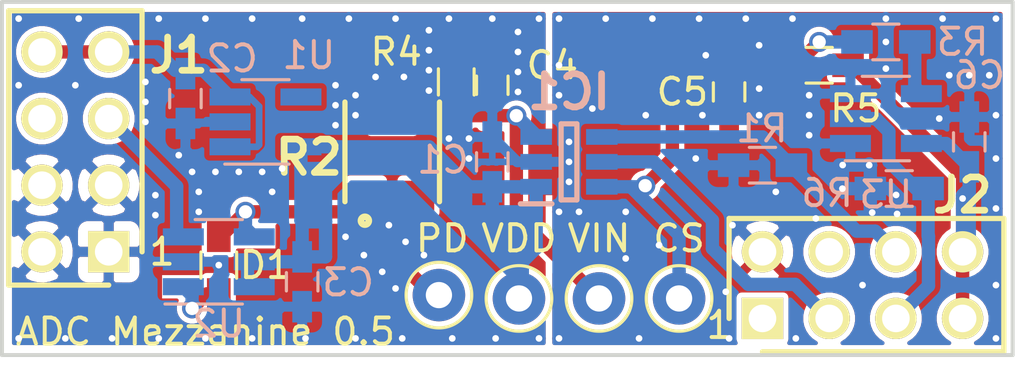
<source format=kicad_pcb>
(kicad_pcb (version 20171130) (host pcbnew "(5.1.4)-1")

  (general
    (thickness 1.6)
    (drawings 7)
    (tracks 339)
    (zones 0)
    (modules 23)
    (nets 19)
  )

  (page A4)
  (layers
    (0 F.Cu signal)
    (31 B.Cu signal)
    (32 B.Adhes user)
    (33 F.Adhes user)
    (34 B.Paste user)
    (35 F.Paste user)
    (36 B.SilkS user)
    (37 F.SilkS user)
    (38 B.Mask user)
    (39 F.Mask user)
    (40 Dwgs.User user)
    (41 Cmts.User user)
    (42 Eco1.User user)
    (43 Eco2.User user)
    (44 Edge.Cuts user)
    (45 Margin user)
    (46 B.CrtYd user)
    (47 F.CrtYd user)
    (48 B.Fab user hide)
    (49 F.Fab user hide)
  )

  (setup
    (last_trace_width 0.25)
    (user_trace_width 0.1524)
    (user_trace_width 0.254)
    (user_trace_width 0.4064)
    (user_trace_width 0.508)
    (user_trace_width 0.762)
    (user_trace_width 1.016)
    (user_trace_width 1.27)
    (user_trace_width 2.54)
    (trace_clearance 0.2)
    (zone_clearance 0.1524)
    (zone_45_only no)
    (trace_min 0)
    (via_size 0.6)
    (via_drill 0.4)
    (via_min_size 0.508)
    (via_min_drill 0.254)
    (user_via 0.508 0.254)
    (user_via 0.762 0.508)
    (user_via 1.016 0.508)
    (user_via 1.524 0.762)
    (user_via 2.032 1.016)
    (user_via 2.032 1.524)
    (user_via 2.54 1.524)
    (user_via 2.54 2.032)
    (uvia_size 2)
    (uvia_drill 1)
    (uvias_allowed no)
    (uvia_min_size 1)
    (uvia_min_drill 1)
    (edge_width 0.15)
    (segment_width 0.2)
    (pcb_text_width 0.3)
    (pcb_text_size 1.5 1.5)
    (mod_edge_width 0.15)
    (mod_text_size 1 1)
    (mod_text_width 0.15)
    (pad_size 1.524 1.524)
    (pad_drill 0.762)
    (pad_to_mask_clearance 0.0508)
    (aux_axis_origin 0 0)
    (visible_elements 7FFFFF7F)
    (pcbplotparams
      (layerselection 0x00030_80000001)
      (usegerberextensions false)
      (usegerberattributes false)
      (usegerberadvancedattributes false)
      (creategerberjobfile false)
      (excludeedgelayer true)
      (linewidth 0.100000)
      (plotframeref false)
      (viasonmask false)
      (mode 1)
      (useauxorigin false)
      (hpglpennumber 1)
      (hpglpenspeed 20)
      (hpglpendiameter 15.000000)
      (psnegative false)
      (psa4output false)
      (plotreference true)
      (plotvalue true)
      (plotinvisibletext false)
      (padsonsilk false)
      (subtractmaskfromsilk false)
      (outputformat 1)
      (mirror false)
      (drillshape 1)
      (scaleselection 1)
      (outputdirectory ""))
  )

  (net 0 "")
  (net 1 /VDD)
  (net 2 /5VA)
  (net 3 "Net-(D1-Pad2)")
  (net 4 /VIN)
  (net 5 /SCLK)
  (net 6 /SDO)
  (net 7 /CS)
  (net 8 /LATCH)
  (net 9 /SIG_IN)
  (net 10 GND)
  (net 11 VCC)
  (net 12 /PD)
  (net 13 "Net-(R3-Pad2)")
  (net 14 "Net-(J1-Pad6)")
  (net 15 "Net-(J2-Pad1)")
  (net 16 "Net-(J2-Pad4)")
  (net 17 "Net-(R2-Pad3)")
  (net 18 "Net-(U1-Pad4)")

  (net_class Default "This is the default net class."
    (clearance 0.2)
    (trace_width 0.25)
    (via_dia 0.6)
    (via_drill 0.4)
    (uvia_dia 2)
    (uvia_drill 1)
    (add_net /5VA)
    (add_net /CS)
    (add_net /LATCH)
    (add_net /PD)
    (add_net /SCLK)
    (add_net /SDO)
    (add_net /SIG_IN)
    (add_net /VDD)
    (add_net /VIN)
    (add_net GND)
    (add_net "Net-(D1-Pad2)")
    (add_net "Net-(J1-Pad6)")
    (add_net "Net-(J2-Pad1)")
    (add_net "Net-(J2-Pad4)")
    (add_net "Net-(R2-Pad3)")
    (add_net "Net-(R3-Pad2)")
    (add_net "Net-(U1-Pad4)")
    (add_net VCC)
  )

  (module TO_SOT_Packages_SMD:SOT-23-6_Handsoldering (layer B.Cu) (tedit 58CE4E7E) (tstamp 5DCE5209)
    (at 135.636 99.695)
    (descr "6-pin SOT-23 package, Handsoldering")
    (tags "SOT-23-6 Handsoldering")
    (path /5DD2FBDD)
    (attr smd)
    (fp_text reference U2 (at 0 2.3622) (layer B.SilkS)
      (effects (font (size 1 1) (thickness 0.15)) (justify mirror))
    )
    (fp_text value OPA355NA (at 0 -2.9) (layer B.Fab)
      (effects (font (size 1 1) (thickness 0.15)) (justify mirror))
    )
    (fp_line (start 0.9 1.55) (end 0.9 -1.55) (layer B.Fab) (width 0.1))
    (fp_line (start 0.9 -1.55) (end -0.9 -1.55) (layer B.Fab) (width 0.1))
    (fp_line (start -0.9 0.9) (end -0.9 -1.55) (layer B.Fab) (width 0.1))
    (fp_line (start 0.9 1.55) (end -0.25 1.55) (layer B.Fab) (width 0.1))
    (fp_line (start -0.9 0.9) (end -0.25 1.55) (layer B.Fab) (width 0.1))
    (fp_line (start -2.4 1.8) (end 2.4 1.8) (layer B.CrtYd) (width 0.05))
    (fp_line (start 2.4 1.8) (end 2.4 -1.8) (layer B.CrtYd) (width 0.05))
    (fp_line (start 2.4 -1.8) (end -2.4 -1.8) (layer B.CrtYd) (width 0.05))
    (fp_line (start -2.4 -1.8) (end -2.4 1.8) (layer B.CrtYd) (width 0.05))
    (fp_line (start 0.9 1.61) (end -2.05 1.61) (layer B.SilkS) (width 0.12))
    (fp_line (start -0.9 -1.61) (end 0.9 -1.61) (layer B.SilkS) (width 0.12))
    (fp_text user %R (at 0 0 -90) (layer B.Fab)
      (effects (font (size 0.5 0.5) (thickness 0.075)) (justify mirror))
    )
    (pad 5 smd rect (at 1.35 0) (size 1.56 0.65) (layers B.Cu B.Paste B.Mask)
      (net 1 /VDD))
    (pad 6 smd rect (at 1.35 0.95) (size 1.56 0.65) (layers B.Cu B.Paste B.Mask)
      (net 1 /VDD))
    (pad 4 smd rect (at 1.35 -0.95) (size 1.56 0.65) (layers B.Cu B.Paste B.Mask)
      (net 12 /PD))
    (pad 3 smd rect (at -1.35 -0.95) (size 1.56 0.65) (layers B.Cu B.Paste B.Mask)
      (net 9 /SIG_IN))
    (pad 2 smd rect (at -1.35 0) (size 1.56 0.65) (layers B.Cu B.Paste B.Mask)
      (net 10 GND))
    (pad 1 smd rect (at -1.35 0.95) (size 1.56 0.65) (layers B.Cu B.Paste B.Mask)
      (net 3 "Net-(D1-Pad2)"))
    (model ${KISYS3DMOD}/TO_SOT_Packages_SMD.3dshapes/SOT-23-6.wrl
      (at (xyz 0 0 0))
      (scale (xyz 1 1 1))
      (rotate (xyz 0 0 0))
    )
  )

  (module SamacSys_Parts:SHDR8W60P254_2X4_1016X508X850P (layer F.Cu) (tedit 5DCDE698) (tstamp 5DCDED59)
    (at 156.337 101.854)
    (descr 2214S-8)
    (tags Connector)
    (path /5DDC85D2)
    (fp_text reference J2 (at 7.62 -4.699) (layer F.SilkS)
      (effects (font (size 1.27 1.27) (thickness 0.254)))
    )
    (fp_text value 2214S-08SG-85 (at 0 0) (layer F.SilkS) hide
      (effects (font (size 1.27 1.27) (thickness 0.254)))
    )
    (fp_line (start -1.52 1.52) (end -1.52 -4.06) (layer Dwgs.User) (width 0.05))
    (fp_line (start -1.52 -4.06) (end 9.44 -4.06) (layer Dwgs.User) (width 0.05))
    (fp_line (start 9.44 -4.06) (end 9.44 1.52) (layer Dwgs.User) (width 0.05))
    (fp_line (start 9.44 1.52) (end -1.52 1.52) (layer Dwgs.User) (width 0.05))
    (fp_line (start -1.27 1.27) (end -1.27 -3.81) (layer Dwgs.User) (width 0.1))
    (fp_line (start -1.27 -3.81) (end 9.19 -3.81) (layer Dwgs.User) (width 0.1))
    (fp_line (start 9.19 -3.81) (end 9.19 1.27) (layer Dwgs.User) (width 0.1))
    (fp_line (start 9.19 1.27) (end -1.27 1.27) (layer Dwgs.User) (width 0.1))
    (fp_line (start 0 1.27) (end 9.19 1.27) (layer F.SilkS) (width 0.2))
    (fp_line (start 9.19 1.27) (end 9.19 -3.81) (layer F.SilkS) (width 0.2))
    (fp_line (start 9.19 -3.81) (end -1.27 -3.81) (layer F.SilkS) (width 0.2))
    (fp_line (start -1.27 -3.81) (end -1.27 0) (layer F.SilkS) (width 0.2))
    (pad 1 thru_hole rect (at 0 0 90) (size 1.575 1.575) (drill 1.05) (layers *.Cu *.Mask F.SilkS)
      (net 15 "Net-(J2-Pad1)"))
    (pad 2 thru_hole circle (at 0 -2.54 90) (size 1.575 1.575) (drill 1.05) (layers *.Cu *.Mask F.SilkS)
      (net 10 GND))
    (pad 3 thru_hole circle (at 2.54 0 90) (size 1.575 1.575) (drill 1.05) (layers *.Cu *.Mask F.SilkS)
      (net 6 /SDO))
    (pad 4 thru_hole circle (at 2.54 -2.54 90) (size 1.575 1.575) (drill 1.05) (layers *.Cu *.Mask F.SilkS)
      (net 16 "Net-(J2-Pad4)"))
    (pad 5 thru_hole circle (at 5.08 0 90) (size 1.575 1.575) (drill 1.05) (layers *.Cu *.Mask F.SilkS)
      (net 8 /LATCH))
    (pad 6 thru_hole circle (at 5.08 -2.54 90) (size 1.575 1.575) (drill 1.05) (layers *.Cu *.Mask F.SilkS)
      (net 5 /SCLK))
    (pad 7 thru_hole circle (at 7.62 0 90) (size 1.575 1.575) (drill 1.05) (layers *.Cu *.Mask F.SilkS)
      (net 11 VCC))
    (pad 8 thru_hole circle (at 7.62 -2.54 90) (size 1.575 1.575) (drill 1.05) (layers *.Cu *.Mask F.SilkS)
      (net 11 VCC))
  )

  (module Connectors:Pin_d1.0mm_L10.0mm (layer F.Cu) (tedit 59B3E075) (tstamp 5DCDEDE4)
    (at 153.162 101.092)
    (descr "solder Pin_ diameter 1.0mm, hole diameter 1.0mm (press fit), length 10.0mm")
    (tags "solder Pin_ press fit")
    (path /5DCA4F16)
    (fp_text reference CS (at 0 -2.286) (layer F.SilkS)
      (effects (font (size 1 1) (thickness 0.15)))
    )
    (fp_text value TEST (at 0 -2.05) (layer F.Fab)
      (effects (font (size 1 1) (thickness 0.15)))
    )
    (fp_circle (center 0 0) (end 1.25 0.05) (layer F.SilkS) (width 0.12))
    (fp_circle (center 0 0) (end 1 0) (layer F.Fab) (width 0.12))
    (fp_circle (center 0 0) (end 0.5 0) (layer F.Fab) (width 0.12))
    (fp_circle (center 0 0) (end 1.5 0) (layer F.CrtYd) (width 0.05))
    (fp_text user %R (at 0 2.25) (layer F.Fab)
      (effects (font (size 1 1) (thickness 0.15)))
    )
    (pad 1 thru_hole circle (at 0 0) (size 2 2) (drill 1) (layers *.Cu *.Mask)
      (net 7 /CS))
    (model ${KISYS3DMOD}/Connectors.3dshapes/Pin_d1.0mm_L10.0mm.wrl
      (at (xyz 0 0 0))
      (scale (xyz 1 1 1))
      (rotate (xyz 0 0 0))
    )
  )

  (module Capacitors_SMD:C_0603_HandSoldering (layer B.Cu) (tedit 58AA848B) (tstamp 5DCE562C)
    (at 146.05 95.885 90)
    (descr "Capacitor SMD 0603, hand soldering")
    (tags "capacitor 0603")
    (path /5DC15109)
    (attr smd)
    (fp_text reference C1 (at 0.0762 -1.8796 180) (layer B.SilkS)
      (effects (font (size 1 1) (thickness 0.15)) (justify mirror))
    )
    (fp_text value 10u (at 0 -1.5 90) (layer B.Fab)
      (effects (font (size 1 1) (thickness 0.15)) (justify mirror))
    )
    (fp_line (start 1.8 -0.65) (end -1.8 -0.65) (layer B.CrtYd) (width 0.05))
    (fp_line (start 1.8 -0.65) (end 1.8 0.65) (layer B.CrtYd) (width 0.05))
    (fp_line (start -1.8 0.65) (end -1.8 -0.65) (layer B.CrtYd) (width 0.05))
    (fp_line (start -1.8 0.65) (end 1.8 0.65) (layer B.CrtYd) (width 0.05))
    (fp_line (start 0.35 -0.6) (end -0.35 -0.6) (layer B.SilkS) (width 0.12))
    (fp_line (start -0.35 0.6) (end 0.35 0.6) (layer B.SilkS) (width 0.12))
    (fp_line (start -0.8 0.4) (end 0.8 0.4) (layer B.Fab) (width 0.1))
    (fp_line (start 0.8 0.4) (end 0.8 -0.4) (layer B.Fab) (width 0.1))
    (fp_line (start 0.8 -0.4) (end -0.8 -0.4) (layer B.Fab) (width 0.1))
    (fp_line (start -0.8 -0.4) (end -0.8 0.4) (layer B.Fab) (width 0.1))
    (fp_text user %R (at 0 1.25 90) (layer B.Fab)
      (effects (font (size 1 1) (thickness 0.15)) (justify mirror))
    )
    (pad 2 smd rect (at 0.95 0 90) (size 1.2 0.75) (layers B.Cu B.Paste B.Mask)
      (net 10 GND))
    (pad 1 smd rect (at -0.95 0 90) (size 1.2 0.75) (layers B.Cu B.Paste B.Mask)
      (net 1 /VDD))
    (model Capacitors_SMD.3dshapes/C_0603.wrl
      (at (xyz 0 0 0))
      (scale (xyz 1 1 1))
      (rotate (xyz 0 0 0))
    )
  )

  (module Capacitors_SMD:C_0603_HandSoldering (layer B.Cu) (tedit 58AA848B) (tstamp 5DCDECBC)
    (at 134.366 93.472 270)
    (descr "Capacitor SMD 0603, hand soldering")
    (tags "capacitor 0603")
    (path /5DC143B8)
    (attr smd)
    (fp_text reference C2 (at -1.524 -1.778 180) (layer B.SilkS)
      (effects (font (size 1 1) (thickness 0.15)) (justify mirror))
    )
    (fp_text value 10u (at 0 -1.5 90) (layer B.Fab)
      (effects (font (size 1 1) (thickness 0.15)) (justify mirror))
    )
    (fp_text user %R (at 0 1.25 90) (layer B.Fab)
      (effects (font (size 1 1) (thickness 0.15)) (justify mirror))
    )
    (fp_line (start -0.8 -0.4) (end -0.8 0.4) (layer B.Fab) (width 0.1))
    (fp_line (start 0.8 -0.4) (end -0.8 -0.4) (layer B.Fab) (width 0.1))
    (fp_line (start 0.8 0.4) (end 0.8 -0.4) (layer B.Fab) (width 0.1))
    (fp_line (start -0.8 0.4) (end 0.8 0.4) (layer B.Fab) (width 0.1))
    (fp_line (start -0.35 0.6) (end 0.35 0.6) (layer B.SilkS) (width 0.12))
    (fp_line (start 0.35 -0.6) (end -0.35 -0.6) (layer B.SilkS) (width 0.12))
    (fp_line (start -1.8 0.65) (end 1.8 0.65) (layer B.CrtYd) (width 0.05))
    (fp_line (start -1.8 0.65) (end -1.8 -0.65) (layer B.CrtYd) (width 0.05))
    (fp_line (start 1.8 -0.65) (end 1.8 0.65) (layer B.CrtYd) (width 0.05))
    (fp_line (start 1.8 -0.65) (end -1.8 -0.65) (layer B.CrtYd) (width 0.05))
    (pad 1 smd rect (at -0.95 0 270) (size 1.2 0.75) (layers B.Cu B.Paste B.Mask)
      (net 2 /5VA))
    (pad 2 smd rect (at 0.95 0 270) (size 1.2 0.75) (layers B.Cu B.Paste B.Mask)
      (net 10 GND))
    (model Capacitors_SMD.3dshapes/C_0603.wrl
      (at (xyz 0 0 0))
      (scale (xyz 1 1 1))
      (rotate (xyz 0 0 0))
    )
  )

  (module Capacitors_SMD:C_0603_HandSoldering (layer B.Cu) (tedit 58AA848B) (tstamp 5DCDECCD)
    (at 138.811 100.457 270)
    (descr "Capacitor SMD 0603, hand soldering")
    (tags "capacitor 0603")
    (path /5DD614BC)
    (attr smd)
    (fp_text reference C3 (at 0.0254 -1.7526) (layer B.SilkS)
      (effects (font (size 1 1) (thickness 0.15)) (justify mirror))
    )
    (fp_text value 10u (at 0 -1.5 270) (layer B.Fab)
      (effects (font (size 1 1) (thickness 0.15)) (justify mirror))
    )
    (fp_text user %R (at 0 1.25 270) (layer B.Fab)
      (effects (font (size 1 1) (thickness 0.15)) (justify mirror))
    )
    (fp_line (start -0.8 -0.4) (end -0.8 0.4) (layer B.Fab) (width 0.1))
    (fp_line (start 0.8 -0.4) (end -0.8 -0.4) (layer B.Fab) (width 0.1))
    (fp_line (start 0.8 0.4) (end 0.8 -0.4) (layer B.Fab) (width 0.1))
    (fp_line (start -0.8 0.4) (end 0.8 0.4) (layer B.Fab) (width 0.1))
    (fp_line (start -0.35 0.6) (end 0.35 0.6) (layer B.SilkS) (width 0.12))
    (fp_line (start 0.35 -0.6) (end -0.35 -0.6) (layer B.SilkS) (width 0.12))
    (fp_line (start -1.8 0.65) (end 1.8 0.65) (layer B.CrtYd) (width 0.05))
    (fp_line (start -1.8 0.65) (end -1.8 -0.65) (layer B.CrtYd) (width 0.05))
    (fp_line (start 1.8 -0.65) (end 1.8 0.65) (layer B.CrtYd) (width 0.05))
    (fp_line (start 1.8 -0.65) (end -1.8 -0.65) (layer B.CrtYd) (width 0.05))
    (pad 1 smd rect (at -0.95 0 270) (size 1.2 0.75) (layers B.Cu B.Paste B.Mask)
      (net 1 /VDD))
    (pad 2 smd rect (at 0.95 0 270) (size 1.2 0.75) (layers B.Cu B.Paste B.Mask)
      (net 10 GND))
    (model Capacitors_SMD.3dshapes/C_0603.wrl
      (at (xyz 0 0 0))
      (scale (xyz 1 1 1))
      (rotate (xyz 0 0 0))
    )
  )

  (module Capacitors_SMD:C_0603_HandSoldering (layer F.Cu) (tedit 58AA848B) (tstamp 5DCEE34A)
    (at 146.05 92.964 90)
    (descr "Capacitor SMD 0603, hand soldering")
    (tags "capacitor 0603")
    (path /5DCA0044)
    (attr smd)
    (fp_text reference C4 (at 0.762 2.286 180) (layer F.SilkS)
      (effects (font (size 1 1) (thickness 0.15)))
    )
    (fp_text value 1n (at 0 1.5 90) (layer F.Fab)
      (effects (font (size 1 1) (thickness 0.15)))
    )
    (fp_line (start 1.8 0.65) (end -1.8 0.65) (layer F.CrtYd) (width 0.05))
    (fp_line (start 1.8 0.65) (end 1.8 -0.65) (layer F.CrtYd) (width 0.05))
    (fp_line (start -1.8 -0.65) (end -1.8 0.65) (layer F.CrtYd) (width 0.05))
    (fp_line (start -1.8 -0.65) (end 1.8 -0.65) (layer F.CrtYd) (width 0.05))
    (fp_line (start 0.35 0.6) (end -0.35 0.6) (layer F.SilkS) (width 0.12))
    (fp_line (start -0.35 -0.6) (end 0.35 -0.6) (layer F.SilkS) (width 0.12))
    (fp_line (start -0.8 -0.4) (end 0.8 -0.4) (layer F.Fab) (width 0.1))
    (fp_line (start 0.8 -0.4) (end 0.8 0.4) (layer F.Fab) (width 0.1))
    (fp_line (start 0.8 0.4) (end -0.8 0.4) (layer F.Fab) (width 0.1))
    (fp_line (start -0.8 0.4) (end -0.8 -0.4) (layer F.Fab) (width 0.1))
    (fp_text user %R (at 0 -1.25 90) (layer F.Fab)
      (effects (font (size 1 1) (thickness 0.15)))
    )
    (pad 2 smd rect (at 0.95 0 90) (size 1.2 0.75) (layers F.Cu F.Paste F.Mask)
      (net 10 GND))
    (pad 1 smd rect (at -0.95 0 90) (size 1.2 0.75) (layers F.Cu F.Paste F.Mask)
      (net 4 /VIN))
    (model Capacitors_SMD.3dshapes/C_0603.wrl
      (at (xyz 0 0 0))
      (scale (xyz 1 1 1))
      (rotate (xyz 0 0 0))
    )
  )

  (module Capacitors_SMD:C_0603_HandSoldering (layer F.Cu) (tedit 58AA848B) (tstamp 5DCDECEF)
    (at 155.067 93.218 270)
    (descr "Capacitor SMD 0603, hand soldering")
    (tags "capacitor 0603")
    (path /5DE53C9D)
    (attr smd)
    (fp_text reference C5 (at 0 1.778 180) (layer F.SilkS)
      (effects (font (size 1 1) (thickness 0.15)))
    )
    (fp_text value 1n (at 0 1.5 90) (layer F.Fab)
      (effects (font (size 1 1) (thickness 0.15)))
    )
    (fp_text user %R (at 0 -1.25 90) (layer F.Fab)
      (effects (font (size 1 1) (thickness 0.15)))
    )
    (fp_line (start -0.8 0.4) (end -0.8 -0.4) (layer F.Fab) (width 0.1))
    (fp_line (start 0.8 0.4) (end -0.8 0.4) (layer F.Fab) (width 0.1))
    (fp_line (start 0.8 -0.4) (end 0.8 0.4) (layer F.Fab) (width 0.1))
    (fp_line (start -0.8 -0.4) (end 0.8 -0.4) (layer F.Fab) (width 0.1))
    (fp_line (start -0.35 -0.6) (end 0.35 -0.6) (layer F.SilkS) (width 0.12))
    (fp_line (start 0.35 0.6) (end -0.35 0.6) (layer F.SilkS) (width 0.12))
    (fp_line (start -1.8 -0.65) (end 1.8 -0.65) (layer F.CrtYd) (width 0.05))
    (fp_line (start -1.8 -0.65) (end -1.8 0.65) (layer F.CrtYd) (width 0.05))
    (fp_line (start 1.8 0.65) (end 1.8 -0.65) (layer F.CrtYd) (width 0.05))
    (fp_line (start 1.8 0.65) (end -1.8 0.65) (layer F.CrtYd) (width 0.05))
    (pad 1 smd rect (at -0.95 0 270) (size 1.2 0.75) (layers F.Cu F.Paste F.Mask)
      (net 7 /CS))
    (pad 2 smd rect (at 0.95 0 270) (size 1.2 0.75) (layers F.Cu F.Paste F.Mask)
      (net 10 GND))
    (model Capacitors_SMD.3dshapes/C_0603.wrl
      (at (xyz 0 0 0))
      (scale (xyz 1 1 1))
      (rotate (xyz 0 0 0))
    )
  )

  (module Capacitors_SMD:C_0603_HandSoldering (layer B.Cu) (tedit 58AA848B) (tstamp 5DCE0908)
    (at 164.211 95.123 90)
    (descr "Capacitor SMD 0603, hand soldering")
    (tags "capacitor 0603")
    (path /5DCA6EFC)
    (attr smd)
    (fp_text reference C6 (at 2.54 0.381 180) (layer B.SilkS)
      (effects (font (size 1 1) (thickness 0.15)) (justify mirror))
    )
    (fp_text value 10u (at 0 -1.5 90) (layer B.Fab)
      (effects (font (size 1 1) (thickness 0.15)) (justify mirror))
    )
    (fp_text user %R (at 0 1.25 90) (layer B.Fab)
      (effects (font (size 1 1) (thickness 0.15)) (justify mirror))
    )
    (fp_line (start -0.8 -0.4) (end -0.8 0.4) (layer B.Fab) (width 0.1))
    (fp_line (start 0.8 -0.4) (end -0.8 -0.4) (layer B.Fab) (width 0.1))
    (fp_line (start 0.8 0.4) (end 0.8 -0.4) (layer B.Fab) (width 0.1))
    (fp_line (start -0.8 0.4) (end 0.8 0.4) (layer B.Fab) (width 0.1))
    (fp_line (start -0.35 0.6) (end 0.35 0.6) (layer B.SilkS) (width 0.12))
    (fp_line (start 0.35 -0.6) (end -0.35 -0.6) (layer B.SilkS) (width 0.12))
    (fp_line (start -1.8 0.65) (end 1.8 0.65) (layer B.CrtYd) (width 0.05))
    (fp_line (start -1.8 0.65) (end -1.8 -0.65) (layer B.CrtYd) (width 0.05))
    (fp_line (start 1.8 -0.65) (end 1.8 0.65) (layer B.CrtYd) (width 0.05))
    (fp_line (start 1.8 -0.65) (end -1.8 -0.65) (layer B.CrtYd) (width 0.05))
    (pad 1 smd rect (at -0.95 0 90) (size 1.2 0.75) (layers B.Cu B.Paste B.Mask)
      (net 11 VCC))
    (pad 2 smd rect (at 0.95 0 90) (size 1.2 0.75) (layers B.Cu B.Paste B.Mask)
      (net 10 GND))
    (model Capacitors_SMD.3dshapes/C_0603.wrl
      (at (xyz 0 0 0))
      (scale (xyz 1 1 1))
      (rotate (xyz 0 0 0))
    )
  )

  (module SamacSys_Parts:SOT95P280X145-6N (layer B.Cu) (tedit 5DCDE667) (tstamp 5DCDFC54)
    (at 148.971 95.885)
    (descr "DBV (R-PDSO-G6)")
    (tags "Integrated Circuit")
    (path /5DD8CEB2)
    (attr smd)
    (fp_text reference IC1 (at 0 -2.667) (layer B.SilkS)
      (effects (font (size 1.27 1.27) (thickness 0.254)) (justify mirror))
    )
    (fp_text value ADS7886SDBVT (at 0 0) (layer B.SilkS) hide
      (effects (font (size 1.27 1.27) (thickness 0.254)) (justify mirror))
    )
    (fp_line (start -2.1 1.775) (end 2.1 1.775) (layer Dwgs.User) (width 0.05))
    (fp_line (start 2.1 1.775) (end 2.1 -1.775) (layer Dwgs.User) (width 0.05))
    (fp_line (start 2.1 -1.775) (end -2.1 -1.775) (layer Dwgs.User) (width 0.05))
    (fp_line (start -2.1 -1.775) (end -2.1 1.775) (layer Dwgs.User) (width 0.05))
    (fp_line (start -0.8 1.45) (end 0.8 1.45) (layer Dwgs.User) (width 0.1))
    (fp_line (start 0.8 1.45) (end 0.8 -1.45) (layer Dwgs.User) (width 0.1))
    (fp_line (start 0.8 -1.45) (end -0.8 -1.45) (layer Dwgs.User) (width 0.1))
    (fp_line (start -0.8 -1.45) (end -0.8 1.45) (layer Dwgs.User) (width 0.1))
    (fp_line (start -0.8 0.5) (end 0.15 1.45) (layer Dwgs.User) (width 0.1))
    (fp_line (start -0.3 1.45) (end 0.3 1.45) (layer B.SilkS) (width 0.2))
    (fp_line (start 0.3 1.45) (end 0.3 -1.45) (layer B.SilkS) (width 0.2))
    (fp_line (start 0.3 -1.45) (end -0.3 -1.45) (layer B.SilkS) (width 0.2))
    (fp_line (start -0.3 -1.45) (end -0.3 1.45) (layer B.SilkS) (width 0.2))
    (fp_line (start -1.85 1.6) (end -0.65 1.6) (layer B.SilkS) (width 0.2))
    (pad 1 smd rect (at -1.25 0.95 270) (size 0.6 1.2) (layers B.Cu B.Paste B.Mask)
      (net 1 /VDD))
    (pad 2 smd rect (at -1.25 0 270) (size 0.6 1.2) (layers B.Cu B.Paste B.Mask)
      (net 10 GND))
    (pad 3 smd rect (at -1.25 -0.95 270) (size 0.6 1.2) (layers B.Cu B.Paste B.Mask)
      (net 4 /VIN))
    (pad 4 smd rect (at 1.25 -0.95 270) (size 0.6 1.2) (layers B.Cu B.Paste B.Mask)
      (net 5 /SCLK))
    (pad 5 smd rect (at 1.25 0 270) (size 0.6 1.2) (layers B.Cu B.Paste B.Mask)
      (net 6 /SDO))
    (pad 6 smd rect (at 1.25 0.95 270) (size 0.6 1.2) (layers B.Cu B.Paste B.Mask)
      (net 7 /CS))
    (model "C:/Users/Jonathan Chandler/Documents/SamacSys_PCB_Library/KiCad/3D_Models/ADS7886SDBVT.step"
      (at (xyz 0 0 0))
      (scale (xyz 1 1 1))
      (rotate (xyz 0 0 0))
    )
  )

  (module SamacSys_Parts:SHDR8W60P254_2X4_1016X508X850P (layer F.Cu) (tedit 5DCDE698) (tstamp 5DCDED41)
    (at 131.445 99.314 90)
    (descr 2214S-8)
    (tags Connector)
    (path /5DDC04C9)
    (fp_text reference J1 (at 7.493 2.667 180) (layer F.SilkS)
      (effects (font (size 1.27 1.27) (thickness 0.254)))
    )
    (fp_text value 2214S-08SG-85 (at 0 0 90) (layer F.SilkS) hide
      (effects (font (size 1.27 1.27) (thickness 0.254)))
    )
    (fp_line (start -1.27 -3.81) (end -1.27 0) (layer F.SilkS) (width 0.2))
    (fp_line (start 9.19 -3.81) (end -1.27 -3.81) (layer F.SilkS) (width 0.2))
    (fp_line (start 9.19 1.27) (end 9.19 -3.81) (layer F.SilkS) (width 0.2))
    (fp_line (start 0 1.27) (end 9.19 1.27) (layer F.SilkS) (width 0.2))
    (fp_line (start 9.19 1.27) (end -1.27 1.27) (layer Dwgs.User) (width 0.1))
    (fp_line (start 9.19 -3.81) (end 9.19 1.27) (layer Dwgs.User) (width 0.1))
    (fp_line (start -1.27 -3.81) (end 9.19 -3.81) (layer Dwgs.User) (width 0.1))
    (fp_line (start -1.27 1.27) (end -1.27 -3.81) (layer Dwgs.User) (width 0.1))
    (fp_line (start 9.44 1.52) (end -1.52 1.52) (layer Dwgs.User) (width 0.05))
    (fp_line (start 9.44 -4.06) (end 9.44 1.52) (layer Dwgs.User) (width 0.05))
    (fp_line (start -1.52 -4.06) (end 9.44 -4.06) (layer Dwgs.User) (width 0.05))
    (fp_line (start -1.52 1.52) (end -1.52 -4.06) (layer Dwgs.User) (width 0.05))
    (pad 8 thru_hole circle (at 7.62 -2.54 180) (size 1.575 1.575) (drill 1.05) (layers *.Cu *.Mask F.SilkS)
      (net 2 /5VA))
    (pad 7 thru_hole circle (at 7.62 0 180) (size 1.575 1.575) (drill 1.05) (layers *.Cu *.Mask F.SilkS)
      (net 2 /5VA))
    (pad 6 thru_hole circle (at 5.08 -2.54 180) (size 1.575 1.575) (drill 1.05) (layers *.Cu *.Mask F.SilkS)
      (net 14 "Net-(J1-Pad6)"))
    (pad 5 thru_hole circle (at 5.08 0 180) (size 1.575 1.575) (drill 1.05) (layers *.Cu *.Mask F.SilkS)
      (net 9 /SIG_IN))
    (pad 4 thru_hole circle (at 2.54 -2.54 180) (size 1.575 1.575) (drill 1.05) (layers *.Cu *.Mask F.SilkS)
      (net 10 GND))
    (pad 3 thru_hole circle (at 2.54 0 180) (size 1.575 1.575) (drill 1.05) (layers *.Cu *.Mask F.SilkS)
      (net 10 GND))
    (pad 2 thru_hole circle (at 0 -2.54 180) (size 1.575 1.575) (drill 1.05) (layers *.Cu *.Mask F.SilkS)
      (net 10 GND))
    (pad 1 thru_hole rect (at 0 0 180) (size 1.575 1.575) (drill 1.05) (layers *.Cu *.Mask F.SilkS)
      (net 10 GND))
  )

  (module Resistors_SMD:R_0603_HandSoldering (layer B.Cu) (tedit 58E0A804) (tstamp 5DCEDF72)
    (at 156.337 96.012 180)
    (descr "Resistor SMD 0603, hand soldering")
    (tags "resistor 0603")
    (path /5DC1BD1C)
    (attr smd)
    (fp_text reference R1 (at 0.0254 1.397 180) (layer B.SilkS)
      (effects (font (size 1 1) (thickness 0.15)) (justify mirror))
    )
    (fp_text value 10k (at 0 -1.55 180) (layer B.Fab)
      (effects (font (size 1 1) (thickness 0.15)) (justify mirror))
    )
    (fp_text user %R (at 0 0 180) (layer B.Fab)
      (effects (font (size 0.4 0.4) (thickness 0.075)) (justify mirror))
    )
    (fp_line (start -0.8 -0.4) (end -0.8 0.4) (layer B.Fab) (width 0.1))
    (fp_line (start 0.8 -0.4) (end -0.8 -0.4) (layer B.Fab) (width 0.1))
    (fp_line (start 0.8 0.4) (end 0.8 -0.4) (layer B.Fab) (width 0.1))
    (fp_line (start -0.8 0.4) (end 0.8 0.4) (layer B.Fab) (width 0.1))
    (fp_line (start 0.5 -0.68) (end -0.5 -0.68) (layer B.SilkS) (width 0.12))
    (fp_line (start -0.5 0.68) (end 0.5 0.68) (layer B.SilkS) (width 0.12))
    (fp_line (start -1.96 0.7) (end 1.95 0.7) (layer B.CrtYd) (width 0.05))
    (fp_line (start -1.96 0.7) (end -1.96 -0.7) (layer B.CrtYd) (width 0.05))
    (fp_line (start 1.95 -0.7) (end 1.95 0.7) (layer B.CrtYd) (width 0.05))
    (fp_line (start 1.95 -0.7) (end -1.96 -0.7) (layer B.CrtYd) (width 0.05))
    (pad 1 smd rect (at -1.1 0 180) (size 1.2 0.9) (layers B.Cu B.Paste B.Mask)
      (net 5 /SCLK))
    (pad 2 smd rect (at 1.1 0 180) (size 1.2 0.9) (layers B.Cu B.Paste B.Mask)
      (net 10 GND))
    (model ${KISYS3DMOD}/Resistors_SMD.3dshapes/R_0603.wrl
      (at (xyz 0 0 0))
      (scale (xyz 1 1 1))
      (rotate (xyz 0 0 0))
    )
  )

  (module SamacSys_Parts:TC33X-2_1 (layer F.Cu) (tedit 5DCD0946) (tstamp 5DCDED78)
    (at 142.24 95.504)
    (descr TC33X-2_1)
    (tags Resistor)
    (path /5DD87A99)
    (attr smd)
    (fp_text reference R2 (at -3.175 0.209) (layer F.SilkS)
      (effects (font (size 1.27 1.27) (thickness 0.254)))
    )
    (fp_text value TC33X-2-101E (at -0.337 0.209) (layer F.SilkS) hide
      (effects (font (size 1.27 1.27) (thickness 0.254)))
    )
    (fp_line (start -1.8 -1.9) (end 1.8 -1.9) (layer Dwgs.User) (width 0.2))
    (fp_line (start 1.8 -1.9) (end 1.8 1.9) (layer Dwgs.User) (width 0.2))
    (fp_line (start 1.8 1.9) (end -1.8 1.9) (layer Dwgs.User) (width 0.2))
    (fp_line (start -1.8 1.9) (end -1.8 -1.9) (layer Dwgs.User) (width 0.2))
    (fp_line (start -1.8 -1.9) (end -1.8 1.9) (layer F.SilkS) (width 0.2))
    (fp_line (start 1.8 1.9) (end 1.8 -1.9) (layer F.SilkS) (width 0.2))
    (fp_circle (center -1.041 2.625) (end -1.063 2.625) (layer F.SilkS) (width 0.254))
    (pad 1 smd rect (at -1 1.7 90) (size 1.2 1.2) (layers F.Cu F.Paste F.Mask)
      (net 12 /PD))
    (pad 2 smd rect (at 0 -1.55 90) (size 1.5 1.6) (layers F.Cu F.Paste F.Mask)
      (net 4 /VIN))
    (pad 3 smd rect (at 1 1.7 90) (size 1.2 1.2) (layers F.Cu F.Paste F.Mask)
      (net 17 "Net-(R2-Pad3)"))
    (model C:/SamacSys_PCB_Library/KiCad/SamacSys_Parts.3dshapes/TC33X-2-101E.stp
      (at (xyz 0 0 0))
      (scale (xyz 1 1 1))
      (rotate (xyz -90 0 0))
    )
  )

  (module Resistors_SMD:R_0603_HandSoldering (layer B.Cu) (tedit 58E0A804) (tstamp 5DCE0A33)
    (at 161.036 91.313)
    (descr "Resistor SMD 0603, hand soldering")
    (tags "resistor 0603")
    (path /5DE39DE5)
    (attr smd)
    (fp_text reference R3 (at 2.921 0) (layer B.SilkS)
      (effects (font (size 1 1) (thickness 0.15)) (justify mirror))
    )
    (fp_text value 100 (at 0 -1.55) (layer B.Fab)
      (effects (font (size 1 1) (thickness 0.15)) (justify mirror))
    )
    (fp_line (start 1.95 -0.7) (end -1.96 -0.7) (layer B.CrtYd) (width 0.05))
    (fp_line (start 1.95 -0.7) (end 1.95 0.7) (layer B.CrtYd) (width 0.05))
    (fp_line (start -1.96 0.7) (end -1.96 -0.7) (layer B.CrtYd) (width 0.05))
    (fp_line (start -1.96 0.7) (end 1.95 0.7) (layer B.CrtYd) (width 0.05))
    (fp_line (start -0.5 0.68) (end 0.5 0.68) (layer B.SilkS) (width 0.12))
    (fp_line (start 0.5 -0.68) (end -0.5 -0.68) (layer B.SilkS) (width 0.12))
    (fp_line (start -0.8 0.4) (end 0.8 0.4) (layer B.Fab) (width 0.1))
    (fp_line (start 0.8 0.4) (end 0.8 -0.4) (layer B.Fab) (width 0.1))
    (fp_line (start 0.8 -0.4) (end -0.8 -0.4) (layer B.Fab) (width 0.1))
    (fp_line (start -0.8 -0.4) (end -0.8 0.4) (layer B.Fab) (width 0.1))
    (fp_text user %R (at 0 0) (layer B.Fab)
      (effects (font (size 0.4 0.4) (thickness 0.075)) (justify mirror))
    )
    (pad 2 smd rect (at 1.1 0) (size 1.2 0.9) (layers B.Cu B.Paste B.Mask)
      (net 13 "Net-(R3-Pad2)"))
    (pad 1 smd rect (at -1.1 0) (size 1.2 0.9) (layers B.Cu B.Paste B.Mask)
      (net 7 /CS))
    (model ${KISYS3DMOD}/Resistors_SMD.3dshapes/R_0603.wrl
      (at (xyz 0 0 0))
      (scale (xyz 1 1 1))
      (rotate (xyz 0 0 0))
    )
  )

  (module Resistors_SMD:R_0603_HandSoldering (layer F.Cu) (tedit 58E0A804) (tstamp 5DCEE2D8)
    (at 144.6784 92.837 90)
    (descr "Resistor SMD 0603, hand soldering")
    (tags "resistor 0603")
    (path /5DCA0B18)
    (attr smd)
    (fp_text reference R4 (at 1.143 -2.286 180) (layer F.SilkS)
      (effects (font (size 1 1) (thickness 0.15)))
    )
    (fp_text value 1M (at 0 1.55 90) (layer F.Fab)
      (effects (font (size 1 1) (thickness 0.15)))
    )
    (fp_line (start 1.95 0.7) (end -1.96 0.7) (layer F.CrtYd) (width 0.05))
    (fp_line (start 1.95 0.7) (end 1.95 -0.7) (layer F.CrtYd) (width 0.05))
    (fp_line (start -1.96 -0.7) (end -1.96 0.7) (layer F.CrtYd) (width 0.05))
    (fp_line (start -1.96 -0.7) (end 1.95 -0.7) (layer F.CrtYd) (width 0.05))
    (fp_line (start -0.5 -0.68) (end 0.5 -0.68) (layer F.SilkS) (width 0.12))
    (fp_line (start 0.5 0.68) (end -0.5 0.68) (layer F.SilkS) (width 0.12))
    (fp_line (start -0.8 -0.4) (end 0.8 -0.4) (layer F.Fab) (width 0.1))
    (fp_line (start 0.8 -0.4) (end 0.8 0.4) (layer F.Fab) (width 0.1))
    (fp_line (start 0.8 0.4) (end -0.8 0.4) (layer F.Fab) (width 0.1))
    (fp_line (start -0.8 0.4) (end -0.8 -0.4) (layer F.Fab) (width 0.1))
    (fp_text user %R (at 0 0 90) (layer F.Fab)
      (effects (font (size 0.4 0.4) (thickness 0.075)))
    )
    (pad 2 smd rect (at 1.1 0 90) (size 1.2 0.9) (layers F.Cu F.Paste F.Mask)
      (net 10 GND))
    (pad 1 smd rect (at -1.1 0 90) (size 1.2 0.9) (layers F.Cu F.Paste F.Mask)
      (net 4 /VIN))
    (model ${KISYS3DMOD}/Resistors_SMD.3dshapes/R_0603.wrl
      (at (xyz 0 0 0))
      (scale (xyz 1 1 1))
      (rotate (xyz 0 0 0))
    )
  )

  (module Resistors_SMD:R_0603_HandSoldering (layer F.Cu) (tedit 58E0A804) (tstamp 5DCDEDAB)
    (at 158.496 92.202 180)
    (descr "Resistor SMD 0603, hand soldering")
    (tags "resistor 0603")
    (path /5DCA85F8)
    (attr smd)
    (fp_text reference R5 (at -1.397 -1.651) (layer F.SilkS)
      (effects (font (size 1 1) (thickness 0.15)))
    )
    (fp_text value 10k (at 0 1.55) (layer F.Fab)
      (effects (font (size 1 1) (thickness 0.15)))
    )
    (fp_text user %R (at 0 0) (layer F.Fab)
      (effects (font (size 0.4 0.4) (thickness 0.075)))
    )
    (fp_line (start -0.8 0.4) (end -0.8 -0.4) (layer F.Fab) (width 0.1))
    (fp_line (start 0.8 0.4) (end -0.8 0.4) (layer F.Fab) (width 0.1))
    (fp_line (start 0.8 -0.4) (end 0.8 0.4) (layer F.Fab) (width 0.1))
    (fp_line (start -0.8 -0.4) (end 0.8 -0.4) (layer F.Fab) (width 0.1))
    (fp_line (start 0.5 0.68) (end -0.5 0.68) (layer F.SilkS) (width 0.12))
    (fp_line (start -0.5 -0.68) (end 0.5 -0.68) (layer F.SilkS) (width 0.12))
    (fp_line (start -1.96 -0.7) (end 1.95 -0.7) (layer F.CrtYd) (width 0.05))
    (fp_line (start -1.96 -0.7) (end -1.96 0.7) (layer F.CrtYd) (width 0.05))
    (fp_line (start 1.95 0.7) (end 1.95 -0.7) (layer F.CrtYd) (width 0.05))
    (fp_line (start 1.95 0.7) (end -1.96 0.7) (layer F.CrtYd) (width 0.05))
    (pad 1 smd rect (at -1.1 0 180) (size 1.2 0.9) (layers F.Cu F.Paste F.Mask)
      (net 11 VCC))
    (pad 2 smd rect (at 1.1 0 180) (size 1.2 0.9) (layers F.Cu F.Paste F.Mask)
      (net 7 /CS))
    (model ${KISYS3DMOD}/Resistors_SMD.3dshapes/R_0603.wrl
      (at (xyz 0 0 0))
      (scale (xyz 1 1 1))
      (rotate (xyz 0 0 0))
    )
  )

  (module Connectors:Pin_d1.0mm_L10.0mm (layer F.Cu) (tedit 59B3E075) (tstamp 5DCE024F)
    (at 150.114 101.092)
    (descr "solder Pin_ diameter 1.0mm, hole diameter 1.0mm (press fit), length 10.0mm")
    (tags "solder Pin_ press fit")
    (path /5DB9260A)
    (fp_text reference VIN (at 0 -2.286) (layer F.SilkS)
      (effects (font (size 1 1) (thickness 0.15)))
    )
    (fp_text value TEST (at 0 -2.05) (layer F.Fab)
      (effects (font (size 1 1) (thickness 0.15)))
    )
    (fp_circle (center 0 0) (end 1.25 0.05) (layer F.SilkS) (width 0.12))
    (fp_circle (center 0 0) (end 1 0) (layer F.Fab) (width 0.12))
    (fp_circle (center 0 0) (end 0.5 0) (layer F.Fab) (width 0.12))
    (fp_circle (center 0 0) (end 1.5 0) (layer F.CrtYd) (width 0.05))
    (fp_text user %R (at 0 2.25) (layer F.Fab)
      (effects (font (size 1 1) (thickness 0.15)))
    )
    (pad 1 thru_hole circle (at 0 0) (size 2 2) (drill 1) (layers *.Cu *.Mask)
      (net 4 /VIN))
    (model ${KISYS3DMOD}/Connectors.3dshapes/Pin_d1.0mm_L10.0mm.wrl
      (at (xyz 0 0 0))
      (scale (xyz 1 1 1))
      (rotate (xyz 0 0 0))
    )
  )

  (module Connectors:Pin_d1.0mm_L10.0mm (layer F.Cu) (tedit 59B3E075) (tstamp 5DCDEDD0)
    (at 147.066 101.092)
    (descr "solder Pin_ diameter 1.0mm, hole diameter 1.0mm (press fit), length 10.0mm")
    (tags "solder Pin_ press fit")
    (path /5DB9379A)
    (fp_text reference VDD (at 0 -2.286) (layer F.SilkS)
      (effects (font (size 1 1) (thickness 0.15)))
    )
    (fp_text value TEST (at 0 -2.05) (layer F.Fab)
      (effects (font (size 1 1) (thickness 0.15)))
    )
    (fp_text user %R (at 0 2.25) (layer F.Fab)
      (effects (font (size 1 1) (thickness 0.15)))
    )
    (fp_circle (center 0 0) (end 1.5 0) (layer F.CrtYd) (width 0.05))
    (fp_circle (center 0 0) (end 0.5 0) (layer F.Fab) (width 0.12))
    (fp_circle (center 0 0) (end 1 0) (layer F.Fab) (width 0.12))
    (fp_circle (center 0 0) (end 1.25 0.05) (layer F.SilkS) (width 0.12))
    (pad 1 thru_hole circle (at 0 0) (size 2 2) (drill 1) (layers *.Cu *.Mask)
      (net 1 /VDD))
    (model ${KISYS3DMOD}/Connectors.3dshapes/Pin_d1.0mm_L10.0mm.wrl
      (at (xyz 0 0 0))
      (scale (xyz 1 1 1))
      (rotate (xyz 0 0 0))
    )
  )

  (module Connectors:Pin_d1.0mm_L10.0mm (layer F.Cu) (tedit 59B3E075) (tstamp 5DCDEDDA)
    (at 144.018 100.965)
    (descr "solder Pin_ diameter 1.0mm, hole diameter 1.0mm (press fit), length 10.0mm")
    (tags "solder Pin_ press fit")
    (path /5DCA4EC1)
    (fp_text reference PD (at 0.127 -2.159) (layer F.SilkS)
      (effects (font (size 1 1) (thickness 0.15)))
    )
    (fp_text value TEST (at 0 -2.05) (layer F.Fab)
      (effects (font (size 1 1) (thickness 0.15)))
    )
    (fp_text user %R (at 0 2.25) (layer F.Fab)
      (effects (font (size 1 1) (thickness 0.15)))
    )
    (fp_circle (center 0 0) (end 1.5 0) (layer F.CrtYd) (width 0.05))
    (fp_circle (center 0 0) (end 0.5 0) (layer F.Fab) (width 0.12))
    (fp_circle (center 0 0) (end 1 0) (layer F.Fab) (width 0.12))
    (fp_circle (center 0 0) (end 1.25 0.05) (layer F.SilkS) (width 0.12))
    (pad 1 thru_hole circle (at 0 0) (size 2 2) (drill 1) (layers *.Cu *.Mask)
      (net 12 /PD))
    (model ${KISYS3DMOD}/Connectors.3dshapes/Pin_d1.0mm_L10.0mm.wrl
      (at (xyz 0 0 0))
      (scale (xyz 1 1 1))
      (rotate (xyz 0 0 0))
    )
  )

  (module TO_SOT_Packages_SMD:SOT-23-5_HandSoldering (layer B.Cu) (tedit 58CE4E7E) (tstamp 5DCDEDF9)
    (at 137.414 94.361)
    (descr "5-pin SOT23 package")
    (tags "SOT-23-5 hand-soldering")
    (path /5DCE215C)
    (attr smd)
    (fp_text reference U1 (at 1.651 -2.54) (layer B.SilkS)
      (effects (font (size 1 1) (thickness 0.15)) (justify mirror))
    )
    (fp_text value LP5907MFX-3.3 (at 0 -2.9) (layer B.Fab)
      (effects (font (size 1 1) (thickness 0.15)) (justify mirror))
    )
    (fp_text user %R (at 0 0 -90) (layer B.Fab)
      (effects (font (size 0.5 0.5) (thickness 0.075)) (justify mirror))
    )
    (fp_line (start -0.9 -1.61) (end 0.9 -1.61) (layer B.SilkS) (width 0.12))
    (fp_line (start 0.9 1.61) (end -1.55 1.61) (layer B.SilkS) (width 0.12))
    (fp_line (start -0.9 0.9) (end -0.25 1.55) (layer B.Fab) (width 0.1))
    (fp_line (start 0.9 1.55) (end -0.25 1.55) (layer B.Fab) (width 0.1))
    (fp_line (start -0.9 0.9) (end -0.9 -1.55) (layer B.Fab) (width 0.1))
    (fp_line (start 0.9 -1.55) (end -0.9 -1.55) (layer B.Fab) (width 0.1))
    (fp_line (start 0.9 1.55) (end 0.9 -1.55) (layer B.Fab) (width 0.1))
    (fp_line (start -2.38 1.8) (end 2.38 1.8) (layer B.CrtYd) (width 0.05))
    (fp_line (start -2.38 1.8) (end -2.38 -1.8) (layer B.CrtYd) (width 0.05))
    (fp_line (start 2.38 -1.8) (end 2.38 1.8) (layer B.CrtYd) (width 0.05))
    (fp_line (start 2.38 -1.8) (end -2.38 -1.8) (layer B.CrtYd) (width 0.05))
    (pad 1 smd rect (at -1.35 0.95) (size 1.56 0.65) (layers B.Cu B.Paste B.Mask)
      (net 2 /5VA))
    (pad 2 smd rect (at -1.35 0) (size 1.56 0.65) (layers B.Cu B.Paste B.Mask)
      (net 10 GND))
    (pad 3 smd rect (at -1.35 -0.95) (size 1.56 0.65) (layers B.Cu B.Paste B.Mask)
      (net 2 /5VA))
    (pad 4 smd rect (at 1.35 -0.95) (size 1.56 0.65) (layers B.Cu B.Paste B.Mask)
      (net 18 "Net-(U1-Pad4)"))
    (pad 5 smd rect (at 1.35 0.95) (size 1.56 0.65) (layers B.Cu B.Paste B.Mask)
      (net 1 /VDD))
    (model ${KISYS3DMOD}/TO_SOT_Packages_SMD.3dshapes\SOT-23-5.wrl
      (at (xyz 0 0 0))
      (scale (xyz 1 1 1))
      (rotate (xyz 0 0 0))
    )
  )

  (module Resistors_SMD:R_0603_HandSoldering (layer B.Cu) (tedit 58E0A804) (tstamp 5DCE08C7)
    (at 161.544 96.901 180)
    (descr "Resistor SMD 0603, hand soldering")
    (tags "resistor 0603")
    (path /5DDF72AE)
    (attr smd)
    (fp_text reference R6 (at 2.7432 -0.1778) (layer B.SilkS)
      (effects (font (size 1 1) (thickness 0.15)) (justify mirror))
    )
    (fp_text value 10k (at 0 -1.55) (layer B.Fab)
      (effects (font (size 1 1) (thickness 0.15)) (justify mirror))
    )
    (fp_line (start 1.95 -0.7) (end -1.96 -0.7) (layer B.CrtYd) (width 0.05))
    (fp_line (start 1.95 -0.7) (end 1.95 0.7) (layer B.CrtYd) (width 0.05))
    (fp_line (start -1.96 0.7) (end -1.96 -0.7) (layer B.CrtYd) (width 0.05))
    (fp_line (start -1.96 0.7) (end 1.95 0.7) (layer B.CrtYd) (width 0.05))
    (fp_line (start -0.5 0.68) (end 0.5 0.68) (layer B.SilkS) (width 0.12))
    (fp_line (start 0.5 -0.68) (end -0.5 -0.68) (layer B.SilkS) (width 0.12))
    (fp_line (start -0.8 0.4) (end 0.8 0.4) (layer B.Fab) (width 0.1))
    (fp_line (start 0.8 0.4) (end 0.8 -0.4) (layer B.Fab) (width 0.1))
    (fp_line (start 0.8 -0.4) (end -0.8 -0.4) (layer B.Fab) (width 0.1))
    (fp_line (start -0.8 -0.4) (end -0.8 0.4) (layer B.Fab) (width 0.1))
    (fp_text user %R (at 0 0) (layer B.Fab)
      (effects (font (size 0.4 0.4) (thickness 0.075)) (justify mirror))
    )
    (pad 2 smd rect (at 1.1 0 180) (size 1.2 0.9) (layers B.Cu B.Paste B.Mask)
      (net 10 GND))
    (pad 1 smd rect (at -1.1 0 180) (size 1.2 0.9) (layers B.Cu B.Paste B.Mask)
      (net 8 /LATCH))
    (model ${KISYS3DMOD}/Resistors_SMD.3dshapes/R_0603.wrl
      (at (xyz 0 0 0))
      (scale (xyz 1 1 1))
      (rotate (xyz 0 0 0))
    )
  )

  (module Resistors_SMD:R_0603_HandSoldering (layer F.Cu) (tedit 58E0A804) (tstamp 5DCDFB39)
    (at 135.636 99.822 270)
    (descr "Resistor SMD 0603, hand soldering")
    (tags "resistor 0603")
    (path /5DD8A14E)
    (attr smd)
    (fp_text reference D1 (at 0 -1.778) (layer F.SilkS)
      (effects (font (size 1 1) (thickness 0.15)))
    )
    (fp_text value BAT_63-02V_H6327 (at 0 1.55 270) (layer F.Fab)
      (effects (font (size 1 1) (thickness 0.15)))
    )
    (fp_line (start 1.95 0.7) (end -1.96 0.7) (layer F.CrtYd) (width 0.05))
    (fp_line (start 1.95 0.7) (end 1.95 -0.7) (layer F.CrtYd) (width 0.05))
    (fp_line (start -1.96 -0.7) (end -1.96 0.7) (layer F.CrtYd) (width 0.05))
    (fp_line (start -1.96 -0.7) (end 1.95 -0.7) (layer F.CrtYd) (width 0.05))
    (fp_line (start -0.5 -0.68) (end 0.5 -0.68) (layer F.SilkS) (width 0.12))
    (fp_line (start 0.5 0.68) (end -0.5 0.68) (layer F.SilkS) (width 0.12))
    (fp_line (start -0.8 -0.4) (end 0.8 -0.4) (layer F.Fab) (width 0.1))
    (fp_line (start 0.8 -0.4) (end 0.8 0.4) (layer F.Fab) (width 0.1))
    (fp_line (start 0.8 0.4) (end -0.8 0.4) (layer F.Fab) (width 0.1))
    (fp_line (start -0.8 0.4) (end -0.8 -0.4) (layer F.Fab) (width 0.1))
    (fp_text user %R (at 0 0 270) (layer F.Fab)
      (effects (font (size 0.4 0.4) (thickness 0.075)))
    )
    (pad 2 smd rect (at 1.1 0 270) (size 1.2 0.9) (layers F.Cu F.Paste F.Mask)
      (net 3 "Net-(D1-Pad2)"))
    (pad 1 smd rect (at -1.1 0 270) (size 1.2 0.9) (layers F.Cu F.Paste F.Mask)
      (net 12 /PD))
    (model ${KISYS3DMOD}/Resistors_SMD.3dshapes/R_0603.wrl
      (at (xyz 0 0 0))
      (scale (xyz 1 1 1))
      (rotate (xyz 0 0 0))
    )
    (model "C:/Users/Jonathan Chandler/Documents/SamacSys_PCB_Library/KiCad/3D_Models/BAT_63-02V_H6327.wrl"
      (at (xyz 0 0 0))
      (scale (xyz 1 1 1))
      (rotate (xyz 0 0 0))
    )
    (model "C:/Users/Jonathan Chandler/Documents/SamacSys_PCB_Library/KiCad/3D_Models/BAT_63-02V_H6327.step"
      (at (xyz 0 0 0))
      (scale (xyz 1 1 1))
      (rotate (xyz 0 0 0))
    )
  )

  (module TO_SOT_Packages_SMD:SOT-23-5_HandSoldering (layer B.Cu) (tedit 58CE4E7E) (tstamp 5E54DDEC)
    (at 161.036 94.234)
    (descr "5-pin SOT23 package")
    (tags "SOT-23-5 hand-soldering")
    (path /5E5503CE)
    (attr smd)
    (fp_text reference U3 (at 0 2.9) (layer B.SilkS)
      (effects (font (size 1 1) (thickness 0.15)) (justify mirror))
    )
    (fp_text value 74LVC1G240 (at 0 -2.9) (layer B.Fab)
      (effects (font (size 1 1) (thickness 0.15)) (justify mirror))
    )
    (fp_line (start 2.38 -1.8) (end -2.38 -1.8) (layer B.CrtYd) (width 0.05))
    (fp_line (start 2.38 -1.8) (end 2.38 1.8) (layer B.CrtYd) (width 0.05))
    (fp_line (start -2.38 1.8) (end -2.38 -1.8) (layer B.CrtYd) (width 0.05))
    (fp_line (start -2.38 1.8) (end 2.38 1.8) (layer B.CrtYd) (width 0.05))
    (fp_line (start 0.9 1.55) (end 0.9 -1.55) (layer B.Fab) (width 0.1))
    (fp_line (start 0.9 -1.55) (end -0.9 -1.55) (layer B.Fab) (width 0.1))
    (fp_line (start -0.9 0.9) (end -0.9 -1.55) (layer B.Fab) (width 0.1))
    (fp_line (start 0.9 1.55) (end -0.25 1.55) (layer B.Fab) (width 0.1))
    (fp_line (start -0.9 0.9) (end -0.25 1.55) (layer B.Fab) (width 0.1))
    (fp_line (start 0.9 1.61) (end -1.55 1.61) (layer B.SilkS) (width 0.12))
    (fp_line (start -0.9 -1.61) (end 0.9 -1.61) (layer B.SilkS) (width 0.12))
    (fp_text user %R (at 0 0 -90) (layer B.Fab)
      (effects (font (size 0.5 0.5) (thickness 0.075)) (justify mirror))
    )
    (pad 5 smd rect (at 1.35 0.95) (size 1.56 0.65) (layers B.Cu B.Paste B.Mask)
      (net 11 VCC))
    (pad 4 smd rect (at 1.35 -0.95) (size 1.56 0.65) (layers B.Cu B.Paste B.Mask)
      (net 13 "Net-(R3-Pad2)"))
    (pad 3 smd rect (at -1.35 -0.95) (size 1.56 0.65) (layers B.Cu B.Paste B.Mask)
      (net 10 GND))
    (pad 2 smd rect (at -1.35 0) (size 1.56 0.65) (layers B.Cu B.Paste B.Mask)
      (net 8 /LATCH))
    (pad 1 smd rect (at -1.35 0.95) (size 1.56 0.65) (layers B.Cu B.Paste B.Mask)
      (net 10 GND))
    (model ${KISYS3DMOD}/TO_SOT_Packages_SMD.3dshapes\SOT-23-5.wrl
      (at (xyz 0 0 0))
      (scale (xyz 1 1 1))
      (rotate (xyz 0 0 0))
    )
  )

  (gr_text "ADC Mezzanine 0.5" (at 135.128 102.362) (layer F.SilkS)
    (effects (font (size 1 1) (thickness 0.15)))
  )
  (gr_text 1 (at 154.686 102.108) (layer F.SilkS)
    (effects (font (size 1 1) (thickness 0.15)))
  )
  (gr_text 1 (at 133.477 99.314) (layer F.SilkS)
    (effects (font (size 1 1) (thickness 0.15)))
  )
  (gr_line (start 165.862 89.789) (end 165.862 103.251) (layer Edge.Cuts) (width 0.15))
  (gr_line (start 127.381 89.789) (end 165.862 89.789) (layer Edge.Cuts) (width 0.15))
  (gr_line (start 127.381 103.251) (end 127.381 89.789) (layer Edge.Cuts) (width 0.15))
  (gr_line (start 165.862 103.251) (end 127.381 103.251) (layer Edge.Cuts) (width 0.15))

  (segment (start 136.732 99.695) (end 136.732 100.645) (width 0.508) (layer B.Cu) (net 1))
  (segment (start 147.721 97.897) (end 147.721 96.835) (width 0.508) (layer B.Cu) (net 1))
  (segment (start 147.721 96.835) (end 146.05 96.835) (width 0.508) (layer B.Cu) (net 1))
  (segment (start 146.05 96.835) (end 145.167 96.835) (width 0.508) (layer B.Cu) (net 1))
  (segment (start 145.167 96.835) (end 143.643 95.311) (width 0.508) (layer B.Cu) (net 1))
  (segment (start 140.142 95.951) (end 139.954 96.139) (width 0.508) (layer B.Cu) (net 1))
  (segment (start 140.142 95.311) (end 138.764 95.311) (width 0.508) (layer B.Cu) (net 1))
  (segment (start 143.643 95.311) (end 140.142 95.311) (width 0.508) (layer B.Cu) (net 1) (tstamp 5DCE650F))
  (segment (start 140.142 95.697) (end 143.576 95.697) (width 0.508) (layer B.Cu) (net 1) (tstamp 5DCE64EF))
  (segment (start 140.142 95.697) (end 140.142 95.951) (width 0.508) (layer B.Cu) (net 1))
  (segment (start 140.142 95.311) (end 140.142 95.697) (width 0.508) (layer B.Cu) (net 1))
  (segment (start 143.576 95.697) (end 145.034 97.155) (width 0.508) (layer B.Cu) (net 1))
  (segment (start 145.034 97.155) (end 145.034 97.79) (width 0.508) (layer B.Cu) (net 1))
  (segment (start 145.034 97.79) (end 146.05 97.79) (width 0.508) (layer B.Cu) (net 1))
  (segment (start 146.05 97.79) (end 146.05 96.835) (width 0.508) (layer B.Cu) (net 1))
  (segment (start 145.034 97.79) (end 143.383 96.139) (width 0.508) (layer B.Cu) (net 1))
  (segment (start 147.066 101.346) (end 147.066 99.822) (width 0.508) (layer B.Cu) (net 1))
  (segment (start 147.614 97.79) (end 147.721 97.897) (width 0.508) (layer B.Cu) (net 1))
  (segment (start 146.05 97.79) (end 147.614 97.79) (width 0.508) (layer B.Cu) (net 1))
  (segment (start 147.066 98.552) (end 147.32 98.298) (width 0.508) (layer B.Cu) (net 1))
  (segment (start 146.685 99.441) (end 147.066 99.822) (width 0.508) (layer B.Cu) (net 1))
  (segment (start 145.542 98.298) (end 146.685 99.441) (width 0.508) (layer B.Cu) (net 1))
  (segment (start 147.32 98.298) (end 145.542 98.298) (width 0.508) (layer B.Cu) (net 1))
  (segment (start 147.066 99.187) (end 146.812 99.187) (width 0.508) (layer B.Cu) (net 1))
  (segment (start 147.066 99.187) (end 147.066 98.552) (width 0.508) (layer B.Cu) (net 1))
  (segment (start 147.066 99.822) (end 147.066 99.187) (width 0.508) (layer B.Cu) (net 1))
  (segment (start 146.812 99.187) (end 146.304 98.679) (width 0.508) (layer B.Cu) (net 1))
  (segment (start 146.304 98.679) (end 146.685 98.679) (width 0.508) (layer B.Cu) (net 1))
  (segment (start 138.811 96.139) (end 138.811 98.171) (width 0.508) (layer B.Cu) (net 1))
  (segment (start 139.319 96.266) (end 139.446 96.139) (width 0.508) (layer B.Cu) (net 1))
  (segment (start 138.811 96.139) (end 139.446 96.139) (width 0.508) (layer B.Cu) (net 1))
  (segment (start 139.446 96.139) (end 139.954 96.139) (width 0.508) (layer B.Cu) (net 1))
  (segment (start 139.446 96.647) (end 139.954 96.139) (width 0.508) (layer B.Cu) (net 1))
  (segment (start 139.319 96.647) (end 139.446 96.647) (width 0.508) (layer B.Cu) (net 1))
  (segment (start 139.319 96.647) (end 139.319 96.266) (width 0.508) (layer B.Cu) (net 1))
  (segment (start 139.319 97.155) (end 139.446 97.155) (width 0.508) (layer B.Cu) (net 1))
  (segment (start 140.462 96.139) (end 139.954 96.139) (width 0.508) (layer B.Cu) (net 1))
  (segment (start 139.319 97.155) (end 139.319 96.647) (width 0.508) (layer B.Cu) (net 1))
  (segment (start 143.383 96.139) (end 142.875 96.139) (width 0.508) (layer B.Cu) (net 1))
  (segment (start 147.066 100.33) (end 147.066 101.092) (width 0.508) (layer B.Cu) (net 1))
  (segment (start 142.875 96.139) (end 147.066 100.33) (width 0.508) (layer B.Cu) (net 1))
  (segment (start 141.859 96.139) (end 140.462 96.139) (width 0.508) (layer B.Cu) (net 1) (tstamp 5DCE64DD))
  (segment (start 147.066 98.552) (end 147.574 98.044) (width 0.762) (layer B.Cu) (net 1))
  (segment (start 147.066 101.092) (end 147.066 98.552) (width 0.762) (layer B.Cu) (net 1))
  (segment (start 147.32 98.298) (end 147.574 98.044) (width 0.508) (layer B.Cu) (net 1))
  (segment (start 147.574 98.044) (end 147.721 97.897) (width 0.508) (layer B.Cu) (net 1))
  (segment (start 138.764 96.092) (end 138.811 96.139) (width 0.508) (layer B.Cu) (net 1))
  (segment (start 138.764 95.311) (end 138.764 96.092) (width 0.508) (layer B.Cu) (net 1))
  (segment (start 139.065 97.917) (end 138.811 98.171) (width 0.508) (layer B.Cu) (net 1))
  (segment (start 139.065 96.393) (end 139.065 97.917) (width 0.508) (layer B.Cu) (net 1))
  (segment (start 139.065 96.393) (end 139.319 96.647) (width 0.508) (layer B.Cu) (net 1))
  (segment (start 138.764 96.092) (end 139.065 96.393) (width 0.508) (layer B.Cu) (net 1))
  (segment (start 147.574 98.044) (end 145.288 98.044) (width 0.508) (layer B.Cu) (net 1))
  (segment (start 145.034 97.79) (end 145.288 98.044) (width 0.508) (layer B.Cu) (net 1))
  (segment (start 145.288 98.044) (end 145.542 98.298) (width 0.508) (layer B.Cu) (net 1))
  (segment (start 138.623 99.695) (end 138.811 99.507) (width 0.508) (layer B.Cu) (net 1))
  (segment (start 136.986 99.695) (end 138.623 99.695) (width 0.508) (layer B.Cu) (net 1))
  (segment (start 138.811 99.507) (end 138.811 98.171) (width 0.508) (layer B.Cu) (net 1))
  (segment (start 139.694 99.507) (end 139.7 99.501) (width 0.508) (layer B.Cu) (net 1))
  (segment (start 138.811 99.507) (end 139.694 99.507) (width 0.508) (layer B.Cu) (net 1))
  (segment (start 139.7 96.901) (end 139.827 96.774) (width 0.508) (layer B.Cu) (net 1))
  (segment (start 139.446 97.155) (end 139.827 96.774) (width 0.508) (layer B.Cu) (net 1))
  (segment (start 139.827 96.774) (end 140.462 96.139) (width 0.508) (layer B.Cu) (net 1))
  (segment (start 139.446 97.282) (end 139.319 97.155) (width 0.508) (layer B.Cu) (net 1))
  (segment (start 139.446 97.79) (end 139.446 97.282) (width 0.508) (layer B.Cu) (net 1))
  (segment (start 139.065 97.917) (end 139.319 97.917) (width 0.508) (layer B.Cu) (net 1))
  (segment (start 139.319 97.917) (end 139.446 97.79) (width 0.508) (layer B.Cu) (net 1))
  (segment (start 139.573 97.917) (end 139.7 98.044) (width 0.508) (layer B.Cu) (net 1))
  (segment (start 139.319 97.917) (end 139.573 97.917) (width 0.508) (layer B.Cu) (net 1))
  (segment (start 139.7 98.044) (end 139.7 96.901) (width 0.508) (layer B.Cu) (net 1))
  (segment (start 139.446 97.917) (end 139.7 98.171) (width 0.508) (layer B.Cu) (net 1))
  (segment (start 139.319 97.917) (end 139.446 97.917) (width 0.508) (layer B.Cu) (net 1))
  (segment (start 139.7 99.501) (end 139.7 98.171) (width 0.508) (layer B.Cu) (net 1))
  (segment (start 139.7 98.171) (end 139.7 98.044) (width 0.508) (layer B.Cu) (net 1))
  (segment (start 139.7 98.171) (end 138.811 98.171) (width 0.508) (layer B.Cu) (net 1))
  (segment (start 138.764 98.124) (end 138.811 98.171) (width 0.508) (layer B.Cu) (net 1))
  (segment (start 138.764 96.092) (end 138.764 98.124) (width 0.508) (layer B.Cu) (net 1))
  (segment (start 147.721 99.167) (end 147.066 99.822) (width 0.508) (layer B.Cu) (net 1))
  (segment (start 147.721 96.835) (end 147.721 99.167) (width 0.508) (layer B.Cu) (net 1))
  (segment (start 147.106 98.552) (end 147.721 99.167) (width 0.508) (layer B.Cu) (net 1))
  (segment (start 147.066 98.552) (end 147.106 98.552) (width 0.508) (layer B.Cu) (net 1))
  (segment (start 142.494 96.139) (end 141.859 96.139) (width 0.508) (layer B.Cu) (net 1))
  (segment (start 142.875 96.139) (end 142.494 96.139) (width 0.508) (layer B.Cu) (net 1))
  (segment (start 133.284 91.694) (end 133.985 92.395) (width 0.508) (layer B.Cu) (net 2))
  (segment (start 131.445 91.694) (end 133.284 91.694) (width 0.508) (layer B.Cu) (net 2))
  (segment (start 135.048 92.395) (end 136.064 93.411) (width 0.508) (layer B.Cu) (net 2))
  (segment (start 133.985 92.395) (end 135.048 92.395) (width 0.508) (layer B.Cu) (net 2))
  (segment (start 131.445 91.694) (end 128.905 91.694) (width 0.508) (layer F.Cu) (net 2))
  (segment (start 137.098 95.311) (end 136.064 95.311) (width 0.254) (layer B.Cu) (net 2))
  (segment (start 137.171001 95.237999) (end 137.098 95.311) (width 0.254) (layer B.Cu) (net 2))
  (segment (start 137.171001 93.774399) (end 137.171001 95.237999) (width 0.254) (layer B.Cu) (net 2))
  (segment (start 136.807602 93.411) (end 137.171001 93.774399) (width 0.254) (layer B.Cu) (net 2))
  (segment (start 136.064 93.411) (end 136.807602 93.411) (width 0.254) (layer B.Cu) (net 2))
  (via (at 134.62 101.473) (size 0.762) (drill 0.508) (layers F.Cu B.Cu) (net 3))
  (segment (start 135.636 100.922) (end 135.171 100.922) (width 0.508) (layer F.Cu) (net 3))
  (segment (start 135.171 100.922) (end 134.62 101.473) (width 0.508) (layer F.Cu) (net 3))
  (segment (start 134.62 100.979) (end 134.286 100.645) (width 0.508) (layer B.Cu) (net 3))
  (segment (start 134.62 101.473) (end 134.62 100.979) (width 0.508) (layer B.Cu) (net 3))
  (segment (start 144.382 93.954) (end 144.399 93.937) (width 0.508) (layer F.Cu) (net 4))
  (segment (start 142.24 93.954) (end 144.382 93.954) (width 0.508) (layer F.Cu) (net 4))
  (via (at 146.966575 94.124619) (size 0.762) (drill 0.508) (layers F.Cu B.Cu) (net 4))
  (segment (start 147.721 94.935) (end 147.721 94.879044) (width 0.508) (layer B.Cu) (net 4))
  (segment (start 147.721 94.879044) (end 146.966575 94.124619) (width 0.508) (layer B.Cu) (net 4))
  (segment (start 144.586619 94.124619) (end 144.399 93.937) (width 0.508) (layer F.Cu) (net 4))
  (segment (start 145.923 94.015238) (end 146.032381 94.124619) (width 0.508) (layer F.Cu) (net 4))
  (segment (start 145.923 93.533) (end 145.923 94.015238) (width 0.508) (layer F.Cu) (net 4) (tstamp 5DCEE05B))
  (segment (start 146.966575 94.124619) (end 146.032381 94.124619) (width 0.508) (layer F.Cu) (net 4))
  (segment (start 146.032381 94.124619) (end 144.586619 94.124619) (width 0.508) (layer F.Cu) (net 4) (tstamp 5DCE3767))
  (segment (start 146.966575 97.944575) (end 150.114 101.092) (width 0.508) (layer F.Cu) (net 4))
  (segment (start 146.966575 94.124619) (end 146.966575 97.944575) (width 0.508) (layer F.Cu) (net 4))
  (segment (start 160.629501 98.526501) (end 161.417 99.314) (width 0.508) (layer B.Cu) (net 5))
  (segment (start 159.926923 98.526501) (end 160.629501 98.526501) (width 0.508) (layer B.Cu) (net 5))
  (segment (start 156.335422 94.935) (end 159.926923 98.526501) (width 0.508) (layer B.Cu) (net 5) (tstamp 5DCEE0A6))
  (segment (start 150.221 94.935) (end 156.335422 94.935) (width 0.508) (layer B.Cu) (net 5) (tstamp 5DCEE169))
  (segment (start 157.578501 100.555501) (end 155.800501 100.555501) (width 0.508) (layer B.Cu) (net 6))
  (segment (start 158.877 101.854) (end 157.578501 100.555501) (width 0.508) (layer B.Cu) (net 6))
  (segment (start 155.800501 100.555501) (end 154.432 99.187) (width 0.508) (layer B.Cu) (net 6))
  (segment (start 151.329 95.885) (end 150.221 95.885) (width 0.508) (layer B.Cu) (net 6))
  (segment (start 152.200932 95.885) (end 151.329 95.885) (width 0.508) (layer B.Cu) (net 6))
  (segment (start 154.432 98.116068) (end 152.200932 95.885) (width 0.508) (layer B.Cu) (net 6))
  (segment (start 154.432 99.187) (end 154.432 98.116068) (width 0.508) (layer B.Cu) (net 6))
  (segment (start 153.162 100.058787) (end 153.162 101.473) (width 0.508) (layer B.Cu) (net 7))
  (segment (start 153.162 98.668) (end 153.162 100.058787) (width 0.508) (layer B.Cu) (net 7))
  (segment (start 150.221 96.835) (end 151.329 96.835) (width 0.508) (layer B.Cu) (net 7))
  (segment (start 151.707 97.213) (end 153.162 98.668) (width 0.508) (layer B.Cu) (net 7))
  (segment (start 151.329 96.835) (end 151.707 97.213) (width 0.508) (layer B.Cu) (net 7))
  (via (at 158.496 91.313) (size 0.762) (drill 0.508) (layers F.Cu B.Cu) (net 7))
  (segment (start 157.396 92.202) (end 157.607 92.202) (width 0.508) (layer F.Cu) (net 7))
  (segment (start 157.607 92.202) (end 158.496 91.313) (width 0.508) (layer F.Cu) (net 7))
  (segment (start 158.496 91.313) (end 159.936 91.313) (width 0.508) (layer B.Cu) (net 7))
  (via (at 151.873065 96.792935) (size 0.762) (drill 0.508) (layers F.Cu B.Cu) (net 7))
  (segment (start 151.329 96.835) (end 151.831 96.835) (width 0.508) (layer B.Cu) (net 7))
  (segment (start 151.831 96.835) (end 151.873065 96.792935) (width 0.508) (layer B.Cu) (net 7))
  (segment (start 154.874 92.268) (end 155.067 92.268) (width 0.508) (layer F.Cu) (net 7))
  (segment (start 152.908 94.234) (end 154.874 92.268) (width 0.508) (layer F.Cu) (net 7))
  (segment (start 151.873065 96.792935) (end 152.908 95.758) (width 0.508) (layer F.Cu) (net 7))
  (segment (start 152.908 95.758) (end 152.908 94.234) (width 0.508) (layer F.Cu) (net 7))
  (segment (start 157.33 92.268) (end 157.396 92.202) (width 0.508) (layer F.Cu) (net 7))
  (segment (start 155.067 92.268) (end 157.33 92.268) (width 0.508) (layer F.Cu) (net 7))
  (segment (start 162.204499 101.066501) (end 161.417 101.854) (width 0.508) (layer B.Cu) (net 8))
  (segment (start 162.658501 100.612499) (end 162.204499 101.066501) (width 0.508) (layer B.Cu) (net 8))
  (segment (start 162.658501 98.718079) (end 162.658501 100.612499) (width 0.508) (layer B.Cu) (net 8))
  (segment (start 162.644 98.703578) (end 162.658501 98.718079) (width 0.508) (layer B.Cu) (net 8))
  (segment (start 162.644 96.901) (end 162.644 98.703578) (width 0.508) (layer B.Cu) (net 8))
  (segment (start 160.655 94.234) (end 159.686 94.234) (width 0.508) (layer B.Cu) (net 8))
  (segment (start 161.151999 94.730999) (end 160.655 94.234) (width 0.508) (layer B.Cu) (net 8))
  (segment (start 161.151999 95.872201) (end 161.151999 94.730999) (width 0.508) (layer B.Cu) (net 8) (tstamp 5DCE67F2))
  (segment (start 162.644 96.901) (end 162.180798 96.901) (width 0.508) (layer B.Cu) (net 8))
  (segment (start 162.180798 96.901) (end 161.151999 95.872201) (width 0.508) (layer B.Cu) (net 8))
  (segment (start 134.032 96.821) (end 134.032 98.745) (width 0.508) (layer B.Cu) (net 9))
  (segment (start 131.445 94.234) (end 134.032 96.821) (width 0.508) (layer B.Cu) (net 9))
  (segment (start 160.444 96.006001) (end 160.401 95.963001) (width 0.508) (layer B.Cu) (net 10))
  (segment (start 160.444 96.901) (end 160.444 96.006001) (width 0.508) (layer B.Cu) (net 10))
  (segment (start 159.380001 96.905999) (end 159.380001 96.905999) (width 0.508) (layer B.Cu) (net 10))
  (segment (start 159.385 96.901) (end 159.380001 96.905999) (width 0.508) (layer B.Cu) (net 10))
  (segment (start 159.385 96.127002) (end 159.385 96.901) (width 0.508) (layer B.Cu) (net 10))
  (segment (start 159.263999 96.006001) (end 159.385 96.127002) (width 0.508) (layer B.Cu) (net 10))
  (segment (start 160.444 96.006001) (end 159.898999 96.006001) (width 0.508) (layer B.Cu) (net 10))
  (segment (start 161.179522 96.901) (end 160.444 96.901) (width 0.508) (layer B.Cu) (net 10))
  (segment (start 160.444 97.747) (end 160.515491 97.818491) (width 0.508) (layer B.Cu) (net 10))
  (segment (start 160.444 96.901) (end 160.444 97.747) (width 0.508) (layer B.Cu) (net 10))
  (segment (start 160.515491 97.818491) (end 161.410489 97.818491) (width 0.508) (layer B.Cu) (net 10))
  (segment (start 161.410489 97.818491) (end 161.462999 97.871001) (width 0.508) (layer B.Cu) (net 10))
  (segment (start 161.589999 97.998001) (end 161.589999 97.311477) (width 0.508) (layer B.Cu) (net 10))
  (segment (start 161.589999 97.311477) (end 161.425261 97.146739) (width 0.508) (layer B.Cu) (net 10))
  (segment (start 161.462999 97.871001) (end 161.589999 97.998001) (width 0.508) (layer B.Cu) (net 10) (tstamp 5DCE449B))
  (via (at 161.462999 97.871001) (size 0.508) (drill 0.254) (layers F.Cu B.Cu) (net 10))
  (segment (start 160.515491 97.818491) (end 160.515491 97.818491) (width 0.508) (layer B.Cu) (net 10) (tstamp 5DCE449D))
  (via (at 160.515491 97.818491) (size 0.508) (drill 0.254) (layers F.Cu B.Cu) (net 10))
  (segment (start 161.425261 97.146739) (end 161.179522 96.901) (width 0.508) (layer B.Cu) (net 10) (tstamp 5DCE449F))
  (via (at 161.425261 97.146739) (size 0.508) (drill 0.254) (layers F.Cu B.Cu) (net 10))
  (segment (start 159.380001 96.905999) (end 159.888001 96.905999) (width 0.508) (layer B.Cu) (net 10) (tstamp 5DCE44A1))
  (via (at 159.380001 96.905999) (size 0.508) (drill 0.254) (layers F.Cu B.Cu) (net 10))
  (segment (start 159.898999 96.006001) (end 159.390999 96.006001) (width 0.508) (layer B.Cu) (net 10) (tstamp 5DCE44AB))
  (via (at 160.401 96.012) (size 0.508) (drill 0.254) (layers F.Cu B.Cu) (net 10))
  (segment (start 159.390999 96.006001) (end 159.263999 96.006001) (width 0.508) (layer B.Cu) (net 10) (tstamp 5DCE4FE7))
  (via (at 159.390999 96.006001) (size 0.508) (drill 0.254) (layers F.Cu B.Cu) (net 10))
  (via (at 143.637 93.1672) (size 0.508) (drill 0.254) (layers F.Cu B.Cu) (net 10))
  (via (at 143.637 92.3925) (size 0.508) (drill 0.254) (layers F.Cu B.Cu) (net 10))
  (via (at 143.637 91.6305) (size 0.508) (drill 0.254) (layers F.Cu B.Cu) (net 10))
  (via (at 147.0279 90.932) (size 0.508) (drill 0.254) (layers F.Cu B.Cu) (net 10))
  (via (at 147.0279 91.694) (size 0.508) (drill 0.254) (layers F.Cu B.Cu) (net 10))
  (via (at 147.0279 92.456) (size 0.508) (drill 0.254) (layers F.Cu B.Cu) (net 10))
  (via (at 133.223 97.155) (size 0.508) (drill 0.254) (layers F.Cu B.Cu) (net 10))
  (via (at 133.223 97.917) (size 0.508) (drill 0.254) (layers F.Cu B.Cu) (net 10))
  (via (at 134.62 96.266) (size 0.508) (drill 0.254) (layers F.Cu B.Cu) (net 10))
  (via (at 134.874 97.028) (size 0.508) (drill 0.254) (layers F.Cu B.Cu) (net 10))
  (via (at 134.874 97.79) (size 0.508) (drill 0.254) (layers F.Cu B.Cu) (net 10))
  (via (at 145.161 95.758) (size 0.508) (drill 0.254) (layers F.Cu B.Cu) (net 10))
  (via (at 144.399 94.996) (size 0.508) (drill 0.254) (layers F.Cu B.Cu) (net 10))
  (via (at 132.842 94.361) (size 0.508) (drill 0.254) (layers F.Cu B.Cu) (net 10))
  (via (at 132.842 93.599) (size 0.508) (drill 0.254) (layers F.Cu B.Cu) (net 10))
  (via (at 160.147 100.584) (size 0.508) (drill 0.254) (layers F.Cu B.Cu) (net 10))
  (via (at 157.607 102.616) (size 0.508) (drill 0.254) (layers F.Cu B.Cu) (net 10))
  (via (at 140.081 94.488) (size 0.508) (drill 0.254) (layers F.Cu B.Cu) (net 10))
  (via (at 140.081 93.726) (size 0.508) (drill 0.254) (layers F.Cu B.Cu) (net 10))
  (via (at 140.081 92.964) (size 0.508) (drill 0.254) (layers F.Cu B.Cu) (net 10))
  (via (at 143.4465 99.441) (size 0.508) (drill 0.254) (layers F.Cu B.Cu) (net 10))
  (via (at 142.367 100.711) (size 0.508) (drill 0.254) (layers F.Cu B.Cu) (net 10))
  (via (at 141.859 100.076) (size 0.508) (drill 0.254) (layers F.Cu B.Cu) (net 10))
  (via (at 141.1605 99.441) (size 0.508) (drill 0.254) (layers F.Cu B.Cu) (net 10))
  (via (at 142.748 98.933) (size 0.508) (drill 0.254) (layers F.Cu B.Cu) (net 10))
  (via (at 140.462 98.7425) (size 0.508) (drill 0.254) (layers F.Cu B.Cu) (net 10))
  (via (at 142.113 98.298) (size 0.508) (drill 0.254) (layers F.Cu B.Cu) (net 10))
  (via (at 145.161 94.996) (size 0.508) (drill 0.254) (layers F.Cu B.Cu) (net 10))
  (via (at 134.112 95.631) (size 0.508) (drill 0.254) (layers F.Cu B.Cu) (net 10))
  (via (at 147.828 102.616) (size 0.508) (drill 0.254) (layers F.Cu B.Cu) (net 10))
  (via (at 128.016 102.616) (size 0.508) (drill 0.254) (layers F.Cu B.Cu) (net 10))
  (via (at 128.016 90.424) (size 0.508) (drill 0.254) (layers F.Cu B.Cu) (net 10))
  (via (at 147.828 90.424) (size 0.508) (drill 0.254) (layers F.Cu B.Cu) (net 10))
  (via (at 148.59 102.616) (size 0.508) (drill 0.254) (layers F.Cu B.Cu) (net 10))
  (via (at 148.59 90.424) (size 0.508) (drill 0.254) (layers F.Cu B.Cu) (net 10))
  (via (at 165.227 90.424) (size 0.508) (drill 0.254) (layers F.Cu B.Cu) (net 10))
  (via (at 165.227 102.616) (size 0.508) (drill 0.254) (layers F.Cu B.Cu) (net 10))
  (via (at 148.971 95.123) (size 0.508) (drill 0.254) (layers F.Cu B.Cu) (net 10))
  (via (at 148.971 95.885) (size 0.508) (drill 0.254) (layers F.Cu B.Cu) (net 10))
  (via (at 148.971 96.647) (size 0.508) (drill 0.254) (layers F.Cu B.Cu) (net 10))
  (via (at 155.067 102.616) (size 0.508) (drill 0.254) (layers F.Cu B.Cu) (net 10))
  (via (at 138.049 96.139) (size 0.508) (drill 0.254) (layers F.Cu B.Cu) (net 10))
  (via (at 158.115 93.345) (size 0.508) (drill 0.254) (layers F.Cu B.Cu) (net 10))
  (via (at 158.115 94.107) (size 0.508) (drill 0.254) (layers F.Cu B.Cu) (net 10))
  (via (at 158.115 94.869) (size 0.508) (drill 0.254) (layers F.Cu B.Cu) (net 10))
  (via (at 163.068 94.234) (size 0.508) (drill 0.254) (layers F.Cu B.Cu) (net 10))
  (via (at 164.211 92.583) (size 0.508) (drill 0.254) (layers F.Cu B.Cu) (net 10))
  (via (at 164.973 92.583) (size 0.508) (drill 0.254) (layers F.Cu B.Cu) (net 10))
  (via (at 163.449 92.583) (size 0.508) (drill 0.254) (layers F.Cu B.Cu) (net 10))
  (via (at 153.797 95.758) (size 0.508) (drill 0.254) (layers F.Cu B.Cu) (net 10))
  (via (at 151.892 94.107) (size 0.508) (drill 0.254) (layers F.Cu B.Cu) (net 10))
  (via (at 156.21 94.107) (size 0.508) (drill 0.254) (layers F.Cu B.Cu) (net 10))
  (via (at 158.369 98.044) (size 0.508) (drill 0.254) (layers F.Cu B.Cu) (net 10))
  (via (at 155.194 98.298) (size 0.508) (drill 0.254) (layers F.Cu B.Cu) (net 10))
  (via (at 154.94 100.838) (size 0.508) (drill 0.254) (layers F.Cu B.Cu) (net 10))
  (via (at 154.178 91.821) (size 0.508) (drill 0.254) (layers F.Cu B.Cu) (net 10))
  (via (at 156.21 91.44) (size 0.508) (drill 0.254) (layers F.Cu B.Cu) (net 10))
  (via (at 161.036 91.313) (size 0.508) (drill 0.254) (layers F.Cu B.Cu) (net 10))
  (via (at 152.4 99.06) (size 0.508) (drill 0.254) (layers F.Cu B.Cu) (net 10))
  (via (at 137.668 97.028) (size 0.508) (drill 0.254) (layers F.Cu B.Cu) (net 10))
  (segment (start 145.288 95.885) (end 145.161 95.758) (width 0.254) (layer B.Cu) (net 10))
  (segment (start 146.05 95.789) (end 146.05 95.885) (width 0.254) (layer B.Cu) (net 10))
  (segment (start 146.05 94.935) (end 146.05 95.789) (width 0.254) (layer B.Cu) (net 10))
  (segment (start 147.721 95.885) (end 146.05 95.885) (width 0.254) (layer B.Cu) (net 10))
  (segment (start 146.05 95.885) (end 145.288 95.885) (width 0.254) (layer B.Cu) (net 10))
  (segment (start 147 95.885) (end 146.05 94.935) (width 0.4064) (layer B.Cu) (net 10))
  (segment (start 147.721 95.885) (end 147 95.885) (width 0.4064) (layer B.Cu) (net 10))
  (segment (start 164.211 94.173) (end 164.211 94.615) (width 0.4064) (layer B.Cu) (net 10))
  (segment (start 164.211 94.615) (end 164.211 94.996) (width 0.4064) (layer B.Cu) (net 10))
  (segment (start 164.211 94.996) (end 164.284799 95.069799) (width 0.4064) (layer B.Cu) (net 10))
  (segment (start 164.284799 95.069799) (end 164.908561 95.069799) (width 0.4064) (layer B.Cu) (net 10))
  (segment (start 164.989201 95.150439) (end 164.908561 95.069799) (width 0.4064) (layer B.Cu) (net 10))
  (via (at 132.842 92.837) (size 0.508) (drill 0.254) (layers F.Cu B.Cu) (net 10))
  (via (at 135.509 96.266) (size 0.508) (drill 0.254) (layers F.Cu B.Cu) (net 10))
  (via (at 136.398 96.266) (size 0.508) (drill 0.254) (layers F.Cu B.Cu) (net 10))
  (via (at 137.287 96.266) (size 0.508) (drill 0.254) (layers F.Cu B.Cu) (net 10))
  (via (at 147.0279 93.218) (size 0.508) (drill 0.254) (layers F.Cu B.Cu) (net 10))
  (via (at 140.843 93.345) (size 0.508) (drill 0.254) (layers F.Cu B.Cu) (net 10))
  (via (at 140.843 94.107) (size 0.508) (drill 0.254) (layers F.Cu B.Cu) (net 10))
  (via (at 129.794 102.616) (size 0.508) (drill 0.254) (layers F.Cu B.Cu) (net 10))
  (via (at 131.572 102.616) (size 0.508) (drill 0.254) (layers F.Cu B.Cu) (net 10))
  (via (at 133.35 102.616) (size 0.508) (drill 0.254) (layers F.Cu B.Cu) (net 10))
  (via (at 135.128 102.616) (size 0.508) (drill 0.254) (layers F.Cu B.Cu) (net 10))
  (via (at 136.906 102.616) (size 0.508) (drill 0.254) (layers F.Cu B.Cu) (net 10))
  (via (at 138.938 102.616) (size 0.508) (drill 0.254) (layers F.Cu B.Cu) (net 10))
  (via (at 140.843 102.616) (size 0.508) (drill 0.254) (layers F.Cu B.Cu) (net 10))
  (via (at 142.621 102.616) (size 0.508) (drill 0.254) (layers F.Cu B.Cu) (net 10))
  (via (at 144.526 102.616) (size 0.508) (drill 0.254) (layers F.Cu B.Cu) (net 10))
  (via (at 146.177 102.616) (size 0.508) (drill 0.254) (layers F.Cu B.Cu) (net 10))
  (via (at 146.05 90.424) (size 0.508) (drill 0.254) (layers F.Cu B.Cu) (net 10))
  (via (at 144.399 90.424) (size 0.508) (drill 0.254) (layers F.Cu B.Cu) (net 10))
  (via (at 142.367 90.424) (size 0.508) (drill 0.254) (layers F.Cu B.Cu) (net 10))
  (via (at 140.589 90.424) (size 0.508) (drill 0.254) (layers F.Cu B.Cu) (net 10))
  (via (at 138.811 90.424) (size 0.508) (drill 0.254) (layers F.Cu B.Cu) (net 10))
  (via (at 136.906 90.424) (size 0.508) (drill 0.254) (layers F.Cu B.Cu) (net 10))
  (via (at 135.128 90.424) (size 0.508) (drill 0.254) (layers F.Cu B.Cu) (net 10))
  (via (at 133.35 90.424) (size 0.508) (drill 0.254) (layers F.Cu B.Cu) (net 10))
  (via (at 130.302 90.424) (size 0.508) (drill 0.254) (layers F.Cu B.Cu) (net 10))
  (via (at 148.59 92.202) (size 0.508) (drill 0.254) (layers F.Cu B.Cu) (net 10))
  (via (at 148.59 97.79) (size 0.508) (drill 0.254) (layers F.Cu B.Cu) (net 10))
  (via (at 150.368 90.424) (size 0.508) (drill 0.254) (layers F.Cu B.Cu) (net 10))
  (via (at 152.146 90.424) (size 0.508) (drill 0.254) (layers F.Cu B.Cu) (net 10))
  (via (at 153.924 90.424) (size 0.508) (drill 0.254) (layers F.Cu B.Cu) (net 10))
  (via (at 155.702 90.424) (size 0.508) (drill 0.254) (layers F.Cu B.Cu) (net 10))
  (via (at 157.48 90.424) (size 0.508) (drill 0.254) (layers F.Cu B.Cu) (net 10))
  (via (at 161.036 90.424) (size 0.508) (drill 0.254) (layers F.Cu B.Cu) (net 10))
  (via (at 151.638 102.616) (size 0.508) (drill 0.254) (layers F.Cu B.Cu) (net 10))
  (via (at 165.227 95.758) (size 0.508) (drill 0.254) (layers F.Cu B.Cu) (net 10))
  (via (at 163.195 90.424) (size 0.508) (drill 0.254) (layers F.Cu B.Cu) (net 10))
  (via (at 165.227 94.107) (size 0.508) (drill 0.254) (layers F.Cu B.Cu) (net 10))
  (via (at 165.227 97.663) (size 0.508) (drill 0.254) (layers F.Cu B.Cu) (net 10))
  (via (at 165.227 100.584) (size 0.508) (drill 0.254) (layers F.Cu B.Cu) (net 10))
  (via (at 156.845 97.028) (size 0.508) (drill 0.254) (layers F.Cu B.Cu) (net 10))
  (via (at 151.13 97.79) (size 0.508) (drill 0.254) (layers F.Cu B.Cu) (net 10))
  (via (at 154.051 94.107) (size 0.508) (drill 0.254) (layers F.Cu B.Cu) (net 10))
  (via (at 128.016 92.964) (size 0.508) (drill 0.254) (layers F.Cu B.Cu) (net 10))
  (via (at 130.175 92.964) (size 0.508) (drill 0.254) (layers F.Cu B.Cu) (net 10))
  (via (at 135.636 99.822) (size 0.508) (drill 0.254) (layers F.Cu B.Cu) (net 10))
  (via (at 143.637 90.8685) (size 0.508) (drill 0.254) (layers F.Cu B.Cu) (net 10))
  (via (at 142.6845 92.6465) (size 0.508) (drill 0.254) (layers F.Cu B.Cu) (net 10))
  (via (at 141.605 92.6465) (size 0.508) (drill 0.254) (layers F.Cu B.Cu) (net 10))
  (via (at 148.59 93.345) (size 0.508) (drill 0.254) (layers F.Cu B.Cu) (net 10))
  (via (at 149.86 93.853) (size 0.508) (drill 0.254) (layers F.Cu B.Cu) (net 10))
  (via (at 151.13 99.568) (size 0.508) (drill 0.254) (layers F.Cu B.Cu) (net 10))
  (via (at 149.352 97.79) (size 0.508) (drill 0.254) (layers F.Cu B.Cu) (net 10))
  (via (at 156.21 93.091) (size 0.508) (drill 0.254) (layers F.Cu B.Cu) (net 10))
  (via (at 161.036 92.329) (size 0.508) (drill 0.254) (layers F.Cu B.Cu) (net 10))
  (segment (start 145.773 91.737) (end 146.05 92.014) (width 0.4064) (layer F.Cu) (net 10))
  (segment (start 144.6784 91.737) (end 145.773 91.737) (width 0.4064) (layer F.Cu) (net 10))
  (segment (start 163.957 99.314) (end 163.957 101.854) (width 0.508) (layer F.Cu) (net 11))
  (segment (start 159.746 92.202) (end 159.596 92.202) (width 0.508) (layer F.Cu) (net 11))
  (segment (start 163.957 96.413) (end 159.746 92.202) (width 0.508) (layer F.Cu) (net 11))
  (segment (start 163.957 99.314) (end 163.957 96.413) (width 0.508) (layer F.Cu) (net 11))
  (segment (start 163.322 95.184) (end 163.5455 95.4075) (width 0.508) (layer B.Cu) (net 11))
  (segment (start 162.386 95.184) (end 163.322 95.184) (width 0.508) (layer B.Cu) (net 11))
  (segment (start 164.211 96.073) (end 164.211 99.06) (width 0.508) (layer B.Cu) (net 11))
  (segment (start 164.211 99.06) (end 163.957 99.314) (width 0.508) (layer B.Cu) (net 11))
  (segment (start 163.957 97.155) (end 163.957 97.663) (width 0.508) (layer B.Cu) (net 11))
  (segment (start 164.211 96.901) (end 163.957 97.155) (width 0.508) (layer B.Cu) (net 11))
  (segment (start 164.211 96.073) (end 164.211 96.901) (width 0.508) (layer B.Cu) (net 11))
  (segment (start 163.957 97.663) (end 163.957 98.552) (width 0.508) (layer B.Cu) (net 11) (tstamp 5DCE4A79))
  (via (at 163.957 97.282) (size 0.508) (drill 0.254) (layers F.Cu B.Cu) (net 11))
  (segment (start 163.5455 95.4075) (end 164.211 96.073) (width 0.508) (layer B.Cu) (net 11) (tstamp 5DCE4A90))
  (segment (start 141.24 98.441) (end 144.018 101.219) (width 0.508) (layer F.Cu) (net 12))
  (segment (start 140.527 97.917) (end 141.24 97.204) (width 0.508) (layer F.Cu) (net 12))
  (segment (start 140.716 97.917) (end 141.24 98.441) (width 0.508) (layer F.Cu) (net 12))
  (segment (start 140.527 97.917) (end 140.716 97.917) (width 0.508) (layer F.Cu) (net 12))
  (via (at 136.652 97.79) (size 0.762) (drill 0.508) (layers F.Cu B.Cu) (net 12))
  (segment (start 135.636 98.722) (end 135.72 98.722) (width 0.508) (layer F.Cu) (net 12))
  (segment (start 135.72 98.722) (end 136.652 97.79) (width 0.508) (layer F.Cu) (net 12))
  (segment (start 136.652 98.411) (end 136.986 98.745) (width 0.508) (layer B.Cu) (net 12))
  (segment (start 136.652 97.79) (end 136.652 98.411) (width 0.508) (layer B.Cu) (net 12))
  (segment (start 140.4 97.79) (end 140.527 97.917) (width 0.508) (layer F.Cu) (net 12))
  (segment (start 136.652 97.79) (end 140.4 97.79) (width 0.508) (layer F.Cu) (net 12))
  (segment (start 140.986 97.204) (end 140.4 97.79) (width 0.508) (layer F.Cu) (net 12))
  (segment (start 141.24 97.204) (end 140.986 97.204) (width 0.508) (layer F.Cu) (net 12))
  (segment (start 141.097 97.917) (end 141.24 98.06) (width 0.508) (layer F.Cu) (net 12))
  (segment (start 140.716 97.917) (end 141.097 97.917) (width 0.508) (layer F.Cu) (net 12))
  (segment (start 141.24 97.204) (end 141.24 98.06) (width 0.508) (layer F.Cu) (net 12))
  (segment (start 141.24 98.06) (end 141.24 98.441) (width 0.508) (layer F.Cu) (net 12))
  (segment (start 162.136 93.034) (end 162.386 93.284) (width 0.508) (layer B.Cu) (net 13))
  (segment (start 162.136 91.313) (end 162.136 93.034) (width 0.508) (layer B.Cu) (net 13))

  (zone (net 10) (net_name GND) (layer B.Cu) (tstamp 5DCF00AD) (hatch edge 0.508)
    (connect_pads (clearance 0.1524))
    (min_thickness 0.1524)
    (fill yes (arc_segments 32) (thermal_gap 0.381) (thermal_bridge_width 0.381))
    (polygon
      (pts
        (xy 127.762 90.17) (xy 127.762 102.87) (xy 165.481 102.87) (xy 165.481 90.20175)
      )
    )
    (filled_polygon
      (pts
        (xy 165.4048 90.277886) (xy 165.4048 102.7938) (xy 164.4651 102.7938) (xy 164.635069 102.68023) (xy 164.78323 102.532069)
        (xy 164.899639 102.357851) (xy 164.979823 102.16427) (xy 165.0207 101.958765) (xy 165.0207 101.749235) (xy 164.979823 101.54373)
        (xy 164.899639 101.350149) (xy 164.78323 101.175931) (xy 164.635069 101.02777) (xy 164.460851 100.911361) (xy 164.26727 100.831177)
        (xy 164.061765 100.7903) (xy 163.852235 100.7903) (xy 163.64673 100.831177) (xy 163.453149 100.911361) (xy 163.278931 101.02777)
        (xy 163.13077 101.175931) (xy 163.014361 101.350149) (xy 162.934177 101.54373) (xy 162.8933 101.749235) (xy 162.8933 101.958765)
        (xy 162.934177 102.16427) (xy 163.014361 102.357851) (xy 163.13077 102.532069) (xy 163.278931 102.68023) (xy 163.4489 102.7938)
        (xy 161.9251 102.7938) (xy 162.095069 102.68023) (xy 162.24323 102.532069) (xy 162.359639 102.357851) (xy 162.439823 102.16427)
        (xy 162.4807 101.958765) (xy 162.4807 101.749235) (xy 162.446005 101.574811) (xy 162.597822 101.422994) (xy 162.597826 101.422989)
        (xy 163.014992 101.005824) (xy 163.035223 100.989221) (xy 163.101479 100.908487) (xy 163.150712 100.816379) (xy 163.181029 100.716436)
        (xy 163.188701 100.638542) (xy 163.191266 100.612499) (xy 163.188701 100.586456) (xy 163.188701 100.05) (xy 163.278931 100.14023)
        (xy 163.453149 100.256639) (xy 163.64673 100.336823) (xy 163.852235 100.3777) (xy 164.061765 100.3777) (xy 164.26727 100.336823)
        (xy 164.460851 100.256639) (xy 164.635069 100.14023) (xy 164.78323 99.992069) (xy 164.899639 99.817851) (xy 164.979823 99.62427)
        (xy 165.0207 99.418765) (xy 165.0207 99.209235) (xy 164.979823 99.00373) (xy 164.899639 98.810149) (xy 164.78323 98.635931)
        (xy 164.7412 98.593901) (xy 164.7412 96.927041) (xy 164.743765 96.901001) (xy 164.743749 96.900843) (xy 164.782248 96.869248)
        (xy 164.816763 96.827191) (xy 164.84241 96.779208) (xy 164.858203 96.727145) (xy 164.863536 96.673) (xy 164.863536 95.473)
        (xy 164.858203 95.418855) (xy 164.84241 95.366792) (xy 164.816763 95.318809) (xy 164.782248 95.276752) (xy 164.740191 95.242237)
        (xy 164.694553 95.217844) (xy 164.761809 95.197441) (xy 164.841236 95.154987) (xy 164.910853 95.097853) (xy 164.967987 95.028236)
        (xy 165.010441 94.948809) (xy 165.036585 94.862627) (xy 165.045412 94.773) (xy 165.0432 94.4016) (xy 164.9289 94.2873)
        (xy 164.3253 94.2873) (xy 164.3253 94.3073) (xy 164.0967 94.3073) (xy 164.0967 94.2873) (xy 163.4931 94.2873)
        (xy 163.3788 94.4016) (xy 163.377281 94.65668) (xy 163.35179 94.654169) (xy 163.320191 94.628237) (xy 163.272208 94.60259)
        (xy 163.220145 94.586797) (xy 163.166 94.581464) (xy 161.660695 94.581464) (xy 161.66051 94.580855) (xy 161.64421 94.527119)
        (xy 161.594977 94.435011) (xy 161.528721 94.354277) (xy 161.50849 94.337674) (xy 161.048329 93.877514) (xy 161.031722 93.857278)
        (xy 160.950988 93.791022) (xy 160.897267 93.762307) (xy 160.916585 93.698627) (xy 160.925412 93.609) (xy 160.9232 93.5126)
        (xy 160.8089 93.3983) (xy 159.8003 93.3983) (xy 159.8003 93.4183) (xy 159.5717 93.4183) (xy 159.5717 93.3983)
        (xy 158.5631 93.3983) (xy 158.4488 93.5126) (xy 158.446588 93.609) (xy 158.455415 93.698627) (xy 158.481559 93.784809)
        (xy 158.524013 93.864236) (xy 158.581147 93.933853) (xy 158.628464 93.972686) (xy 158.628464 94.495314) (xy 158.581147 94.534147)
        (xy 158.524013 94.603764) (xy 158.481559 94.683191) (xy 158.455415 94.769373) (xy 158.446588 94.859) (xy 158.4488 94.9554)
        (xy 158.5631 95.0697) (xy 159.5717 95.0697) (xy 159.5717 95.0497) (xy 159.8003 95.0497) (xy 159.8003 95.0697)
        (xy 159.8203 95.0697) (xy 159.8203 95.2983) (xy 159.8003 95.2983) (xy 159.8003 95.8519) (xy 159.9146 95.9662)
        (xy 160.466 95.968412) (xy 160.555627 95.959585) (xy 160.625746 95.938314) (xy 160.629471 95.976137) (xy 160.64362 96.02278)
        (xy 160.5583 96.1081) (xy 160.5583 96.7867) (xy 160.5783 96.7867) (xy 160.5783 97.0153) (xy 160.5583 97.0153)
        (xy 160.5583 97.6939) (xy 160.6726 97.8082) (xy 161.044 97.810412) (xy 161.133627 97.801585) (xy 161.219809 97.775441)
        (xy 161.299236 97.732987) (xy 161.368853 97.675853) (xy 161.425987 97.606236) (xy 161.468441 97.526809) (xy 161.494585 97.440627)
        (xy 161.503412 97.351) (xy 161.5012 97.1296) (xy 161.386902 97.015302) (xy 161.5012 97.015302) (xy 161.5012 96.971218)
        (xy 161.766464 97.236482) (xy 161.766464 97.351) (xy 161.771797 97.405145) (xy 161.78759 97.457208) (xy 161.813237 97.505191)
        (xy 161.847752 97.547248) (xy 161.889809 97.581763) (xy 161.937792 97.60741) (xy 161.989855 97.623203) (xy 162.044 97.628536)
        (xy 162.1138 97.628536) (xy 162.113801 98.506502) (xy 162.095069 98.48777) (xy 161.920851 98.371361) (xy 161.72727 98.291177)
        (xy 161.521765 98.2503) (xy 161.312235 98.2503) (xy 161.13781 98.284995) (xy 161.02283 98.170015) (xy 161.006223 98.149779)
        (xy 160.925489 98.083523) (xy 160.833381 98.03429) (xy 160.733438 98.003973) (xy 160.655544 97.996301) (xy 160.655541 97.996301)
        (xy 160.629501 97.993736) (xy 160.603461 97.996301) (xy 160.146539 97.996301) (xy 159.959959 97.809721) (xy 160.2154 97.8082)
        (xy 160.3297 97.6939) (xy 160.3297 97.0153) (xy 159.5011 97.0153) (xy 159.3868 97.1296) (xy 159.385742 97.235504)
        (xy 158.601238 96.451) (xy 159.384588 96.451) (xy 159.3868 96.6724) (xy 159.5011 96.7867) (xy 160.3297 96.7867)
        (xy 160.3297 96.1081) (xy 160.2154 95.9938) (xy 159.844 95.991588) (xy 159.754373 96.000415) (xy 159.668191 96.026559)
        (xy 159.588764 96.069013) (xy 159.519147 96.126147) (xy 159.462013 96.195764) (xy 159.419559 96.275191) (xy 159.393415 96.361373)
        (xy 159.384588 96.451) (xy 158.601238 96.451) (xy 158.314536 96.164299) (xy 158.314536 95.562) (xy 158.309316 95.509)
        (xy 158.446588 95.509) (xy 158.455415 95.598627) (xy 158.481559 95.684809) (xy 158.524013 95.764236) (xy 158.581147 95.833853)
        (xy 158.650764 95.890987) (xy 158.730191 95.933441) (xy 158.816373 95.959585) (xy 158.906 95.968412) (xy 159.4574 95.9662)
        (xy 159.5717 95.8519) (xy 159.5717 95.2983) (xy 158.5631 95.2983) (xy 158.4488 95.4126) (xy 158.446588 95.509)
        (xy 158.309316 95.509) (xy 158.309203 95.507855) (xy 158.29341 95.455792) (xy 158.267763 95.407809) (xy 158.233248 95.365752)
        (xy 158.191191 95.331237) (xy 158.143208 95.30559) (xy 158.091145 95.289797) (xy 158.037 95.284464) (xy 157.434701 95.284464)
        (xy 156.728751 94.578514) (xy 156.712144 94.558278) (xy 156.63141 94.492022) (xy 156.539302 94.442789) (xy 156.439359 94.412472)
        (xy 156.361465 94.4048) (xy 156.361462 94.4048) (xy 156.335422 94.402235) (xy 156.309382 94.4048) (xy 150.975877 94.4048)
        (xy 150.975191 94.404237) (xy 150.927208 94.37859) (xy 150.875145 94.362797) (xy 150.821 94.357464) (xy 149.621 94.357464)
        (xy 149.566855 94.362797) (xy 149.514792 94.37859) (xy 149.466809 94.404237) (xy 149.424752 94.438752) (xy 149.390237 94.480809)
        (xy 149.36459 94.528792) (xy 149.348797 94.580855) (xy 149.343464 94.635) (xy 149.343464 95.235) (xy 149.348797 95.289145)
        (xy 149.36459 95.341208) (xy 149.390237 95.389191) (xy 149.407314 95.41) (xy 149.390237 95.430809) (xy 149.36459 95.478792)
        (xy 149.348797 95.530855) (xy 149.343464 95.585) (xy 149.343464 96.185) (xy 149.348797 96.239145) (xy 149.36459 96.291208)
        (xy 149.390237 96.339191) (xy 149.407314 96.36) (xy 149.390237 96.380809) (xy 149.36459 96.428792) (xy 149.348797 96.480855)
        (xy 149.343464 96.535) (xy 149.343464 97.135) (xy 149.348797 97.189145) (xy 149.36459 97.241208) (xy 149.390237 97.289191)
        (xy 149.424752 97.331248) (xy 149.466809 97.365763) (xy 149.514792 97.39141) (xy 149.566855 97.407203) (xy 149.621 97.412536)
        (xy 150.821 97.412536) (xy 150.875145 97.407203) (xy 150.927208 97.39141) (xy 150.975191 97.365763) (xy 150.975877 97.3652)
        (xy 151.109385 97.3652) (xy 151.350507 97.606323) (xy 151.350512 97.606327) (xy 152.6318 98.887616) (xy 152.631801 99.930267)
        (xy 152.557493 99.961046) (xy 152.34847 100.100711) (xy 152.170711 100.27847) (xy 152.031046 100.487493) (xy 151.934844 100.719746)
        (xy 151.8858 100.966305) (xy 151.8858 101.217695) (xy 151.934844 101.464254) (xy 152.031046 101.696507) (xy 152.170711 101.90553)
        (xy 152.34847 102.083289) (xy 152.557493 102.222954) (xy 152.789746 102.319156) (xy 153.036305 102.3682) (xy 153.287695 102.3682)
        (xy 153.534254 102.319156) (xy 153.766507 102.222954) (xy 153.97553 102.083289) (xy 154.153289 101.90553) (xy 154.292954 101.696507)
        (xy 154.389156 101.464254) (xy 154.4382 101.217695) (xy 154.4382 100.966305) (xy 154.389156 100.719746) (xy 154.292954 100.487493)
        (xy 154.153289 100.27847) (xy 153.97553 100.100711) (xy 153.766507 99.961046) (xy 153.6922 99.930267) (xy 153.6922 98.694043)
        (xy 153.694765 98.668) (xy 153.684528 98.564062) (xy 153.673134 98.526501) (xy 153.654211 98.46412) (xy 153.604978 98.372012)
        (xy 153.538722 98.291278) (xy 153.518491 98.274675) (xy 152.412443 97.168628) (xy 152.455468 97.104236) (xy 152.505009 96.984633)
        (xy 152.512598 96.946481) (xy 153.901801 98.335685) (xy 153.9018 99.160957) (xy 153.899235 99.187) (xy 153.9018 99.21304)
        (xy 153.9018 99.213042) (xy 153.909472 99.290936) (xy 153.939789 99.390879) (xy 153.989022 99.482988) (xy 154.055278 99.563722)
        (xy 154.075514 99.580329) (xy 155.359944 100.86476) (xy 155.353252 100.870252) (xy 155.318737 100.912309) (xy 155.29309 100.960292)
        (xy 155.277297 101.012355) (xy 155.271964 101.0665) (xy 155.271964 102.6415) (xy 155.277297 102.695645) (xy 155.29309 102.747708)
        (xy 155.317726 102.7938) (xy 148.4122 102.7938) (xy 148.4122 100.966305) (xy 148.8378 100.966305) (xy 148.8378 101.217695)
        (xy 148.886844 101.464254) (xy 148.983046 101.696507) (xy 149.122711 101.90553) (xy 149.30047 102.083289) (xy 149.509493 102.222954)
        (xy 149.741746 102.319156) (xy 149.988305 102.3682) (xy 150.239695 102.3682) (xy 150.486254 102.319156) (xy 150.718507 102.222954)
        (xy 150.92753 102.083289) (xy 151.105289 101.90553) (xy 151.244954 101.696507) (xy 151.341156 101.464254) (xy 151.3902 101.217695)
        (xy 151.3902 100.966305) (xy 151.341156 100.719746) (xy 151.244954 100.487493) (xy 151.105289 100.27847) (xy 150.92753 100.100711)
        (xy 150.718507 99.961046) (xy 150.486254 99.864844) (xy 150.239695 99.8158) (xy 149.988305 99.8158) (xy 149.741746 99.864844)
        (xy 149.509493 99.961046) (xy 149.30047 100.100711) (xy 149.122711 100.27847) (xy 148.983046 100.487493) (xy 148.886844 100.719746)
        (xy 148.8378 100.966305) (xy 148.4122 100.966305) (xy 148.4122 97.395963) (xy 148.427208 97.39141) (xy 148.475191 97.365763)
        (xy 148.517248 97.331248) (xy 148.551763 97.289191) (xy 148.57741 97.241208) (xy 148.593203 97.189145) (xy 148.598536 97.135)
        (xy 148.598536 96.548686) (xy 148.645853 96.509853) (xy 148.702987 96.440236) (xy 148.745441 96.360809) (xy 148.771585 96.274627)
        (xy 148.780412 96.185) (xy 148.7782 96.1136) (xy 148.6639 95.9993) (xy 147.8353 95.9993) (xy 147.8353 96.0193)
        (xy 147.6067 96.0193) (xy 147.6067 95.9993) (xy 147.5867 95.9993) (xy 147.5867 95.7707) (xy 147.6067 95.7707)
        (xy 147.6067 95.7507) (xy 147.8353 95.7507) (xy 147.8353 95.7707) (xy 148.6639 95.7707) (xy 148.7782 95.6564)
        (xy 148.780412 95.585) (xy 148.771585 95.495373) (xy 148.745441 95.409191) (xy 148.702987 95.329764) (xy 148.645853 95.260147)
        (xy 148.598536 95.221314) (xy 148.598536 94.635) (xy 148.593203 94.580855) (xy 148.57741 94.528792) (xy 148.551763 94.480809)
        (xy 148.517248 94.438752) (xy 148.475191 94.404237) (xy 148.427208 94.37859) (xy 148.4122 94.374037) (xy 148.4122 92.959)
        (xy 158.446588 92.959) (xy 158.4488 93.0554) (xy 158.5631 93.1697) (xy 159.5717 93.1697) (xy 159.5717 92.6161)
        (xy 159.8003 92.6161) (xy 159.8003 93.1697) (xy 160.8089 93.1697) (xy 160.9232 93.0554) (xy 160.925412 92.959)
        (xy 160.916585 92.869373) (xy 160.890441 92.783191) (xy 160.847987 92.703764) (xy 160.790853 92.634147) (xy 160.721236 92.577013)
        (xy 160.641809 92.534559) (xy 160.555627 92.508415) (xy 160.466 92.499588) (xy 159.9146 92.5018) (xy 159.8003 92.6161)
        (xy 159.5717 92.6161) (xy 159.4574 92.5018) (xy 158.906 92.499588) (xy 158.816373 92.508415) (xy 158.730191 92.534559)
        (xy 158.650764 92.577013) (xy 158.581147 92.634147) (xy 158.524013 92.703764) (xy 158.481559 92.783191) (xy 158.455415 92.869373)
        (xy 158.446588 92.959) (xy 148.4122 92.959) (xy 148.4122 91.248271) (xy 157.8388 91.248271) (xy 157.8388 91.377729)
        (xy 157.864056 91.504698) (xy 157.913597 91.624301) (xy 157.985519 91.731941) (xy 158.077059 91.823481) (xy 158.184699 91.895403)
        (xy 158.304302 91.944944) (xy 158.431271 91.9702) (xy 158.560729 91.9702) (xy 158.687698 91.944944) (xy 158.807301 91.895403)
        (xy 158.885429 91.8432) (xy 159.071701 91.8432) (xy 159.07959 91.869208) (xy 159.105237 91.917191) (xy 159.139752 91.959248)
        (xy 159.181809 91.993763) (xy 159.229792 92.01941) (xy 159.281855 92.035203) (xy 159.336 92.040536) (xy 160.536 92.040536)
        (xy 160.590145 92.035203) (xy 160.642208 92.01941) (xy 160.690191 91.993763) (xy 160.732248 91.959248) (xy 160.766763 91.917191)
        (xy 160.79241 91.869208) (xy 160.808203 91.817145) (xy 160.813536 91.763) (xy 160.813536 90.863) (xy 161.258464 90.863)
        (xy 161.258464 91.763) (xy 161.263797 91.817145) (xy 161.27959 91.869208) (xy 161.305237 91.917191) (xy 161.339752 91.959248)
        (xy 161.381809 91.993763) (xy 161.429792 92.01941) (xy 161.481855 92.035203) (xy 161.536 92.040536) (xy 161.6058 92.040536)
        (xy 161.605801 92.681484) (xy 161.551855 92.686797) (xy 161.499792 92.70259) (xy 161.451809 92.728237) (xy 161.409752 92.762752)
        (xy 161.375237 92.804809) (xy 161.34959 92.852792) (xy 161.333797 92.904855) (xy 161.328464 92.959) (xy 161.328464 93.609)
        (xy 161.333797 93.663145) (xy 161.34959 93.715208) (xy 161.375237 93.763191) (xy 161.409752 93.805248) (xy 161.451809 93.839763)
        (xy 161.499792 93.86541) (xy 161.551855 93.881203) (xy 161.606 93.886536) (xy 163.166 93.886536) (xy 163.220145 93.881203)
        (xy 163.272208 93.86541) (xy 163.320191 93.839763) (xy 163.362248 93.805248) (xy 163.377858 93.786227) (xy 163.3788 93.9444)
        (xy 163.4931 94.0587) (xy 164.0967 94.0587) (xy 164.0967 93.2301) (xy 164.3253 93.2301) (xy 164.3253 94.0587)
        (xy 164.9289 94.0587) (xy 165.0432 93.9444) (xy 165.045412 93.573) (xy 165.036585 93.483373) (xy 165.010441 93.397191)
        (xy 164.967987 93.317764) (xy 164.910853 93.248147) (xy 164.841236 93.191013) (xy 164.761809 93.148559) (xy 164.675627 93.122415)
        (xy 164.586 93.113588) (xy 164.4396 93.1158) (xy 164.3253 93.2301) (xy 164.0967 93.2301) (xy 163.9824 93.1158)
        (xy 163.836 93.113588) (xy 163.746373 93.122415) (xy 163.660191 93.148559) (xy 163.580764 93.191013) (xy 163.511147 93.248147)
        (xy 163.454013 93.317764) (xy 163.443536 93.337365) (xy 163.443536 92.959) (xy 163.438203 92.904855) (xy 163.42241 92.852792)
        (xy 163.396763 92.804809) (xy 163.362248 92.762752) (xy 163.320191 92.728237) (xy 163.272208 92.70259) (xy 163.220145 92.686797)
        (xy 163.166 92.681464) (xy 162.6662 92.681464) (xy 162.6662 92.040536) (xy 162.736 92.040536) (xy 162.790145 92.035203)
        (xy 162.842208 92.01941) (xy 162.890191 91.993763) (xy 162.932248 91.959248) (xy 162.966763 91.917191) (xy 162.99241 91.869208)
        (xy 163.008203 91.817145) (xy 163.013536 91.763) (xy 163.013536 90.863) (xy 163.008203 90.808855) (xy 162.99241 90.756792)
        (xy 162.966763 90.708809) (xy 162.932248 90.666752) (xy 162.890191 90.632237) (xy 162.842208 90.60659) (xy 162.790145 90.590797)
        (xy 162.736 90.585464) (xy 161.536 90.585464) (xy 161.481855 90.590797) (xy 161.429792 90.60659) (xy 161.381809 90.632237)
        (xy 161.339752 90.666752) (xy 161.305237 90.708809) (xy 161.27959 90.756792) (xy 161.263797 90.808855) (xy 161.258464 90.863)
        (xy 160.813536 90.863) (xy 160.808203 90.808855) (xy 160.79241 90.756792) (xy 160.766763 90.708809) (xy 160.732248 90.666752)
        (xy 160.690191 90.632237) (xy 160.642208 90.60659) (xy 160.590145 90.590797) (xy 160.536 90.585464) (xy 159.336 90.585464)
        (xy 159.281855 90.590797) (xy 159.229792 90.60659) (xy 159.181809 90.632237) (xy 159.139752 90.666752) (xy 159.105237 90.708809)
        (xy 159.07959 90.756792) (xy 159.071701 90.7828) (xy 158.885429 90.7828) (xy 158.807301 90.730597) (xy 158.687698 90.681056)
        (xy 158.560729 90.6558) (xy 158.431271 90.6558) (xy 158.304302 90.681056) (xy 158.184699 90.730597) (xy 158.077059 90.802519)
        (xy 157.985519 90.894059) (xy 157.913597 91.001699) (xy 157.864056 91.121302) (xy 157.8388 91.248271) (xy 148.4122 91.248271)
        (xy 148.4122 90.263582)
      )
    )
    (filled_polygon
      (pts
        (xy 148.0058 90.26324) (xy 148.0058 94.357464) (xy 147.949236 94.357464) (xy 147.616851 94.025079) (xy 147.598519 93.932921)
        (xy 147.548978 93.813318) (xy 147.477056 93.705678) (xy 147.385516 93.614138) (xy 147.277876 93.542216) (xy 147.158273 93.492675)
        (xy 147.031304 93.467419) (xy 146.901846 93.467419) (xy 146.774877 93.492675) (xy 146.655274 93.542216) (xy 146.547634 93.614138)
        (xy 146.456094 93.705678) (xy 146.384172 93.813318) (xy 146.357959 93.876601) (xy 146.2786 93.8778) (xy 146.1643 93.9921)
        (xy 146.1643 94.8207) (xy 146.1843 94.8207) (xy 146.1843 95.0493) (xy 146.1643 95.0493) (xy 146.1643 95.0693)
        (xy 145.9357 95.0693) (xy 145.9357 95.0493) (xy 145.3321 95.0493) (xy 145.2178 95.1636) (xy 145.215588 95.535)
        (xy 145.224415 95.624627) (xy 145.250559 95.710809) (xy 145.293013 95.790236) (xy 145.350147 95.859853) (xy 145.419764 95.916987)
        (xy 145.499191 95.959441) (xy 145.566447 95.979844) (xy 145.520809 96.004237) (xy 145.478752 96.038752) (xy 145.444237 96.080809)
        (xy 145.41859 96.128792) (xy 145.402797 96.180855) (xy 145.397464 96.235) (xy 145.397464 96.3048) (xy 145.386616 96.3048)
        (xy 144.036329 94.954514) (xy 144.019722 94.934278) (xy 143.938988 94.868022) (xy 143.84688 94.818789) (xy 143.746937 94.788472)
        (xy 143.669043 94.7808) (xy 143.66904 94.7808) (xy 143.643 94.778235) (xy 143.61696 94.7808) (xy 140.168042 94.7808)
        (xy 140.142 94.778235) (xy 140.115957 94.7808) (xy 139.72934 94.7808) (xy 139.698191 94.755237) (xy 139.650208 94.72959)
        (xy 139.598145 94.713797) (xy 139.544 94.708464) (xy 137.984 94.708464) (xy 137.929855 94.713797) (xy 137.877792 94.72959)
        (xy 137.829809 94.755237) (xy 137.787752 94.789752) (xy 137.753237 94.831809) (xy 137.72759 94.879792) (xy 137.711797 94.931855)
        (xy 137.706464 94.986) (xy 137.706464 95.636) (xy 137.711797 95.690145) (xy 137.72759 95.742208) (xy 137.753237 95.790191)
        (xy 137.787752 95.832248) (xy 137.829809 95.866763) (xy 137.877792 95.89241) (xy 137.929855 95.908203) (xy 137.984 95.913536)
        (xy 138.2338 95.913536) (xy 138.2338 96.065957) (xy 138.231235 96.092) (xy 138.2338 96.11804) (xy 138.233801 98.09795)
        (xy 138.231235 98.124) (xy 138.241013 98.223264) (xy 138.241473 98.227937) (xy 138.27179 98.32788) (xy 138.280801 98.344738)
        (xy 138.280801 98.677065) (xy 138.239752 98.710752) (xy 138.205237 98.752809) (xy 138.17959 98.800792) (xy 138.163797 98.852855)
        (xy 138.158464 98.907) (xy 138.158464 99.1648) (xy 138.025871 99.1648) (xy 138.038203 99.124145) (xy 138.043536 99.07)
        (xy 138.043536 98.42) (xy 138.038203 98.365855) (xy 138.02241 98.313792) (xy 137.996763 98.265809) (xy 137.962248 98.223752)
        (xy 137.920191 98.189237) (xy 137.872208 98.16359) (xy 137.820145 98.147797) (xy 137.766 98.142464) (xy 137.206899 98.142464)
        (xy 137.234403 98.101301) (xy 137.283944 97.981698) (xy 137.3092 97.854729) (xy 137.3092 97.725271) (xy 137.283944 97.598302)
        (xy 137.234403 97.478699) (xy 137.162481 97.371059) (xy 137.070941 97.279519) (xy 136.963301 97.207597) (xy 136.843698 97.158056)
        (xy 136.716729 97.1328) (xy 136.587271 97.1328) (xy 136.460302 97.158056) (xy 136.340699 97.207597) (xy 136.233059 97.279519)
        (xy 136.141519 97.371059) (xy 136.069597 97.478699) (xy 136.020056 97.598302) (xy 135.9948 97.725271) (xy 135.9948 97.854729)
        (xy 136.017291 97.9678) (xy 135.15975 97.9678) (xy 135.144884 97.969264) (xy 135.13059 97.9736) (xy 135.117416 97.980642)
        (xy 135.105868 97.990118) (xy 135.096392 98.001666) (xy 135.08935 98.01484) (xy 135.085014 98.029134) (xy 135.08355 98.044)
        (xy 135.08355 98.144193) (xy 135.066 98.142464) (xy 134.5622 98.142464) (xy 134.5622 96.847039) (xy 134.564765 96.820999)
        (xy 134.561691 96.789789) (xy 134.554528 96.717063) (xy 134.524211 96.61712) (xy 134.523715 96.616191) (xy 134.505427 96.581978)
        (xy 134.474978 96.525012) (xy 134.408722 96.444278) (xy 134.388491 96.427675) (xy 132.982816 95.022) (xy 133.531588 95.022)
        (xy 133.540415 95.111627) (xy 133.566559 95.197809) (xy 133.609013 95.277236) (xy 133.666147 95.346853) (xy 133.735764 95.403987)
        (xy 133.815191 95.446441) (xy 133.901373 95.472585) (xy 133.991 95.481412) (xy 134.1374 95.4792) (xy 134.2517 95.3649)
        (xy 134.2517 94.5363) (xy 133.6481 94.5363) (xy 133.5338 94.6506) (xy 133.531588 95.022) (xy 132.982816 95.022)
        (xy 132.474005 94.51319) (xy 132.5087 94.338765) (xy 132.5087 94.129235) (xy 132.467823 93.92373) (xy 132.387639 93.730149)
        (xy 132.27123 93.555931) (xy 132.123069 93.40777) (xy 131.948851 93.291361) (xy 131.75527 93.211177) (xy 131.549765 93.1703)
        (xy 131.340235 93.1703) (xy 131.13473 93.211177) (xy 130.941149 93.291361) (xy 130.766931 93.40777) (xy 130.61877 93.555931)
        (xy 130.502361 93.730149) (xy 130.422177 93.92373) (xy 130.3813 94.129235) (xy 130.3813 94.338765) (xy 130.422177 94.54427)
        (xy 130.502361 94.737851) (xy 130.61877 94.912069) (xy 130.766931 95.06023) (xy 130.941149 95.176639) (xy 131.13473 95.256823)
        (xy 131.340235 95.2977) (xy 131.549765 95.2977) (xy 131.72419 95.263005) (xy 133.5018 97.040616) (xy 133.501801 98.142878)
        (xy 133.451855 98.147797) (xy 133.399792 98.16359) (xy 133.351809 98.189237) (xy 133.309752 98.223752) (xy 133.275237 98.265809)
        (xy 133.24959 98.313792) (xy 133.233797 98.365855) (xy 133.228464 98.42) (xy 133.228464 99.006314) (xy 133.181147 99.045147)
        (xy 133.124013 99.114764) (xy 133.081559 99.194191) (xy 133.055415 99.280373) (xy 133.046588 99.37) (xy 133.0488 99.4664)
        (xy 133.1631 99.5807) (xy 134.1717 99.5807) (xy 134.1717 99.5607) (xy 134.4003 99.5607) (xy 134.4003 99.5807)
        (xy 135.4089 99.5807) (xy 135.4724 99.5172) (xy 135.928464 99.5172) (xy 135.928464 100.02) (xy 135.933797 100.074145)
        (xy 135.94959 100.126208) (xy 135.972997 100.17) (xy 135.94959 100.213792) (xy 135.933797 100.265855) (xy 135.928464 100.32)
        (xy 135.928464 100.97) (xy 135.933797 101.024145) (xy 135.94959 101.076208) (xy 135.975237 101.124191) (xy 136.009752 101.166248)
        (xy 136.051809 101.200763) (xy 136.099792 101.22641) (xy 136.151855 101.242203) (xy 136.206 101.247536) (xy 137.766 101.247536)
        (xy 137.820145 101.242203) (xy 137.872208 101.22641) (xy 137.920191 101.200763) (xy 137.962248 101.166248) (xy 137.978609 101.146312)
        (xy 137.9788 101.1784) (xy 138.0931 101.2927) (xy 138.6967 101.2927) (xy 138.6967 101.2727) (xy 138.9253 101.2727)
        (xy 138.9253 101.2927) (xy 139.5289 101.2927) (xy 139.6432 101.1784) (xy 139.645219 100.839305) (xy 142.7418 100.839305)
        (xy 142.7418 101.090695) (xy 142.790844 101.337254) (xy 142.887046 101.569507) (xy 143.026711 101.77853) (xy 143.20447 101.956289)
        (xy 143.413493 102.095954) (xy 143.645746 102.192156) (xy 143.892305 102.2412) (xy 144.143695 102.2412) (xy 144.390254 102.192156)
        (xy 144.622507 102.095954) (xy 144.83153 101.956289) (xy 145.009289 101.77853) (xy 145.148954 101.569507) (xy 145.245156 101.337254)
        (xy 145.2942 101.090695) (xy 145.2942 100.839305) (xy 145.245156 100.592746) (xy 145.148954 100.360493) (xy 145.009289 100.15147)
        (xy 144.83153 99.973711) (xy 144.622507 99.834046) (xy 144.390254 99.737844) (xy 144.143695 99.6888) (xy 143.892305 99.6888)
        (xy 143.645746 99.737844) (xy 143.413493 99.834046) (xy 143.20447 99.973711) (xy 143.026711 100.15147) (xy 142.887046 100.360493)
        (xy 142.790844 100.592746) (xy 142.7418 100.839305) (xy 139.645219 100.839305) (xy 139.645412 100.807) (xy 139.636585 100.717373)
        (xy 139.610441 100.631191) (xy 139.567987 100.551764) (xy 139.510853 100.482147) (xy 139.441236 100.425013) (xy 139.361809 100.382559)
        (xy 139.294553 100.362156) (xy 139.340191 100.337763) (xy 139.382248 100.303248) (xy 139.416763 100.261191) (xy 139.44241 100.213208)
        (xy 139.458203 100.161145) (xy 139.463536 100.107) (xy 139.463536 100.0372) (xy 139.66796 100.0372) (xy 139.694 100.039765)
        (xy 139.72004 100.0372) (xy 139.720043 100.0372) (xy 139.797937 100.029528) (xy 139.89788 99.999211) (xy 139.989988 99.949978)
        (xy 140.070722 99.883722) (xy 140.073427 99.880427) (xy 140.076722 99.877722) (xy 140.142978 99.796988) (xy 140.192211 99.70488)
        (xy 140.222528 99.604937) (xy 140.2302 99.527043) (xy 140.2302 99.527041) (xy 140.232765 99.501001) (xy 140.2302 99.474961)
        (xy 140.2302 98.197042) (xy 140.232765 98.171) (xy 140.2302 98.144957) (xy 140.2302 98.070039) (xy 140.232765 98.043999)
        (xy 140.2302 98.017957) (xy 140.2302 97.120615) (xy 140.681616 96.6692) (xy 142.655385 96.6692) (xy 146.169683 100.183498)
        (xy 146.074711 100.27847) (xy 145.935046 100.487493) (xy 145.838844 100.719746) (xy 145.7898 100.966305) (xy 145.7898 101.217695)
        (xy 145.838844 101.464254) (xy 145.935046 101.696507) (xy 146.074711 101.90553) (xy 146.25247 102.083289) (xy 146.461493 102.222954)
        (xy 146.693746 102.319156) (xy 146.940305 102.3682) (xy 147.191695 102.3682) (xy 147.438254 102.319156) (xy 147.670507 102.222954)
        (xy 147.87953 102.083289) (xy 148.0058 101.957019) (xy 148.0058 102.7938) (xy 127.8382 102.7938) (xy 127.8382 100.19432)
        (xy 128.186325 100.19432) (xy 128.26539 100.388806) (xy 128.487364 100.492935) (xy 128.725388 100.551759) (xy 128.970314 100.563016)
        (xy 129.21273 100.526275) (xy 129.44332 100.442947) (xy 129.54461 100.388806) (xy 129.623675 100.19432) (xy 129.530855 100.1015)
        (xy 130.198088 100.1015) (xy 130.206915 100.191127) (xy 130.233059 100.277309) (xy 130.275513 100.356736) (xy 130.332647 100.426353)
        (xy 130.402264 100.483487) (xy 130.481691 100.525941) (xy 130.567873 100.552085) (xy 130.6575 100.560912) (xy 131.2164 100.5587)
        (xy 131.3307 100.4444) (xy 131.3307 99.4283) (xy 131.5593 99.4283) (xy 131.5593 100.4444) (xy 131.6736 100.5587)
        (xy 132.2325 100.560912) (xy 132.322127 100.552085) (xy 132.408309 100.525941) (xy 132.487736 100.483487) (xy 132.557353 100.426353)
        (xy 132.614487 100.356736) (xy 132.656941 100.277309) (xy 132.683085 100.191127) (xy 132.691912 100.1015) (xy 132.69159 100.02)
        (xy 133.046588 100.02) (xy 133.055415 100.109627) (xy 133.081559 100.195809) (xy 133.124013 100.275236) (xy 133.181147 100.344853)
        (xy 133.228464 100.383686) (xy 133.228464 100.97) (xy 133.233797 101.024145) (xy 133.24959 101.076208) (xy 133.275237 101.124191)
        (xy 133.309752 101.166248) (xy 133.351809 101.200763) (xy 133.399792 101.22641) (xy 133.451855 101.242203) (xy 133.506 101.247536)
        (xy 134.002042 101.247536) (xy 133.988056 101.281302) (xy 133.9628 101.408271) (xy 133.9628 101.537729) (xy 133.988056 101.664698)
        (xy 134.037597 101.784301) (xy 134.109519 101.891941) (xy 134.201059 101.983481) (xy 134.308699 102.055403) (xy 134.428302 102.104944)
        (xy 134.555271 102.1302) (xy 134.684729 102.1302) (xy 134.811698 102.104944) (xy 134.931301 102.055403) (xy 135.003741 102.007)
        (xy 137.976588 102.007) (xy 137.985415 102.096627) (xy 138.011559 102.182809) (xy 138.054013 102.262236) (xy 138.111147 102.331853)
        (xy 138.180764 102.388987) (xy 138.260191 102.431441) (xy 138.346373 102.457585) (xy 138.436 102.466412) (xy 138.5824 102.4642)
        (xy 138.6967 102.3499) (xy 138.6967 101.5213) (xy 138.9253 101.5213) (xy 138.9253 102.3499) (xy 139.0396 102.4642)
        (xy 139.186 102.466412) (xy 139.275627 102.457585) (xy 139.361809 102.431441) (xy 139.441236 102.388987) (xy 139.510853 102.331853)
        (xy 139.567987 102.262236) (xy 139.610441 102.182809) (xy 139.636585 102.096627) (xy 139.645412 102.007) (xy 139.6432 101.6356)
        (xy 139.5289 101.5213) (xy 138.9253 101.5213) (xy 138.6967 101.5213) (xy 138.0931 101.5213) (xy 137.9788 101.6356)
        (xy 137.976588 102.007) (xy 135.003741 102.007) (xy 135.038941 101.983481) (xy 135.130481 101.891941) (xy 135.202403 101.784301)
        (xy 135.251944 101.664698) (xy 135.2772 101.537729) (xy 135.2772 101.408271) (xy 135.251944 101.281302) (xy 135.218875 101.201466)
        (xy 135.220191 101.200763) (xy 135.262248 101.166248) (xy 135.296763 101.124191) (xy 135.32241 101.076208) (xy 135.338203 101.024145)
        (xy 135.343536 100.97) (xy 135.343536 100.383686) (xy 135.390853 100.344853) (xy 135.447987 100.275236) (xy 135.490441 100.195809)
        (xy 135.516585 100.109627) (xy 135.525412 100.02) (xy 135.5232 99.9236) (xy 135.4089 99.8093) (xy 134.4003 99.8093)
        (xy 134.4003 99.8293) (xy 134.1717 99.8293) (xy 134.1717 99.8093) (xy 133.1631 99.8093) (xy 133.0488 99.9236)
        (xy 133.046588 100.02) (xy 132.69159 100.02) (xy 132.6897 99.5426) (xy 132.5754 99.4283) (xy 131.5593 99.4283)
        (xy 131.3307 99.4283) (xy 130.3146 99.4283) (xy 130.2003 99.5426) (xy 130.198088 100.1015) (xy 129.530855 100.1015)
        (xy 128.905 99.475645) (xy 128.186325 100.19432) (xy 127.8382 100.19432) (xy 127.8382 99.956865) (xy 128.02468 100.032675)
        (xy 128.743355 99.314) (xy 129.066645 99.314) (xy 129.78532 100.032675) (xy 129.979806 99.95361) (xy 130.083935 99.731636)
        (xy 130.142759 99.493612) (xy 130.154016 99.248686) (xy 130.117275 99.00627) (xy 130.033947 98.77568) (xy 129.979806 98.67439)
        (xy 129.78532 98.595325) (xy 129.066645 99.314) (xy 128.743355 99.314) (xy 128.02468 98.595325) (xy 127.8382 98.671135)
        (xy 127.8382 98.43368) (xy 128.186325 98.43368) (xy 128.905 99.152355) (xy 129.530855 98.5265) (xy 130.198088 98.5265)
        (xy 130.2003 99.0854) (xy 130.3146 99.1997) (xy 131.3307 99.1997) (xy 131.3307 98.1836) (xy 131.5593 98.1836)
        (xy 131.5593 99.1997) (xy 132.5754 99.1997) (xy 132.6897 99.0854) (xy 132.691912 98.5265) (xy 132.683085 98.436873)
        (xy 132.656941 98.350691) (xy 132.614487 98.271264) (xy 132.557353 98.201647) (xy 132.487736 98.144513) (xy 132.408309 98.102059)
        (xy 132.322127 98.075915) (xy 132.2325 98.067088) (xy 131.6736 98.0693) (xy 131.5593 98.1836) (xy 131.3307 98.1836)
        (xy 131.2164 98.0693) (xy 130.6575 98.067088) (xy 130.567873 98.075915) (xy 130.481691 98.102059) (xy 130.402264 98.144513)
        (xy 130.332647 98.201647) (xy 130.275513 98.271264) (xy 130.233059 98.350691) (xy 130.206915 98.436873) (xy 130.198088 98.5265)
        (xy 129.530855 98.5265) (xy 129.623675 98.43368) (xy 129.54461 98.239194) (xy 129.322636 98.135065) (xy 129.084612 98.076241)
        (xy 128.839686 98.064984) (xy 128.59727 98.101725) (xy 128.36668 98.185053) (xy 128.26539 98.239194) (xy 128.186325 98.43368)
        (xy 127.8382 98.43368) (xy 127.8382 97.65432) (xy 128.186325 97.65432) (xy 128.26539 97.848806) (xy 128.487364 97.952935)
        (xy 128.725388 98.011759) (xy 128.970314 98.023016) (xy 129.21273 97.986275) (xy 129.44332 97.902947) (xy 129.54461 97.848806)
        (xy 129.623675 97.65432) (xy 130.726325 97.65432) (xy 130.80539 97.848806) (xy 131.027364 97.952935) (xy 131.265388 98.011759)
        (xy 131.510314 98.023016) (xy 131.75273 97.986275) (xy 131.98332 97.902947) (xy 132.08461 97.848806) (xy 132.163675 97.65432)
        (xy 131.445 96.935645) (xy 130.726325 97.65432) (xy 129.623675 97.65432) (xy 128.905 96.935645) (xy 128.186325 97.65432)
        (xy 127.8382 97.65432) (xy 127.8382 97.416865) (xy 128.02468 97.492675) (xy 128.743355 96.774) (xy 129.066645 96.774)
        (xy 129.78532 97.492675) (xy 129.979806 97.41361) (xy 130.083935 97.191636) (xy 130.142759 96.953612) (xy 130.148012 96.839314)
        (xy 130.195984 96.839314) (xy 130.232725 97.08173) (xy 130.316053 97.31232) (xy 130.370194 97.41361) (xy 130.56468 97.492675)
        (xy 131.283355 96.774) (xy 131.606645 96.774) (xy 132.32532 97.492675) (xy 132.519806 97.41361) (xy 132.623935 97.191636)
        (xy 132.682759 96.953612) (xy 132.694016 96.708686) (xy 132.657275 96.46627) (xy 132.573947 96.23568) (xy 132.519806 96.13439)
        (xy 132.32532 96.055325) (xy 131.606645 96.774) (xy 131.283355 96.774) (xy 130.56468 96.055325) (xy 130.370194 96.13439)
        (xy 130.266065 96.356364) (xy 130.207241 96.594388) (xy 130.195984 96.839314) (xy 130.148012 96.839314) (xy 130.154016 96.708686)
        (xy 130.117275 96.46627) (xy 130.033947 96.23568) (xy 129.979806 96.13439) (xy 129.78532 96.055325) (xy 129.066645 96.774)
        (xy 128.743355 96.774) (xy 128.02468 96.055325) (xy 127.8382 96.131135) (xy 127.8382 95.89368) (xy 128.186325 95.89368)
        (xy 128.905 96.612355) (xy 129.623675 95.89368) (xy 130.726325 95.89368) (xy 131.445 96.612355) (xy 132.163675 95.89368)
        (xy 132.08461 95.699194) (xy 131.862636 95.595065) (xy 131.624612 95.536241) (xy 131.379686 95.524984) (xy 131.13727 95.561725)
        (xy 130.90668 95.645053) (xy 130.80539 95.699194) (xy 130.726325 95.89368) (xy 129.623675 95.89368) (xy 129.54461 95.699194)
        (xy 129.322636 95.595065) (xy 129.084612 95.536241) (xy 128.839686 95.524984) (xy 128.59727 95.561725) (xy 128.36668 95.645053)
        (xy 128.26539 95.699194) (xy 128.186325 95.89368) (xy 127.8382 95.89368) (xy 127.8382 94.129235) (xy 127.8413 94.129235)
        (xy 127.8413 94.338765) (xy 127.882177 94.54427) (xy 127.962361 94.737851) (xy 128.07877 94.912069) (xy 128.226931 95.06023)
        (xy 128.401149 95.176639) (xy 128.59473 95.256823) (xy 128.800235 95.2977) (xy 129.009765 95.2977) (xy 129.21527 95.256823)
        (xy 129.408851 95.176639) (xy 129.583069 95.06023) (xy 129.73123 94.912069) (xy 129.847639 94.737851) (xy 129.927823 94.54427)
        (xy 129.9687 94.338765) (xy 129.9687 94.129235) (xy 129.927823 93.92373) (xy 129.847639 93.730149) (xy 129.73123 93.555931)
        (xy 129.583069 93.40777) (xy 129.408851 93.291361) (xy 129.21527 93.211177) (xy 129.009765 93.1703) (xy 128.800235 93.1703)
        (xy 128.59473 93.211177) (xy 128.401149 93.291361) (xy 128.226931 93.40777) (xy 128.07877 93.555931) (xy 127.962361 93.730149)
        (xy 127.882177 93.92373) (xy 127.8413 94.129235) (xy 127.8382 94.129235) (xy 127.8382 91.589235) (xy 127.8413 91.589235)
        (xy 127.8413 91.798765) (xy 127.882177 92.00427) (xy 127.962361 92.197851) (xy 128.07877 92.372069) (xy 128.226931 92.52023)
        (xy 128.401149 92.636639) (xy 128.59473 92.716823) (xy 128.800235 92.7577) (xy 129.009765 92.7577) (xy 129.21527 92.716823)
        (xy 129.408851 92.636639) (xy 129.583069 92.52023) (xy 129.73123 92.372069) (xy 129.847639 92.197851) (xy 129.927823 92.00427)
        (xy 129.9687 91.798765) (xy 129.9687 91.589235) (xy 130.3813 91.589235) (xy 130.3813 91.798765) (xy 130.422177 92.00427)
        (xy 130.502361 92.197851) (xy 130.61877 92.372069) (xy 130.766931 92.52023) (xy 130.941149 92.636639) (xy 131.13473 92.716823)
        (xy 131.340235 92.7577) (xy 131.549765 92.7577) (xy 131.75527 92.716823) (xy 131.948851 92.636639) (xy 132.123069 92.52023)
        (xy 132.27123 92.372069) (xy 132.370033 92.2242) (xy 133.064385 92.2242) (xy 133.591675 92.751491) (xy 133.608278 92.771722)
        (xy 133.689012 92.837978) (xy 133.713464 92.851048) (xy 133.713464 93.122) (xy 133.718797 93.176145) (xy 133.73459 93.228208)
        (xy 133.760237 93.276191) (xy 133.794752 93.318248) (xy 133.836809 93.352763) (xy 133.882447 93.377156) (xy 133.815191 93.397559)
        (xy 133.735764 93.440013) (xy 133.666147 93.497147) (xy 133.609013 93.566764) (xy 133.566559 93.646191) (xy 133.540415 93.732373)
        (xy 133.531588 93.822) (xy 133.5338 94.1934) (xy 133.6481 94.3077) (xy 134.2517 94.3077) (xy 134.2517 94.2877)
        (xy 134.4803 94.2877) (xy 134.4803 94.3077) (xy 135.0839 94.3077) (xy 135.1449 94.2467) (xy 135.9497 94.2467)
        (xy 135.9497 94.2267) (xy 136.1783 94.2267) (xy 136.1783 94.2467) (xy 136.1983 94.2467) (xy 136.1983 94.4753)
        (xy 136.1783 94.4753) (xy 136.1783 94.4953) (xy 135.9497 94.4953) (xy 135.9497 94.4753) (xy 134.9411 94.4753)
        (xy 134.8801 94.5363) (xy 134.4803 94.5363) (xy 134.4803 95.3649) (xy 134.5946 95.4792) (xy 134.741 95.481412)
        (xy 134.830627 95.472585) (xy 134.916809 95.446441) (xy 134.996236 95.403987) (xy 135.006464 95.395593) (xy 135.006464 95.636)
        (xy 135.011797 95.690145) (xy 135.02759 95.742208) (xy 135.053237 95.790191) (xy 135.087752 95.832248) (xy 135.129809 95.866763)
        (xy 135.177792 95.89241) (xy 135.229855 95.908203) (xy 135.284 95.913536) (xy 136.844 95.913536) (xy 136.898145 95.908203)
        (xy 136.950208 95.89241) (xy 136.998191 95.866763) (xy 137.040248 95.832248) (xy 137.074763 95.790191) (xy 137.10041 95.742208)
        (xy 137.116203 95.690145) (xy 137.120998 95.64146) (xy 137.13191 95.63815) (xy 137.19313 95.605428) (xy 137.24679 95.56139)
        (xy 137.257829 95.547939) (xy 137.35714 95.448628) (xy 137.370591 95.437589) (xy 137.414629 95.383929) (xy 137.447351 95.322709)
        (xy 137.467502 95.256281) (xy 137.467725 95.254022) (xy 137.468917 95.241918) (xy 137.472601 95.20451) (xy 137.472601 95.204504)
        (xy 137.474305 95.1872) (xy 137.472601 95.169896) (xy 137.472601 94.335) (xy 145.215588 94.335) (xy 145.2178 94.7064)
        (xy 145.3321 94.8207) (xy 145.9357 94.8207) (xy 145.9357 93.9921) (xy 145.8214 93.8778) (xy 145.675 93.875588)
        (xy 145.585373 93.884415) (xy 145.499191 93.910559) (xy 145.419764 93.953013) (xy 145.350147 94.010147) (xy 145.293013 94.079764)
        (xy 145.250559 94.159191) (xy 145.224415 94.245373) (xy 145.215588 94.335) (xy 137.472601 94.335) (xy 137.472601 93.552104)
        (xy 137.474305 93.5348) (xy 137.472601 93.517496) (xy 137.472601 93.51749) (xy 137.468182 93.472624) (xy 137.467502 93.465718)
        (xy 137.459704 93.440013) (xy 137.447351 93.399291) (xy 137.414629 93.338071) (xy 137.37059 93.284411) (xy 137.357144 93.273376)
        (xy 137.257829 93.174061) (xy 137.24679 93.16061) (xy 137.19313 93.116572) (xy 137.135933 93.086) (xy 137.706464 93.086)
        (xy 137.706464 93.736) (xy 137.711797 93.790145) (xy 137.72759 93.842208) (xy 137.753237 93.890191) (xy 137.787752 93.932248)
        (xy 137.829809 93.966763) (xy 137.877792 93.99241) (xy 137.929855 94.008203) (xy 137.984 94.013536) (xy 139.544 94.013536)
        (xy 139.598145 94.008203) (xy 139.650208 93.99241) (xy 139.698191 93.966763) (xy 139.740248 93.932248) (xy 139.774763 93.890191)
        (xy 139.80041 93.842208) (xy 139.816203 93.790145) (xy 139.821536 93.736) (xy 139.821536 93.086) (xy 139.816203 93.031855)
        (xy 139.80041 92.979792) (xy 139.774763 92.931809) (xy 139.740248 92.889752) (xy 139.698191 92.855237) (xy 139.650208 92.82959)
        (xy 139.598145 92.813797) (xy 139.544 92.808464) (xy 137.984 92.808464) (xy 137.929855 92.813797) (xy 137.877792 92.82959)
        (xy 137.829809 92.855237) (xy 137.787752 92.889752) (xy 137.753237 92.931809) (xy 137.72759 92.979792) (xy 137.711797 93.031855)
        (xy 137.706464 93.086) (xy 137.135933 93.086) (xy 137.13191 93.08385) (xy 137.120998 93.08054) (xy 137.116203 93.031855)
        (xy 137.10041 92.979792) (xy 137.074763 92.931809) (xy 137.040248 92.889752) (xy 136.998191 92.855237) (xy 136.950208 92.82959)
        (xy 136.898145 92.813797) (xy 136.844 92.808464) (xy 136.21128 92.808464) (xy 135.441329 92.038514) (xy 135.424722 92.018278)
        (xy 135.343988 91.952022) (xy 135.25188 91.902789) (xy 135.151937 91.872472) (xy 135.074043 91.8648) (xy 135.07404 91.8648)
        (xy 135.048 91.862235) (xy 135.02196 91.8648) (xy 135.012276 91.8648) (xy 134.99741 91.815792) (xy 134.971763 91.767809)
        (xy 134.937248 91.725752) (xy 134.895191 91.691237) (xy 134.847208 91.66559) (xy 134.795145 91.649797) (xy 134.741 91.644464)
        (xy 133.991 91.644464) (xy 133.984882 91.645067) (xy 133.677329 91.337514) (xy 133.660722 91.317278) (xy 133.579988 91.251022)
        (xy 133.48788 91.201789) (xy 133.387937 91.171472) (xy 133.310043 91.1638) (xy 133.31004 91.1638) (xy 133.284 91.161235)
        (xy 133.25796 91.1638) (xy 132.370033 91.1638) (xy 132.27123 91.015931) (xy 132.123069 90.86777) (xy 131.948851 90.751361)
        (xy 131.75527 90.671177) (xy 131.549765 90.6303) (xy 131.340235 90.6303) (xy 131.13473 90.671177) (xy 130.941149 90.751361)
        (xy 130.766931 90.86777) (xy 130.61877 91.015931) (xy 130.502361 91.190149) (xy 130.422177 91.38373) (xy 130.3813 91.589235)
        (xy 129.9687 91.589235) (xy 129.927823 91.38373) (xy 129.847639 91.190149) (xy 129.73123 91.015931) (xy 129.583069 90.86777)
        (xy 129.408851 90.751361) (xy 129.21527 90.671177) (xy 129.009765 90.6303) (xy 128.800235 90.6303) (xy 128.59473 90.671177)
        (xy 128.401149 90.751361) (xy 128.226931 90.86777) (xy 128.07877 91.015931) (xy 127.962361 91.190149) (xy 127.882177 91.38373)
        (xy 127.8413 91.589235) (xy 127.8382 91.589235) (xy 127.8382 90.246264)
      )
    )
    (filled_polygon
      (pts
        (xy 157.847995 101.57481) (xy 157.8133 101.749235) (xy 157.8133 101.958765) (xy 157.854177 102.16427) (xy 157.934361 102.357851)
        (xy 158.05077 102.532069) (xy 158.198931 102.68023) (xy 158.3689 102.7938) (xy 157.356274 102.7938) (xy 157.38091 102.747708)
        (xy 157.396703 102.695645) (xy 157.402036 102.6415) (xy 157.402036 101.128851)
      )
    )
    (filled_polygon
      (pts
        (xy 154.186415 95.472373) (xy 154.177588 95.562) (xy 154.1798 95.7834) (xy 154.2941 95.8977) (xy 155.1227 95.8977)
        (xy 155.1227 95.8777) (xy 155.3513 95.8777) (xy 155.3513 95.8977) (xy 156.1799 95.8977) (xy 156.2942 95.7834)
        (xy 156.295583 95.644976) (xy 156.559464 95.908857) (xy 156.559464 96.462) (xy 156.564797 96.516145) (xy 156.58059 96.568208)
        (xy 156.606237 96.616191) (xy 156.640752 96.658248) (xy 156.682809 96.692763) (xy 156.730792 96.71841) (xy 156.782855 96.734203)
        (xy 156.837 96.739536) (xy 157.390143 96.739536) (xy 158.900906 98.2503) (xy 158.772235 98.2503) (xy 158.56673 98.291177)
        (xy 158.373149 98.371361) (xy 158.198931 98.48777) (xy 158.05077 98.635931) (xy 157.934361 98.810149) (xy 157.854177 99.00373)
        (xy 157.8133 99.209235) (xy 157.8133 99.418765) (xy 157.854177 99.62427) (xy 157.934361 99.817851) (xy 158.05077 99.992069)
        (xy 158.198931 100.14023) (xy 158.373149 100.256639) (xy 158.56673 100.336823) (xy 158.772235 100.3777) (xy 158.981765 100.3777)
        (xy 159.18727 100.336823) (xy 159.380851 100.256639) (xy 159.555069 100.14023) (xy 159.70323 99.992069) (xy 159.819639 99.817851)
        (xy 159.899823 99.62427) (xy 159.9407 99.418765) (xy 159.9407 99.209235) (xy 159.910549 99.057653) (xy 159.926922 99.059266)
        (xy 159.952962 99.056701) (xy 160.383641 99.056701) (xy 160.3533 99.209235) (xy 160.3533 99.418765) (xy 160.394177 99.62427)
        (xy 160.474361 99.817851) (xy 160.59077 99.992069) (xy 160.738931 100.14023) (xy 160.913149 100.256639) (xy 161.10673 100.336823)
        (xy 161.312235 100.3777) (xy 161.521765 100.3777) (xy 161.72727 100.336823) (xy 161.920851 100.256639) (xy 162.095069 100.14023)
        (xy 162.128302 100.106997) (xy 162.128302 100.392882) (xy 161.848011 100.673174) (xy 161.848006 100.673178) (xy 161.696189 100.824995)
        (xy 161.521765 100.7903) (xy 161.312235 100.7903) (xy 161.10673 100.831177) (xy 160.913149 100.911361) (xy 160.738931 101.02777)
        (xy 160.59077 101.175931) (xy 160.474361 101.350149) (xy 160.394177 101.54373) (xy 160.3533 101.749235) (xy 160.3533 101.958765)
        (xy 160.394177 102.16427) (xy 160.474361 102.357851) (xy 160.59077 102.532069) (xy 160.738931 102.68023) (xy 160.9089 102.7938)
        (xy 159.3851 102.7938) (xy 159.555069 102.68023) (xy 159.70323 102.532069) (xy 159.819639 102.357851) (xy 159.899823 102.16427)
        (xy 159.9407 101.958765) (xy 159.9407 101.749235) (xy 159.899823 101.54373) (xy 159.819639 101.350149) (xy 159.70323 101.175931)
        (xy 159.555069 101.02777) (xy 159.380851 100.911361) (xy 159.18727 100.831177) (xy 158.981765 100.7903) (xy 158.772235 100.7903)
        (xy 158.59781 100.824995) (xy 157.97183 100.199015) (xy 157.955223 100.178779) (xy 157.874489 100.112523) (xy 157.782381 100.06329)
        (xy 157.682438 100.032973) (xy 157.604544 100.025301) (xy 157.604541 100.025301) (xy 157.578501 100.022736) (xy 157.552461 100.025301)
        (xy 157.235459 100.025301) (xy 157.411806 99.95361) (xy 157.515935 99.731636) (xy 157.574759 99.493612) (xy 157.586016 99.248686)
        (xy 157.549275 99.00627) (xy 157.465947 98.77568) (xy 157.411806 98.67439) (xy 157.21732 98.595325) (xy 156.498645 99.314)
        (xy 156.512787 99.328142) (xy 156.351142 99.489787) (xy 156.337 99.475645) (xy 156.322858 99.489787) (xy 156.161213 99.328142)
        (xy 156.175355 99.314) (xy 155.45668 98.595325) (xy 155.262194 98.67439) (xy 155.158065 98.896364) (xy 155.105178 99.110363)
        (xy 154.9622 98.967385) (xy 154.9622 98.43368) (xy 155.618325 98.43368) (xy 156.337 99.152355) (xy 157.055675 98.43368)
        (xy 156.97661 98.239194) (xy 156.754636 98.135065) (xy 156.516612 98.076241) (xy 156.271686 98.064984) (xy 156.02927 98.101725)
        (xy 155.79868 98.185053) (xy 155.69739 98.239194) (xy 155.618325 98.43368) (xy 154.9622 98.43368) (xy 154.9622 98.142111)
        (xy 154.964765 98.116068) (xy 154.954528 98.01213) (xy 154.94284 97.9736) (xy 154.924211 97.912188) (xy 154.874978 97.82008)
        (xy 154.808722 97.739346) (xy 154.788491 97.722743) (xy 153.527748 96.462) (xy 154.177588 96.462) (xy 154.186415 96.551627)
        (xy 154.212559 96.637809) (xy 154.255013 96.717236) (xy 154.312147 96.786853) (xy 154.381764 96.843987) (xy 154.461191 96.886441)
        (xy 154.547373 96.912585) (xy 154.637 96.921412) (xy 155.0084 96.9192) (xy 155.1227 96.8049) (xy 155.1227 96.1263)
        (xy 155.3513 96.1263) (xy 155.3513 96.8049) (xy 155.4656 96.9192) (xy 155.837 96.921412) (xy 155.926627 96.912585)
        (xy 156.012809 96.886441) (xy 156.092236 96.843987) (xy 156.161853 96.786853) (xy 156.218987 96.717236) (xy 156.261441 96.637809)
        (xy 156.287585 96.551627) (xy 156.296412 96.462) (xy 156.2942 96.2406) (xy 156.1799 96.1263) (xy 155.3513 96.1263)
        (xy 155.1227 96.1263) (xy 154.2941 96.1263) (xy 154.1798 96.2406) (xy 154.177588 96.462) (xy 153.527748 96.462)
        (xy 152.594261 95.528514) (xy 152.577654 95.508278) (xy 152.525163 95.4652) (xy 154.188591 95.4652)
      )
    )
    (filled_polygon
      (pts
        (xy 145.935698 95.957464) (xy 145.856136 95.957464) (xy 145.935698 95.877902)
      )
    )
    (filled_polygon
      (pts
        (xy 146.243864 95.957464) (xy 146.164302 95.957464) (xy 146.164302 95.877902)
      )
    )
    (filled_polygon
      (pts
        (xy 164.404864 95.195464) (xy 164.325302 95.195464) (xy 164.325302 95.115902)
      )
    )
  )
  (zone (net 10) (net_name GND) (layer F.Cu) (tstamp 5DCF00AA) (hatch edge 0.508)
    (connect_pads (clearance 0.1524))
    (min_thickness 0.1524)
    (fill yes (arc_segments 32) (thermal_gap 0.381) (thermal_bridge_width 0.381))
    (polygon
      (pts
        (xy 127.762 90.17) (xy 127.762 102.87) (xy 165.481 102.87) (xy 165.481 90.17)
      )
    )
    (filled_polygon
      (pts
        (xy 148.0058 94.618072) (xy 148.007264 94.632938) (xy 148.0116 94.647232) (xy 148.018642 94.660406) (xy 148.028118 94.671954)
        (xy 148.039666 94.68143) (xy 148.05284 94.688472) (xy 148.067134 94.692808) (xy 148.082 94.694272) (xy 148.336 94.694272)
        (xy 148.350866 94.692808) (xy 148.36516 94.688472) (xy 148.378334 94.68143) (xy 148.389882 94.671954) (xy 148.399358 94.660406)
        (xy 148.4064 94.647232) (xy 148.410736 94.632938) (xy 148.4122 94.618072) (xy 148.4122 90.2462) (xy 165.4048 90.2462)
        (xy 165.4048 102.7938) (xy 164.4651 102.7938) (xy 164.635069 102.68023) (xy 164.78323 102.532069) (xy 164.899639 102.357851)
        (xy 164.979823 102.16427) (xy 165.0207 101.958765) (xy 165.0207 101.749235) (xy 164.979823 101.54373) (xy 164.899639 101.350149)
        (xy 164.78323 101.175931) (xy 164.635069 101.02777) (xy 164.4872 100.928967) (xy 164.4872 100.239033) (xy 164.635069 100.14023)
        (xy 164.78323 99.992069) (xy 164.899639 99.817851) (xy 164.979823 99.62427) (xy 165.0207 99.418765) (xy 165.0207 99.209235)
        (xy 164.979823 99.00373) (xy 164.899639 98.810149) (xy 164.78323 98.635931) (xy 164.635069 98.48777) (xy 164.4872 98.388967)
        (xy 164.4872 96.439039) (xy 164.489765 96.412999) (xy 164.485923 96.373994) (xy 164.479528 96.309063) (xy 164.449211 96.20912)
        (xy 164.399978 96.117012) (xy 164.333722 96.036278) (xy 164.313491 96.019675) (xy 160.473536 92.179721) (xy 160.473536 91.752)
        (xy 160.468203 91.697855) (xy 160.45241 91.645792) (xy 160.426763 91.597809) (xy 160.392248 91.555752) (xy 160.350191 91.521237)
        (xy 160.302208 91.49559) (xy 160.250145 91.479797) (xy 160.196 91.474464) (xy 159.133958 91.474464) (xy 159.1532 91.377729)
        (xy 159.1532 91.248271) (xy 159.127944 91.121302) (xy 159.078403 91.001699) (xy 159.006481 90.894059) (xy 158.914941 90.802519)
        (xy 158.807301 90.730597) (xy 158.687698 90.681056) (xy 158.560729 90.6558) (xy 158.431271 90.6558) (xy 158.304302 90.681056)
        (xy 158.184699 90.730597) (xy 158.077059 90.802519) (xy 157.985519 90.894059) (xy 157.913597 91.001699) (xy 157.864056 91.121302)
        (xy 157.845724 91.21346) (xy 157.584721 91.474464) (xy 156.796 91.474464) (xy 156.741855 91.479797) (xy 156.689792 91.49559)
        (xy 156.641809 91.521237) (xy 156.599752 91.555752) (xy 156.565237 91.597809) (xy 156.53959 91.645792) (xy 156.523797 91.697855)
        (xy 156.519863 91.7378) (xy 155.719536 91.7378) (xy 155.719536 91.668) (xy 155.714203 91.613855) (xy 155.69841 91.561792)
        (xy 155.672763 91.513809) (xy 155.638248 91.471752) (xy 155.596191 91.437237) (xy 155.548208 91.41159) (xy 155.496145 91.395797)
        (xy 155.442 91.390464) (xy 154.692 91.390464) (xy 154.637855 91.395797) (xy 154.585792 91.41159) (xy 154.537809 91.437237)
        (xy 154.495752 91.471752) (xy 154.461237 91.513809) (xy 154.43559 91.561792) (xy 154.419797 91.613855) (xy 154.414464 91.668)
        (xy 154.414464 91.97772) (xy 152.55151 93.840675) (xy 152.531279 93.857278) (xy 152.514677 93.877508) (xy 152.465023 93.938012)
        (xy 152.41579 94.03012) (xy 152.385473 94.130063) (xy 152.375235 94.234) (xy 152.377801 94.26005) (xy 152.3778 95.538384)
        (xy 151.773525 96.142659) (xy 151.681367 96.160991) (xy 151.561764 96.210532) (xy 151.454124 96.282454) (xy 151.362584 96.373994)
        (xy 151.290662 96.481634) (xy 151.241121 96.601237) (xy 151.215865 96.728206) (xy 151.215865 96.857664) (xy 151.241121 96.984633)
        (xy 151.290662 97.104236) (xy 151.362584 97.211876) (xy 151.454124 97.303416) (xy 151.561764 97.375338) (xy 151.681367 97.424879)
        (xy 151.808336 97.450135) (xy 151.937794 97.450135) (xy 152.064763 97.424879) (xy 152.184366 97.375338) (xy 152.292006 97.303416)
        (xy 152.383546 97.211876) (xy 152.455468 97.104236) (xy 152.505009 96.984633) (xy 152.523341 96.892475) (xy 153.264491 96.151325)
        (xy 153.284722 96.134722) (xy 153.350978 96.053988) (xy 153.400211 95.96188) (xy 153.430528 95.861937) (xy 153.4382 95.784043)
        (xy 153.4382 95.784041) (xy 153.440765 95.758001) (xy 153.4382 95.731961) (xy 153.4382 94.768) (xy 154.232588 94.768)
        (xy 154.241415 94.857627) (xy 154.267559 94.943809) (xy 154.310013 95.023236) (xy 154.367147 95.092853) (xy 154.436764 95.149987)
        (xy 154.516191 95.192441) (xy 154.602373 95.218585) (xy 154.692 95.227412) (xy 154.8384 95.2252) (xy 154.9527 95.1109)
        (xy 154.9527 94.2823) (xy 155.1813 94.2823) (xy 155.1813 95.1109) (xy 155.2956 95.2252) (xy 155.442 95.227412)
        (xy 155.531627 95.218585) (xy 155.617809 95.192441) (xy 155.697236 95.149987) (xy 155.766853 95.092853) (xy 155.823987 95.023236)
        (xy 155.866441 94.943809) (xy 155.892585 94.857627) (xy 155.901412 94.768) (xy 155.8992 94.3966) (xy 155.7849 94.2823)
        (xy 155.1813 94.2823) (xy 154.9527 94.2823) (xy 154.3491 94.2823) (xy 154.2348 94.3966) (xy 154.232588 94.768)
        (xy 153.4382 94.768) (xy 153.4382 94.453615) (xy 154.233128 93.658687) (xy 154.2348 93.9394) (xy 154.3491 94.0537)
        (xy 154.9527 94.0537) (xy 154.9527 94.0337) (xy 155.1813 94.0337) (xy 155.1813 94.0537) (xy 155.7849 94.0537)
        (xy 155.8992 93.9394) (xy 155.901412 93.568) (xy 155.892585 93.478373) (xy 155.866441 93.392191) (xy 155.823987 93.312764)
        (xy 155.766853 93.243147) (xy 155.697236 93.186013) (xy 155.617809 93.143559) (xy 155.550553 93.123156) (xy 155.596191 93.098763)
        (xy 155.638248 93.064248) (xy 155.672763 93.022191) (xy 155.69841 92.974208) (xy 155.714203 92.922145) (xy 155.719536 92.868)
        (xy 155.719536 92.7982) (xy 156.560966 92.7982) (xy 156.565237 92.806191) (xy 156.599752 92.848248) (xy 156.641809 92.882763)
        (xy 156.689792 92.90841) (xy 156.741855 92.924203) (xy 156.796 92.929536) (xy 157.996 92.929536) (xy 158.050145 92.924203)
        (xy 158.102208 92.90841) (xy 158.150191 92.882763) (xy 158.192248 92.848248) (xy 158.226763 92.806191) (xy 158.25241 92.758208)
        (xy 158.268203 92.706145) (xy 158.273536 92.652) (xy 158.273536 92.285279) (xy 158.59554 91.963276) (xy 158.687698 91.944944)
        (xy 158.718464 91.9322) (xy 158.718464 92.652) (xy 158.723797 92.706145) (xy 158.73959 92.758208) (xy 158.765237 92.806191)
        (xy 158.799752 92.848248) (xy 158.841809 92.882763) (xy 158.889792 92.90841) (xy 158.941855 92.924203) (xy 158.996 92.929536)
        (xy 159.723721 92.929536) (xy 163.426801 96.632617) (xy 163.426801 97.229776) (xy 163.4268 97.22978) (xy 163.4268 97.33422)
        (xy 163.426801 97.334223) (xy 163.4268 98.388967) (xy 163.278931 98.48777) (xy 163.13077 98.635931) (xy 163.014361 98.810149)
        (xy 162.934177 99.00373) (xy 162.8933 99.209235) (xy 162.8933 99.418765) (xy 162.934177 99.62427) (xy 163.014361 99.817851)
        (xy 163.13077 99.992069) (xy 163.278931 100.14023) (xy 163.4268 100.239033) (xy 163.426801 100.928966) (xy 163.278931 101.02777)
        (xy 163.13077 101.175931) (xy 163.014361 101.350149) (xy 162.934177 101.54373) (xy 162.8933 101.749235) (xy 162.8933 101.958765)
        (xy 162.934177 102.16427) (xy 163.014361 102.357851) (xy 163.13077 102.532069) (xy 163.278931 102.68023) (xy 163.4489 102.7938)
        (xy 161.9251 102.7938) (xy 162.095069 102.68023) (xy 162.24323 102.532069) (xy 162.359639 102.357851) (xy 162.439823 102.16427)
        (xy 162.4807 101.958765) (xy 162.4807 101.749235) (xy 162.439823 101.54373) (xy 162.359639 101.350149) (xy 162.24323 101.175931)
        (xy 162.095069 101.02777) (xy 161.920851 100.911361) (xy 161.72727 100.831177) (xy 161.521765 100.7903) (xy 161.312235 100.7903)
        (xy 161.10673 100.831177) (xy 160.913149 100.911361) (xy 160.738931 101.02777) (xy 160.59077 101.175931) (xy 160.474361 101.350149)
        (xy 160.394177 101.54373) (xy 160.3533 101.749235) (xy 160.3533 101.958765) (xy 160.394177 102.16427) (xy 160.474361 102.357851)
        (xy 160.59077 102.532069) (xy 160.738931 102.68023) (xy 160.9089 102.7938) (xy 159.3851 102.7938) (xy 159.555069 102.68023)
        (xy 159.70323 102.532069) (xy 159.819639 102.357851) (xy 159.899823 102.16427) (xy 159.9407 101.958765) (xy 159.9407 101.749235)
        (xy 159.899823 101.54373) (xy 159.819639 101.350149) (xy 159.70323 101.175931) (xy 159.555069 101.02777) (xy 159.380851 100.911361)
        (xy 159.18727 100.831177) (xy 158.981765 100.7903) (xy 158.772235 100.7903) (xy 158.56673 100.831177) (xy 158.373149 100.911361)
        (xy 158.198931 101.02777) (xy 158.05077 101.175931) (xy 157.934361 101.350149) (xy 157.854177 101.54373) (xy 157.8133 101.749235)
        (xy 157.8133 101.958765) (xy 157.854177 102.16427) (xy 157.934361 102.357851) (xy 158.05077 102.532069) (xy 158.198931 102.68023)
        (xy 158.3689 102.7938) (xy 157.356274 102.7938) (xy 157.38091 102.747708) (xy 157.396703 102.695645) (xy 157.402036 102.6415)
        (xy 157.402036 101.0665) (xy 157.396703 101.012355) (xy 157.38091 100.960292) (xy 157.355263 100.912309) (xy 157.320748 100.870252)
        (xy 157.278691 100.835737) (xy 157.230708 100.81009) (xy 157.178645 100.794297) (xy 157.1245 100.788964) (xy 155.5495 100.788964)
        (xy 155.495355 100.794297) (xy 155.443292 100.81009) (xy 155.395309 100.835737) (xy 155.353252 100.870252) (xy 155.318737 100.912309)
        (xy 155.29309 100.960292) (xy 155.277297 101.012355) (xy 155.271964 101.0665) (xy 155.271964 102.6415) (xy 155.277297 102.695645)
        (xy 155.29309 102.747708) (xy 155.317726 102.7938) (xy 148.4122 102.7938) (xy 148.4122 100.140016) (xy 148.917623 100.645439)
        (xy 148.886844 100.719746) (xy 148.8378 100.966305) (xy 148.8378 101.217695) (xy 148.886844 101.464254) (xy 148.983046 101.696507)
        (xy 149.122711 101.90553) (xy 149.30047 102.083289) (xy 149.509493 102.222954) (xy 149.741746 102.319156) (xy 149.988305 102.3682)
        (xy 150.239695 102.3682) (xy 150.486254 102.319156) (xy 150.718507 102.222954) (xy 150.92753 102.083289) (xy 151.105289 101.90553)
        (xy 151.244954 101.696507) (xy 151.341156 101.464254) (xy 151.3902 101.217695) (xy 151.3902 100.966305) (xy 151.8858 100.966305)
        (xy 151.8858 101.217695) (xy 151.934844 101.464254) (xy 152.031046 101.696507) (xy 152.170711 101.90553) (xy 152.34847 102.083289)
        (xy 152.557493 102.222954) (xy 152.789746 102.319156) (xy 153.036305 102.3682) (xy 153.287695 102.3682) (xy 153.534254 102.319156)
        (xy 153.766507 102.222954) (xy 153.97553 102.083289) (xy 154.153289 101.90553) (xy 154.292954 101.696507) (xy 154.389156 101.464254)
        (xy 154.4382 101.217695) (xy 154.4382 100.966305) (xy 154.389156 100.719746) (xy 154.292954 100.487493) (xy 154.153289 100.27847)
        (xy 154.069139 100.19432) (xy 155.618325 100.19432) (xy 155.69739 100.388806) (xy 155.919364 100.492935) (xy 156.157388 100.551759)
        (xy 156.402314 100.563016) (xy 156.64473 100.526275) (xy 156.87532 100.442947) (xy 156.97661 100.388806) (xy 157.055675 100.19432)
        (xy 156.337 99.475645) (xy 155.618325 100.19432) (xy 154.069139 100.19432) (xy 153.97553 100.100711) (xy 153.766507 99.961046)
        (xy 153.534254 99.864844) (xy 153.287695 99.8158) (xy 153.036305 99.8158) (xy 152.789746 99.864844) (xy 152.557493 99.961046)
        (xy 152.34847 100.100711) (xy 152.170711 100.27847) (xy 152.031046 100.487493) (xy 151.934844 100.719746) (xy 151.8858 100.966305)
        (xy 151.3902 100.966305) (xy 151.341156 100.719746) (xy 151.244954 100.487493) (xy 151.105289 100.27847) (xy 150.92753 100.100711)
        (xy 150.718507 99.961046) (xy 150.486254 99.864844) (xy 150.239695 99.8158) (xy 149.988305 99.8158) (xy 149.741746 99.864844)
        (xy 149.667439 99.895623) (xy 149.15113 99.379314) (xy 155.087984 99.379314) (xy 155.124725 99.62173) (xy 155.208053 99.85232)
        (xy 155.262194 99.95361) (xy 155.45668 100.032675) (xy 156.175355 99.314) (xy 156.498645 99.314) (xy 157.21732 100.032675)
        (xy 157.411806 99.95361) (xy 157.515935 99.731636) (xy 157.574759 99.493612) (xy 157.586016 99.248686) (xy 157.580037 99.209235)
        (xy 157.8133 99.209235) (xy 157.8133 99.418765) (xy 157.854177 99.62427) (xy 157.934361 99.817851) (xy 158.05077 99.992069)
        (xy 158.198931 100.14023) (xy 158.373149 100.256639) (xy 158.56673 100.336823) (xy 158.772235 100.3777) (xy 158.981765 100.3777)
        (xy 159.18727 100.336823) (xy 159.380851 100.256639) (xy 159.555069 100.14023) (xy 159.70323 99.992069) (xy 159.819639 99.817851)
        (xy 159.899823 99.62427) (xy 159.9407 99.418765) (xy 159.9407 99.209235) (xy 160.3533 99.209235) (xy 160.3533 99.418765)
        (xy 160.394177 99.62427) (xy 160.474361 99.817851) (xy 160.59077 99.992069) (xy 160.738931 100.14023) (xy 160.913149 100.256639)
        (xy 161.10673 100.336823) (xy 161.312235 100.3777) (xy 161.521765 100.3777) (xy 161.72727 100.336823) (xy 161.920851 100.256639)
        (xy 162.095069 100.14023) (xy 162.24323 99.992069) (xy 162.359639 99.817851) (xy 162.439823 99.62427) (xy 162.4807 99.418765)
        (xy 162.4807 99.209235) (xy 162.439823 99.00373) (xy 162.359639 98.810149) (xy 162.24323 98.635931) (xy 162.095069 98.48777)
        (xy 161.920851 98.371361) (xy 161.72727 98.291177) (xy 161.521765 98.2503) (xy 161.312235 98.2503) (xy 161.10673 98.291177)
        (xy 160.913149 98.371361) (xy 160.738931 98.48777) (xy 160.59077 98.635931) (xy 160.474361 98.810149) (xy 160.394177 99.00373)
        (xy 160.3533 99.209235) (xy 159.9407 99.209235) (xy 159.899823 99.00373) (xy 159.819639 98.810149) (xy 159.70323 98.635931)
        (xy 159.555069 98.48777) (xy 159.380851 98.371361) (xy 159.18727 98.291177) (xy 158.981765 98.2503) (xy 158.772235 98.2503)
        (xy 158.56673 98.291177) (xy 158.373149 98.371361) (xy 158.198931 98.48777) (xy 158.05077 98.635931) (xy 157.934361 98.810149)
        (xy 157.854177 99.00373) (xy 157.8133 99.209235) (xy 157.580037 99.209235) (xy 157.549275 99.00627) (xy 157.465947 98.77568)
        (xy 157.411806 98.67439) (xy 157.21732 98.595325) (xy 156.498645 99.314) (xy 156.175355 99.314) (xy 155.45668 98.595325)
        (xy 155.262194 98.67439) (xy 155.158065 98.896364) (xy 155.099241 99.134388) (xy 155.087984 99.379314) (xy 149.15113 99.379314)
        (xy 148.4122 98.640385) (xy 148.4122 98.43368) (xy 155.618325 98.43368) (xy 156.337 99.152355) (xy 157.055675 98.43368)
        (xy 156.97661 98.239194) (xy 156.754636 98.135065) (xy 156.516612 98.076241) (xy 156.271686 98.064984) (xy 156.02927 98.101725)
        (xy 155.79868 98.185053) (xy 155.69739 98.239194) (xy 155.618325 98.43368) (xy 148.4122 98.43368) (xy 148.4122 97.155)
        (xy 148.410736 97.140134) (xy 148.4064 97.12584) (xy 148.399358 97.112666) (xy 148.389882 97.101118) (xy 148.378334 97.091642)
        (xy 148.36516 97.0846) (xy 148.350866 97.080264) (xy 148.336 97.0788) (xy 148.082 97.0788) (xy 148.067134 97.080264)
        (xy 148.05284 97.0846) (xy 148.039666 97.091642) (xy 148.028118 97.101118) (xy 148.018642 97.112666) (xy 148.0116 97.12584)
        (xy 148.007264 97.140134) (xy 148.0058 97.155) (xy 148.0058 98.233985) (xy 147.496775 97.72496) (xy 147.496775 94.514048)
        (xy 147.548978 94.43592) (xy 147.598519 94.316317) (xy 147.623775 94.189348) (xy 147.623775 94.05989) (xy 147.598519 93.932921)
        (xy 147.548978 93.813318) (xy 147.477056 93.705678) (xy 147.385516 93.614138) (xy 147.277876 93.542216) (xy 147.158273 93.492675)
        (xy 147.031304 93.467419) (xy 146.901846 93.467419) (xy 146.774877 93.492675) (xy 146.702536 93.52264) (xy 146.702536 93.314)
        (xy 146.697203 93.259855) (xy 146.68141 93.207792) (xy 146.655763 93.159809) (xy 146.621248 93.117752) (xy 146.579191 93.083237)
        (xy 146.533553 93.058844) (xy 146.600809 93.038441) (xy 146.680236 92.995987) (xy 146.749853 92.938853) (xy 146.806987 92.869236)
        (xy 146.849441 92.789809) (xy 146.875585 92.703627) (xy 146.884412 92.614) (xy 146.8822 92.2426) (xy 146.7679 92.1283)
        (xy 146.1643 92.1283) (xy 146.1643 92.1483) (xy 145.9357 92.1483) (xy 145.9357 92.1283) (xy 145.9157 92.1283)
        (xy 145.9157 91.8997) (xy 145.9357 91.8997) (xy 145.9357 91.0711) (xy 146.1643 91.0711) (xy 146.1643 91.8997)
        (xy 146.7679 91.8997) (xy 146.8822 91.7854) (xy 146.884412 91.414) (xy 146.875585 91.324373) (xy 146.849441 91.238191)
        (xy 146.806987 91.158764) (xy 146.749853 91.089147) (xy 146.680236 91.032013) (xy 146.600809 90.989559) (xy 146.514627 90.963415)
        (xy 146.425 90.954588) (xy 146.2786 90.9568) (xy 146.1643 91.0711) (xy 145.9357 91.0711) (xy 145.8214 90.9568)
        (xy 145.675 90.954588) (xy 145.585373 90.963415) (xy 145.5562 90.972265) (xy 145.552841 90.961191) (xy 145.510387 90.881764)
        (xy 145.453253 90.812147) (xy 145.383636 90.755013) (xy 145.304209 90.712559) (xy 145.218027 90.686415) (xy 145.1284 90.677588)
        (xy 144.907 90.6798) (xy 144.7927 90.7941) (xy 144.7927 91.6227) (xy 144.8127 91.6227) (xy 144.8127 91.8513)
        (xy 144.7927 91.8513) (xy 144.7927 92.6799) (xy 144.907 92.7942) (xy 145.1284 92.796412) (xy 145.218027 92.787585)
        (xy 145.2472 92.778735) (xy 145.250559 92.789809) (xy 145.293013 92.869236) (xy 145.350147 92.938853) (xy 145.419764 92.995987)
        (xy 145.499191 93.038441) (xy 145.566447 93.058844) (xy 145.520809 93.083237) (xy 145.478752 93.117752) (xy 145.444237 93.159809)
        (xy 145.41859 93.207792) (xy 145.402797 93.259855) (xy 145.400549 93.282677) (xy 145.38481 93.230792) (xy 145.359163 93.182809)
        (xy 145.324648 93.140752) (xy 145.282591 93.106237) (xy 145.234608 93.08059) (xy 145.182545 93.064797) (xy 145.1284 93.059464)
        (xy 144.2284 93.059464) (xy 144.174255 93.064797) (xy 144.122192 93.08059) (xy 144.074209 93.106237) (xy 144.032152 93.140752)
        (xy 143.997637 93.182809) (xy 143.97199 93.230792) (xy 143.956197 93.282855) (xy 143.950864 93.337) (xy 143.950864 93.4238)
        (xy 143.317536 93.4238) (xy 143.317536 93.204) (xy 143.312203 93.149855) (xy 143.29641 93.097792) (xy 143.270763 93.049809)
        (xy 143.236248 93.007752) (xy 143.194191 92.973237) (xy 143.146208 92.94759) (xy 143.094145 92.931797) (xy 143.04 92.926464)
        (xy 141.44 92.926464) (xy 141.385855 92.931797) (xy 141.333792 92.94759) (xy 141.285809 92.973237) (xy 141.243752 93.007752)
        (xy 141.209237 93.049809) (xy 141.18359 93.097792) (xy 141.167797 93.149855) (xy 141.162464 93.204) (xy 141.162464 94.704)
        (xy 141.167797 94.758145) (xy 141.18359 94.810208) (xy 141.209237 94.858191) (xy 141.243752 94.900248) (xy 141.285809 94.934763)
        (xy 141.333792 94.96041) (xy 141.385855 94.976203) (xy 141.44 94.981536) (xy 143.04 94.981536) (xy 143.094145 94.976203)
        (xy 143.146208 94.96041) (xy 143.194191 94.934763) (xy 143.236248 94.900248) (xy 143.270763 94.858191) (xy 143.29641 94.810208)
        (xy 143.312203 94.758145) (xy 143.317536 94.704) (xy 143.317536 94.4842) (xy 143.950864 94.4842) (xy 143.950864 94.537)
        (xy 143.956197 94.591145) (xy 143.97199 94.643208) (xy 143.997637 94.691191) (xy 144.032152 94.733248) (xy 144.074209 94.767763)
        (xy 144.122192 94.79341) (xy 144.174255 94.809203) (xy 144.2284 94.814536) (xy 145.1284 94.814536) (xy 145.182545 94.809203)
        (xy 145.234608 94.79341) (xy 145.282591 94.767763) (xy 145.324648 94.733248) (xy 145.359163 94.691191) (xy 145.378604 94.654819)
        (xy 145.43709 94.654819) (xy 145.444237 94.668191) (xy 145.478752 94.710248) (xy 145.520809 94.744763) (xy 145.568792 94.77041)
        (xy 145.620855 94.786203) (xy 145.675 94.791536) (xy 146.425 94.791536) (xy 146.436375 94.790416) (xy 146.436376 97.918525)
        (xy 146.43381 97.944575) (xy 146.442694 98.034763) (xy 146.444048 98.048512) (xy 146.474365 98.148455) (xy 146.523598 98.240563)
        (xy 146.589854 98.321297) (xy 146.610085 98.3379) (xy 148.0058 99.733615) (xy 148.0058 100.226981) (xy 147.87953 100.100711)
        (xy 147.670507 99.961046) (xy 147.438254 99.864844) (xy 147.191695 99.8158) (xy 146.940305 99.8158) (xy 146.693746 99.864844)
        (xy 146.461493 99.961046) (xy 146.25247 100.100711) (xy 146.074711 100.27847) (xy 145.935046 100.487493) (xy 145.838844 100.719746)
        (xy 145.7898 100.966305) (xy 145.7898 101.217695) (xy 145.838844 101.464254) (xy 145.935046 101.696507) (xy 146.074711 101.90553)
        (xy 146.25247 102.083289) (xy 146.461493 102.222954) (xy 146.693746 102.319156) (xy 146.940305 102.3682) (xy 147.191695 102.3682)
        (xy 147.438254 102.319156) (xy 147.670507 102.222954) (xy 147.87953 102.083289) (xy 148.0058 101.957019) (xy 148.0058 102.7938)
        (xy 127.8382 102.7938) (xy 127.8382 100.19432) (xy 128.186325 100.19432) (xy 128.26539 100.388806) (xy 128.487364 100.492935)
        (xy 128.725388 100.551759) (xy 128.970314 100.563016) (xy 129.21273 100.526275) (xy 129.44332 100.442947) (xy 129.54461 100.388806)
        (xy 129.623675 100.19432) (xy 129.530855 100.1015) (xy 130.198088 100.1015) (xy 130.206915 100.191127) (xy 130.233059 100.277309)
        (xy 130.275513 100.356736) (xy 130.332647 100.426353) (xy 130.402264 100.483487) (xy 130.481691 100.525941) (xy 130.567873 100.552085)
        (xy 130.6575 100.560912) (xy 131.2164 100.5587) (xy 131.3307 100.4444) (xy 131.3307 99.4283) (xy 131.5593 99.4283)
        (xy 131.5593 100.4444) (xy 131.6736 100.5587) (xy 132.2325 100.560912) (xy 132.322127 100.552085) (xy 132.408309 100.525941)
        (xy 132.487736 100.483487) (xy 132.557353 100.426353) (xy 132.614487 100.356736) (xy 132.656941 100.277309) (xy 132.679483 100.203)
        (xy 133.4008 100.203) (xy 133.4008 101.092) (xy 133.402264 101.106866) (xy 133.4066 101.12116) (xy 133.413642 101.134334)
        (xy 133.423118 101.145882) (xy 133.434666 101.155358) (xy 133.44784 101.1624) (xy 133.462134 101.166736) (xy 133.477 101.1682)
        (xy 134.034904 101.1682) (xy 133.988056 101.281302) (xy 133.9628 101.408271) (xy 133.9628 101.537729) (xy 133.988056 101.664698)
        (xy 134.037597 101.784301) (xy 134.109519 101.891941) (xy 134.201059 101.983481) (xy 134.308699 102.055403) (xy 134.428302 102.104944)
        (xy 134.555271 102.1302) (xy 134.684729 102.1302) (xy 134.811698 102.104944) (xy 134.931301 102.055403) (xy 135.038941 101.983481)
        (xy 135.130481 101.891941) (xy 135.192223 101.799536) (xy 136.086 101.799536) (xy 136.140145 101.794203) (xy 136.192208 101.77841)
        (xy 136.240191 101.752763) (xy 136.282248 101.718248) (xy 136.316763 101.676191) (xy 136.34241 101.628208) (xy 136.358203 101.576145)
        (xy 136.363536 101.522) (xy 136.363536 100.322) (xy 136.358203 100.267855) (xy 136.34241 100.215792) (xy 136.316763 100.167809)
        (xy 136.282248 100.125752) (xy 136.240191 100.091237) (xy 136.192208 100.06559) (xy 136.140145 100.049797) (xy 136.086 100.044464)
        (xy 135.186 100.044464) (xy 135.131855 100.049797) (xy 135.079792 100.06559) (xy 135.031809 100.091237) (xy 134.989752 100.125752)
        (xy 134.988892 100.1268) (xy 133.477 100.1268) (xy 133.462134 100.128264) (xy 133.44784 100.1326) (xy 133.434666 100.139642)
        (xy 133.423118 100.149118) (xy 133.413642 100.160666) (xy 133.4066 100.17384) (xy 133.402264 100.188134) (xy 133.4008 100.203)
        (xy 132.679483 100.203) (xy 132.683085 100.191127) (xy 132.691912 100.1015) (xy 132.6897 99.5426) (xy 132.5754 99.4283)
        (xy 131.5593 99.4283) (xy 131.3307 99.4283) (xy 130.3146 99.4283) (xy 130.2003 99.5426) (xy 130.198088 100.1015)
        (xy 129.530855 100.1015) (xy 128.905 99.475645) (xy 128.186325 100.19432) (xy 127.8382 100.19432) (xy 127.8382 99.956865)
        (xy 128.02468 100.032675) (xy 128.743355 99.314) (xy 129.066645 99.314) (xy 129.78532 100.032675) (xy 129.979806 99.95361)
        (xy 130.083935 99.731636) (xy 130.142759 99.493612) (xy 130.154016 99.248686) (xy 130.117275 99.00627) (xy 130.033947 98.77568)
        (xy 129.979806 98.67439) (xy 129.78532 98.595325) (xy 129.066645 99.314) (xy 128.743355 99.314) (xy 128.02468 98.595325)
        (xy 127.8382 98.671135) (xy 127.8382 98.43368) (xy 128.186325 98.43368) (xy 128.905 99.152355) (xy 129.530855 98.5265)
        (xy 130.198088 98.5265) (xy 130.2003 99.0854) (xy 130.3146 99.1997) (xy 131.3307 99.1997) (xy 131.3307 98.1836)
        (xy 131.5593 98.1836) (xy 131.5593 99.1997) (xy 132.5754 99.1997) (xy 132.6897 99.0854) (xy 132.691912 98.5265)
        (xy 132.683085 98.436873) (xy 132.656941 98.350691) (xy 132.614487 98.271264) (xy 132.557353 98.201647) (xy 132.487736 98.144513)
        (xy 132.445617 98.122) (xy 134.908464 98.122) (xy 134.908464 99.322) (xy 134.913797 99.376145) (xy 134.92959 99.428208)
        (xy 134.955237 99.476191) (xy 134.989752 99.518248) (xy 135.031809 99.552763) (xy 135.079792 99.57841) (xy 135.131855 99.594203)
        (xy 135.186 99.599536) (xy 136.086 99.599536) (xy 136.140145 99.594203) (xy 136.192208 99.57841) (xy 136.240191 99.552763)
        (xy 136.282248 99.518248) (xy 136.316763 99.476191) (xy 136.34241 99.428208) (xy 136.358203 99.376145) (xy 136.363536 99.322)
        (xy 136.363536 99.2632) (xy 137.795 99.2632) (xy 137.809866 99.261736) (xy 137.82416 99.2574) (xy 137.837334 99.250358)
        (xy 137.848882 99.240882) (xy 137.858358 99.229334) (xy 137.8654 99.21616) (xy 137.869736 99.201866) (xy 137.8712 99.187)
        (xy 137.8712 98.3202) (xy 140.182542 98.3202) (xy 140.231012 98.359978) (xy 140.32312 98.409211) (xy 140.423063 98.439528)
        (xy 140.495885 98.4467) (xy 140.84668 98.797496) (xy 140.863279 98.817722) (xy 140.883504 98.83432) (xy 140.883507 98.834323)
        (xy 140.883512 98.834327) (xy 142.766137 100.716954) (xy 142.7418 100.839305) (xy 142.7418 101.090695) (xy 142.790844 101.337254)
        (xy 142.887046 101.569507) (xy 143.026711 101.77853) (xy 143.20447 101.956289) (xy 143.413493 102.095954) (xy 143.645746 102.192156)
        (xy 143.892305 102.2412) (xy 144.143695 102.2412) (xy 144.390254 102.192156) (xy 144.622507 102.095954) (xy 144.83153 101.956289)
        (xy 145.009289 101.77853) (xy 145.148954 101.569507) (xy 145.245156 101.337254) (xy 145.2942 101.090695) (xy 145.2942 100.839305)
        (xy 145.245156 100.592746) (xy 145.148954 100.360493) (xy 145.009289 100.15147) (xy 144.83153 99.973711) (xy 144.622507 99.834046)
        (xy 144.390254 99.737844) (xy 144.143695 99.6888) (xy 143.892305 99.6888) (xy 143.645746 99.737844) (xy 143.413493 99.834046)
        (xy 143.395131 99.846315) (xy 141.7702 98.221385) (xy 141.7702 98.086043) (xy 141.770644 98.081536) (xy 141.84 98.081536)
        (xy 141.894145 98.076203) (xy 141.946208 98.06041) (xy 141.994191 98.034763) (xy 142.036248 98.000248) (xy 142.070763 97.958191)
        (xy 142.09641 97.910208) (xy 142.112203 97.858145) (xy 142.117536 97.804) (xy 142.117536 96.604) (xy 142.362464 96.604)
        (xy 142.362464 97.804) (xy 142.367797 97.858145) (xy 142.38359 97.910208) (xy 142.409237 97.958191) (xy 142.443752 98.000248)
        (xy 142.485809 98.034763) (xy 142.533792 98.06041) (xy 142.585855 98.076203) (xy 142.64 98.081536) (xy 143.84 98.081536)
        (xy 143.894145 98.076203) (xy 143.946208 98.06041) (xy 143.994191 98.034763) (xy 144.036248 98.000248) (xy 144.070763 97.958191)
        (xy 144.09641 97.910208) (xy 144.112203 97.858145) (xy 144.117536 97.804) (xy 144.117536 96.604) (xy 144.112203 96.549855)
        (xy 144.09641 96.497792) (xy 144.070763 96.449809) (xy 144.036248 96.407752) (xy 143.994191 96.373237) (xy 143.946208 96.34759)
        (xy 143.894145 96.331797) (xy 143.84 96.326464) (xy 142.64 96.326464) (xy 142.585855 96.331797) (xy 142.533792 96.34759)
        (xy 142.485809 96.373237) (xy 142.443752 96.407752) (xy 142.409237 96.449809) (xy 142.38359 96.497792) (xy 142.367797 96.549855)
        (xy 142.362464 96.604) (xy 142.117536 96.604) (xy 142.112203 96.549855) (xy 142.09641 96.497792) (xy 142.070763 96.449809)
        (xy 142.036248 96.407752) (xy 141.994191 96.373237) (xy 141.946208 96.34759) (xy 141.894145 96.331797) (xy 141.84 96.326464)
        (xy 140.64 96.326464) (xy 140.585855 96.331797) (xy 140.533792 96.34759) (xy 140.485809 96.373237) (xy 140.443752 96.407752)
        (xy 140.409237 96.449809) (xy 140.38359 96.497792) (xy 140.367797 96.549855) (xy 140.362464 96.604) (xy 140.362464 97.07772)
        (xy 140.180385 97.2598) (xy 137.041429 97.2598) (xy 136.963301 97.207597) (xy 136.843698 97.158056) (xy 136.716729 97.1328)
        (xy 136.587271 97.1328) (xy 136.460302 97.158056) (xy 136.340699 97.207597) (xy 136.233059 97.279519) (xy 136.141519 97.371059)
        (xy 136.069597 97.478699) (xy 136.020056 97.598302) (xy 136.001724 97.69046) (xy 135.84772 97.844464) (xy 135.186 97.844464)
        (xy 135.131855 97.849797) (xy 135.079792 97.86559) (xy 135.031809 97.891237) (xy 134.989752 97.925752) (xy 134.955237 97.967809)
        (xy 134.92959 98.015792) (xy 134.913797 98.067855) (xy 134.908464 98.122) (xy 132.445617 98.122) (xy 132.408309 98.102059)
        (xy 132.322127 98.075915) (xy 132.2325 98.067088) (xy 131.6736 98.0693) (xy 131.5593 98.1836) (xy 131.3307 98.1836)
        (xy 131.2164 98.0693) (xy 130.6575 98.067088) (xy 130.567873 98.075915) (xy 130.481691 98.102059) (xy 130.402264 98.144513)
        (xy 130.332647 98.201647) (xy 130.275513 98.271264) (xy 130.233059 98.350691) (xy 130.206915 98.436873) (xy 130.198088 98.5265)
        (xy 129.530855 98.5265) (xy 129.623675 98.43368) (xy 129.54461 98.239194) (xy 129.322636 98.135065) (xy 129.084612 98.076241)
        (xy 128.839686 98.064984) (xy 128.59727 98.101725) (xy 128.36668 98.185053) (xy 128.26539 98.239194) (xy 128.186325 98.43368)
        (xy 127.8382 98.43368) (xy 127.8382 97.65432) (xy 128.186325 97.65432) (xy 128.26539 97.848806) (xy 128.487364 97.952935)
        (xy 128.725388 98.011759) (xy 128.970314 98.023016) (xy 129.21273 97.986275) (xy 129.44332 97.902947) (xy 129.54461 97.848806)
        (xy 129.623675 97.65432) (xy 130.726325 97.65432) (xy 130.80539 97.848806) (xy 131.027364 97.952935) (xy 131.265388 98.011759)
        (xy 131.510314 98.023016) (xy 131.75273 97.986275) (xy 131.98332 97.902947) (xy 132.08461 97.848806) (xy 132.163675 97.65432)
        (xy 131.445 96.935645) (xy 130.726325 97.65432) (xy 129.623675 97.65432) (xy 128.905 96.935645) (xy 128.186325 97.65432)
        (xy 127.8382 97.65432) (xy 127.8382 97.416865) (xy 128.02468 97.492675) (xy 128.743355 96.774) (xy 129.066645 96.774)
        (xy 129.78532 97.492675) (xy 129.979806 97.41361) (xy 130.083935 97.191636) (xy 130.142759 96.953612) (xy 130.148012 96.839314)
        (xy 130.195984 96.839314) (xy 130.232725 97.08173) (xy 130.316053 97.31232) (xy 130.370194 97.41361) (xy 130.56468 97.492675)
        (xy 131.283355 96.774) (xy 131.606645 96.774) (xy 132.32532 97.492675) (xy 132.519806 97.41361) (xy 132.623935 97.191636)
        (xy 132.682759 96.953612) (xy 132.694016 96.708686) (xy 132.657275 96.46627) (xy 132.573947 96.23568) (xy 132.519806 96.13439)
        (xy 132.32532 96.055325) (xy 131.606645 96.774) (xy 131.283355 96.774) (xy 130.56468 96.055325) (xy 130.370194 96.13439)
        (xy 130.266065 96.356364) (xy 130.207241 96.594388) (xy 130.195984 96.839314) (xy 130.148012 96.839314) (xy 130.154016 96.708686)
        (xy 130.117275 96.46627) (xy 130.033947 96.23568) (xy 129.979806 96.13439) (xy 129.78532 96.055325) (xy 129.066645 96.774)
        (xy 128.743355 96.774) (xy 128.02468 96.055325) (xy 127.8382 96.131135) (xy 127.8382 95.89368) (xy 128.186325 95.89368)
        (xy 128.905 96.612355) (xy 129.623675 95.89368) (xy 130.726325 95.89368) (xy 131.445 96.612355) (xy 132.163675 95.89368)
        (xy 132.08461 95.699194) (xy 131.862636 95.595065) (xy 131.624612 95.536241) (xy 131.379686 95.524984) (xy 131.13727 95.561725)
        (xy 130.90668 95.645053) (xy 130.80539 95.699194) (xy 130.726325 95.89368) (xy 129.623675 95.89368) (xy 129.54461 95.699194)
        (xy 129.322636 95.595065) (xy 129.084612 95.536241) (xy 128.839686 95.524984) (xy 128.59727 95.561725) (xy 128.36668 95.645053)
        (xy 128.26539 95.699194) (xy 128.186325 95.89368) (xy 127.8382 95.89368) (xy 127.8382 94.129235) (xy 127.8413 94.129235)
        (xy 127.8413 94.338765) (xy 127.882177 94.54427) (xy 127.962361 94.737851) (xy 128.07877 94.912069) (xy 128.226931 95.06023)
        (xy 128.401149 95.176639) (xy 128.59473 95.256823) (xy 128.800235 95.2977) (xy 129.009765 95.2977) (xy 129.21527 95.256823)
        (xy 129.408851 95.176639) (xy 129.583069 95.06023) (xy 129.73123 94.912069) (xy 129.847639 94.737851) (xy 129.927823 94.54427)
        (xy 129.9687 94.338765) (xy 129.9687 94.129235) (xy 130.3813 94.129235) (xy 130.3813 94.338765) (xy 130.422177 94.54427)
        (xy 130.502361 94.737851) (xy 130.61877 94.912069) (xy 130.766931 95.06023) (xy 130.941149 95.176639) (xy 131.13473 95.256823)
        (xy 131.340235 95.2977) (xy 131.549765 95.2977) (xy 131.75527 95.256823) (xy 131.948851 95.176639) (xy 132.123069 95.06023)
        (xy 132.27123 94.912069) (xy 132.387639 94.737851) (xy 132.467823 94.54427) (xy 132.5087 94.338765) (xy 132.5087 94.129235)
        (xy 132.467823 93.92373) (xy 132.387639 93.730149) (xy 132.27123 93.555931) (xy 132.123069 93.40777) (xy 131.948851 93.291361)
        (xy 131.75527 93.211177) (xy 131.549765 93.1703) (xy 131.340235 93.1703) (xy 131.13473 93.211177) (xy 130.941149 93.291361)
        (xy 130.766931 93.40777) (xy 130.61877 93.555931) (xy 130.502361 93.730149) (xy 130.422177 93.92373) (xy 130.3813 94.129235)
        (xy 129.9687 94.129235) (xy 129.927823 93.92373) (xy 129.847639 93.730149) (xy 129.73123 93.555931) (xy 129.583069 93.40777)
        (xy 129.408851 93.291361) (xy 129.21527 93.211177) (xy 129.009765 93.1703) (xy 128.800235 93.1703) (xy 128.59473 93.211177)
        (xy 128.401149 93.291361) (xy 128.226931 93.40777) (xy 128.07877 93.555931) (xy 127.962361 93.730149) (xy 127.882177 93.92373)
        (xy 127.8413 94.129235) (xy 127.8382 94.129235) (xy 127.8382 91.589235) (xy 127.8413 91.589235) (xy 127.8413 91.798765)
        (xy 127.882177 92.00427) (xy 127.962361 92.197851) (xy 128.07877 92.372069) (xy 128.226931 92.52023) (xy 128.401149 92.636639)
        (xy 128.59473 92.716823) (xy 128.800235 92.7577) (xy 129.009765 92.7577) (xy 129.21527 92.716823) (xy 129.408851 92.636639)
        (xy 129.583069 92.52023) (xy 129.73123 92.372069) (xy 129.830033 92.2242) (xy 130.519967 92.2242) (xy 130.61877 92.372069)
        (xy 130.766931 92.52023) (xy 130.941149 92.636639) (xy 131.13473 92.716823) (xy 131.340235 92.7577) (xy 131.549765 92.7577)
        (xy 131.75527 92.716823) (xy 131.948851 92.636639) (xy 132.123069 92.52023) (xy 132.27123 92.372069) (xy 132.294662 92.337)
        (xy 143.768988 92.337) (xy 143.777815 92.426627) (xy 143.803959 92.512809) (xy 143.846413 92.592236) (xy 143.903547 92.661853)
        (xy 143.973164 92.718987) (xy 144.052591 92.761441) (xy 144.138773 92.787585) (xy 144.2284 92.796412) (xy 144.4498 92.7942)
        (xy 144.5641 92.6799) (xy 144.5641 91.8513) (xy 143.8855 91.8513) (xy 143.7712 91.9656) (xy 143.768988 92.337)
        (xy 132.294662 92.337) (xy 132.387639 92.197851) (xy 132.467823 92.00427) (xy 132.5087 91.798765) (xy 132.5087 91.589235)
        (xy 132.467823 91.38373) (xy 132.387639 91.190149) (xy 132.352126 91.137) (xy 143.768988 91.137) (xy 143.7712 91.5084)
        (xy 143.8855 91.6227) (xy 144.5641 91.6227) (xy 144.5641 90.7941) (xy 144.4498 90.6798) (xy 144.2284 90.677588)
        (xy 144.138773 90.686415) (xy 144.052591 90.712559) (xy 143.973164 90.755013) (xy 143.903547 90.812147) (xy 143.846413 90.881764)
        (xy 143.803959 90.961191) (xy 143.777815 91.047373) (xy 143.768988 91.137) (xy 132.352126 91.137) (xy 132.27123 91.015931)
        (xy 132.123069 90.86777) (xy 131.948851 90.751361) (xy 131.75527 90.671177) (xy 131.549765 90.6303) (xy 131.340235 90.6303)
        (xy 131.13473 90.671177) (xy 130.941149 90.751361) (xy 130.766931 90.86777) (xy 130.61877 91.015931) (xy 130.519967 91.1638)
        (xy 129.830033 91.1638) (xy 129.73123 91.015931) (xy 129.583069 90.86777) (xy 129.408851 90.751361) (xy 129.21527 90.671177)
        (xy 129.009765 90.6303) (xy 128.800235 90.6303) (xy 128.59473 90.671177) (xy 128.401149 90.751361) (xy 128.226931 90.86777)
        (xy 128.07877 91.015931) (xy 127.962361 91.190149) (xy 127.882177 91.38373) (xy 127.8413 91.589235) (xy 127.8382 91.589235)
        (xy 127.8382 90.2462) (xy 148.0058 90.2462)
      )
    )
  )
  (zone (net 0) (net_name "") (layers F&B.Cu) (tstamp 5DCEDEA6) (hatch edge 0.508)
    (connect_pads (clearance 0.1524))
    (min_thickness 0.254)
    (keepout (tracks allowed) (vias allowed) (copperpour not_allowed))
    (fill (arc_segments 32) (thermal_gap 0.508) (thermal_bridge_width 0.508))
    (polygon
      (pts
        (xy 148.336 94.618072) (xy 148.336 89.792072) (xy 148.082 89.792072) (xy 148.082 94.618072)
      )
    )
  )
  (zone (net 0) (net_name "") (layers F&B.Cu) (tstamp 5DCE4893) (hatch edge 0.508)
    (connect_pads (clearance 0.1524))
    (min_thickness 0.254)
    (keepout (tracks allowed) (vias allowed) (copperpour not_allowed))
    (fill (arc_segments 32) (thermal_gap 0.508) (thermal_bridge_width 0.508))
    (polygon
      (pts
        (xy 148.336 103.251) (xy 148.336 97.155) (xy 148.082 97.155) (xy 148.082 103.251)
      )
    )
  )
  (zone (net 0) (net_name "") (layers F&B.Cu) (tstamp 0) (hatch edge 0.508)
    (connect_pads (clearance 0.1524))
    (min_thickness 0.1524)
    (keepout (tracks allowed) (vias allowed) (copperpour not_allowed))
    (fill (arc_segments 32) (thermal_gap 0.381) (thermal_bridge_width 0.381))
    (polygon
      (pts
        (xy 136.11225 98.044) (xy 136.11225 99.441) (xy 135.15975 99.441) (xy 135.15975 98.044)
      )
    )
  )
  (zone (net 0) (net_name "") (layers F&B.Cu) (tstamp 0) (hatch edge 0.508)
    (connect_pads (clearance 0.1524))
    (min_thickness 0.1524)
    (keepout (tracks allowed) (vias allowed) (copperpour not_allowed))
    (fill (arc_segments 32) (thermal_gap 0.381) (thermal_bridge_width 0.381))
    (polygon
      (pts
        (xy 133.477 101.092) (xy 135.128 101.092) (xy 135.128 100.203) (xy 133.477 100.203)
      )
    )
  )
  (zone (net 0) (net_name "") (layers F&B.Cu) (tstamp 0) (hatch edge 0.508)
    (connect_pads (clearance 0.1524))
    (min_thickness 0.1524)
    (keepout (tracks allowed) (vias allowed) (copperpour not_allowed))
    (fill (arc_segments 32) (thermal_gap 0.381) (thermal_bridge_width 0.381))
    (polygon
      (pts
        (xy 136.144 98.298) (xy 137.795 98.298) (xy 137.795 99.187) (xy 136.144 99.187)
      )
    )
  )
)

</source>
